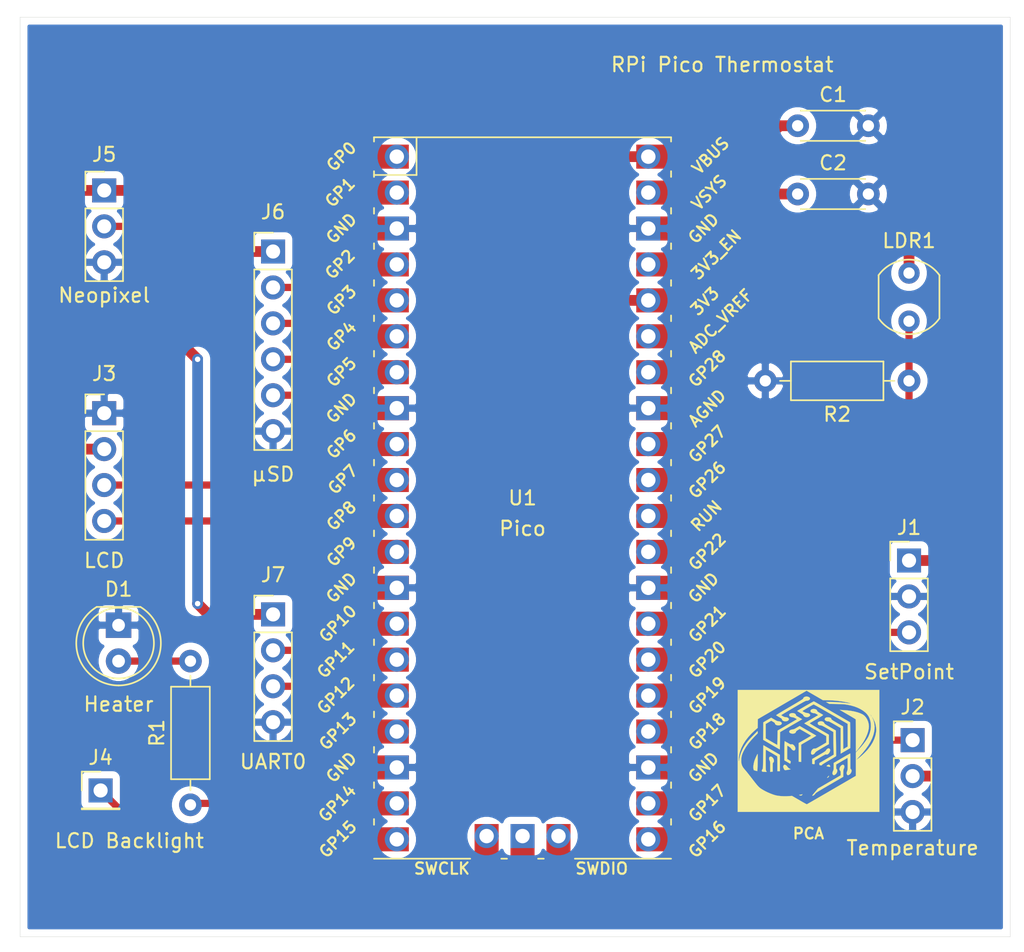
<source format=kicad_pcb>
(kicad_pcb (version 20171130) (host pcbnew "(5.1.10)-1")

  (general
    (thickness 1.6)
    (drawings 7)
    (tracks 105)
    (zones 0)
    (modules 15)
    (nets 38)
  )

  (page A4)
  (layers
    (0 F.Cu signal)
    (31 B.Cu signal)
    (32 B.Adhes user)
    (33 F.Adhes user)
    (34 B.Paste user)
    (35 F.Paste user)
    (36 B.SilkS user)
    (37 F.SilkS user)
    (38 B.Mask user)
    (39 F.Mask user)
    (40 Dwgs.User user)
    (41 Cmts.User user)
    (42 Eco1.User user)
    (43 Eco2.User user)
    (44 Edge.Cuts user)
    (45 Margin user)
    (46 B.CrtYd user)
    (47 F.CrtYd user)
    (48 B.Fab user)
    (49 F.Fab user)
  )

  (setup
    (last_trace_width 0.762)
    (user_trace_width 0.508)
    (user_trace_width 0.762)
    (trace_clearance 0.254)
    (zone_clearance 0.508)
    (zone_45_only no)
    (trace_min 0.2)
    (via_size 0.762)
    (via_drill 0.381)
    (via_min_size 0.4)
    (via_min_drill 0.3)
    (uvia_size 0.762)
    (uvia_drill 0.381)
    (uvias_allowed no)
    (uvia_min_size 0.2)
    (uvia_min_drill 0.1)
    (edge_width 0.05)
    (segment_width 0.2)
    (pcb_text_width 0.3)
    (pcb_text_size 1.5 1.5)
    (mod_edge_width 0.12)
    (mod_text_size 1 1)
    (mod_text_width 0.15)
    (pad_size 1.7 1.7)
    (pad_drill 1.02)
    (pad_to_mask_clearance 0)
    (aux_axis_origin 0 0)
    (visible_elements 7FFFFFFF)
    (pcbplotparams
      (layerselection 0x010fc_ffffffff)
      (usegerberextensions false)
      (usegerberattributes true)
      (usegerberadvancedattributes true)
      (creategerberjobfile true)
      (excludeedgelayer true)
      (linewidth 0.100000)
      (plotframeref false)
      (viasonmask false)
      (mode 1)
      (useauxorigin false)
      (hpglpennumber 1)
      (hpglpenspeed 20)
      (hpglpendiameter 15.000000)
      (psnegative false)
      (psa4output false)
      (plotreference true)
      (plotvalue true)
      (plotinvisibletext false)
      (padsonsilk false)
      (subtractmaskfromsilk false)
      (outputformat 1)
      (mirror false)
      (drillshape 1)
      (scaleselection 1)
      (outputdirectory ""))
  )

  (net 0 "")
  (net 1 +5V)
  (net 2 GND)
  (net 3 +3V3)
  (net 4 "Net-(D1-Pad2)")
  (net 5 /POT)
  (net 6 /Onewire)
  (net 7 /SDA)
  (net 8 /SCL)
  (net 9 /Bckl)
  (net 10 /Neopix)
  (net 11 /LDR)
  (net 12 /Heater)
  (net 13 "Net-(U1-Pad1)")
  (net 14 "Net-(U1-Pad9)")
  (net 15 "Net-(U1-Pad14)")
  (net 16 "Net-(U1-Pad15)")
  (net 17 "Net-(U1-Pad21)")
  (net 18 "Net-(U1-Pad22)")
  (net 19 "Net-(U1-Pad24)")
  (net 20 "Net-(U1-Pad25)")
  (net 21 "Net-(U1-Pad26)")
  (net 22 "Net-(U1-Pad27)")
  (net 23 "Net-(U1-Pad30)")
  (net 24 "Net-(U1-Pad34)")
  (net 25 "Net-(U1-Pad35)")
  (net 26 "Net-(U1-Pad37)")
  (net 27 "Net-(U1-Pad39)")
  (net 28 "Net-(U1-Pad41)")
  (net 29 "Net-(U1-Pad42)")
  (net 30 "Net-(U1-Pad43)")
  (net 31 "Net-(U1-Pad10)")
  (net 32 /SCK)
  (net 33 /MOSI)
  (net 34 /MISO)
  (net 35 /CSn)
  (net 36 /TxD0)
  (net 37 /RxD0)

  (net_class Default "This is the default net class."
    (clearance 0.254)
    (trace_width 0.254)
    (via_dia 0.762)
    (via_drill 0.381)
    (uvia_dia 0.762)
    (uvia_drill 0.381)
    (add_net +3V3)
    (add_net +5V)
    (add_net /Bckl)
    (add_net /CSn)
    (add_net /Heater)
    (add_net /LDR)
    (add_net /MISO)
    (add_net /MOSI)
    (add_net /Neopix)
    (add_net /Onewire)
    (add_net /POT)
    (add_net /RxD0)
    (add_net /SCK)
    (add_net /SCL)
    (add_net /SDA)
    (add_net /TxD0)
    (add_net GND)
    (add_net "Net-(D1-Pad2)")
    (add_net "Net-(U1-Pad1)")
    (add_net "Net-(U1-Pad10)")
    (add_net "Net-(U1-Pad14)")
    (add_net "Net-(U1-Pad15)")
    (add_net "Net-(U1-Pad21)")
    (add_net "Net-(U1-Pad22)")
    (add_net "Net-(U1-Pad24)")
    (add_net "Net-(U1-Pad25)")
    (add_net "Net-(U1-Pad26)")
    (add_net "Net-(U1-Pad27)")
    (add_net "Net-(U1-Pad30)")
    (add_net "Net-(U1-Pad34)")
    (add_net "Net-(U1-Pad35)")
    (add_net "Net-(U1-Pad37)")
    (add_net "Net-(U1-Pad39)")
    (add_net "Net-(U1-Pad41)")
    (add_net "Net-(U1-Pad42)")
    (add_net "Net-(U1-Pad43)")
    (add_net "Net-(U1-Pad9)")
  )

  (module RPi_Pico:RPi_Pico_SMD_TH (layer F.Cu) (tedit 61431938) (tstamp 613EAF44)
    (at 105.52 68.986001)
    (descr "Through hole straight pin header, 2x20, 2.54mm pitch, double rows")
    (tags "Through hole pin header THT 2x20 2.54mm double row")
    (path /613B3F85)
    (fp_text reference U1 (at 0 0) (layer F.SilkS)
      (effects (font (size 1 1) (thickness 0.15)))
    )
    (fp_text value Pico (at 0 2.159) (layer F.SilkS)
      (effects (font (size 1.016 1.016) (thickness 0.1524)))
    )
    (fp_line (start -10.5 -25.5) (end 10.5 -25.5) (layer F.Fab) (width 0.12))
    (fp_line (start 10.5 -25.5) (end 10.5 25.5) (layer F.Fab) (width 0.12))
    (fp_line (start 10.5 25.5) (end -10.5 25.5) (layer F.Fab) (width 0.12))
    (fp_line (start -10.5 25.5) (end -10.5 -25.5) (layer F.Fab) (width 0.12))
    (fp_line (start -10.5 -24.2) (end -9.2 -25.5) (layer F.Fab) (width 0.12))
    (fp_line (start -11 -26) (end 11 -26) (layer F.CrtYd) (width 0.12))
    (fp_line (start 11 -26) (end 11 26) (layer F.CrtYd) (width 0.12))
    (fp_line (start 11 26) (end -11 26) (layer F.CrtYd) (width 0.12))
    (fp_line (start -11 26) (end -11 -26) (layer F.CrtYd) (width 0.12))
    (fp_line (start -10.5 -25.5) (end 10.5 -25.5) (layer F.SilkS) (width 0.12))
    (fp_line (start -3.7 25.5) (end -10.5 25.5) (layer F.SilkS) (width 0.12))
    (fp_line (start -10.5 -22.833) (end -7.493 -22.833) (layer F.SilkS) (width 0.12))
    (fp_line (start -7.493 -22.833) (end -7.493 -25.5) (layer F.SilkS) (width 0.12))
    (fp_line (start -10.5 -25.5) (end -10.5 -25.2) (layer F.SilkS) (width 0.12))
    (fp_line (start -10.5 -23.1) (end -10.5 -22.7) (layer F.SilkS) (width 0.12))
    (fp_line (start -10.5 -20.5) (end -10.5 -20.1) (layer F.SilkS) (width 0.12))
    (fp_line (start -10.5 -18) (end -10.5 -17.6) (layer F.SilkS) (width 0.12))
    (fp_line (start -10.5 -15.4) (end -10.5 -15) (layer F.SilkS) (width 0.12))
    (fp_line (start -10.5 -12.9) (end -10.5 -12.5) (layer F.SilkS) (width 0.12))
    (fp_line (start -10.5 -10.4) (end -10.5 -10) (layer F.SilkS) (width 0.12))
    (fp_line (start -10.5 -7.8) (end -10.5 -7.4) (layer F.SilkS) (width 0.12))
    (fp_line (start -10.5 -5.3) (end -10.5 -4.9) (layer F.SilkS) (width 0.12))
    (fp_line (start -10.5 -2.7) (end -10.5 -2.3) (layer F.SilkS) (width 0.12))
    (fp_line (start -10.5 -0.2) (end -10.5 0.2) (layer F.SilkS) (width 0.12))
    (fp_line (start -10.5 2.3) (end -10.5 2.7) (layer F.SilkS) (width 0.12))
    (fp_line (start -10.5 4.9) (end -10.5 5.3) (layer F.SilkS) (width 0.12))
    (fp_line (start -10.5 7.4) (end -10.5 7.8) (layer F.SilkS) (width 0.12))
    (fp_line (start -10.5 10) (end -10.5 10.4) (layer F.SilkS) (width 0.12))
    (fp_line (start -10.5 12.5) (end -10.5 12.9) (layer F.SilkS) (width 0.12))
    (fp_line (start -10.5 15.1) (end -10.5 15.5) (layer F.SilkS) (width 0.12))
    (fp_line (start -10.5 17.6) (end -10.5 18) (layer F.SilkS) (width 0.12))
    (fp_line (start -10.5 20.1) (end -10.5 20.5) (layer F.SilkS) (width 0.12))
    (fp_line (start -10.5 22.7) (end -10.5 23.1) (layer F.SilkS) (width 0.12))
    (fp_line (start 10.5 -10.4) (end 10.5 -10) (layer F.SilkS) (width 0.12))
    (fp_line (start 10.5 -5.3) (end 10.5 -4.9) (layer F.SilkS) (width 0.12))
    (fp_line (start 10.5 2.3) (end 10.5 2.7) (layer F.SilkS) (width 0.12))
    (fp_line (start 10.5 10) (end 10.5 10.4) (layer F.SilkS) (width 0.12))
    (fp_line (start 10.5 -20.5) (end 10.5 -20.1) (layer F.SilkS) (width 0.12))
    (fp_line (start 10.5 -23.1) (end 10.5 -22.7) (layer F.SilkS) (width 0.12))
    (fp_line (start 10.5 -15.4) (end 10.5 -15) (layer F.SilkS) (width 0.12))
    (fp_line (start 10.5 17.6) (end 10.5 18) (layer F.SilkS) (width 0.12))
    (fp_line (start 10.5 22.7) (end 10.5 23.1) (layer F.SilkS) (width 0.12))
    (fp_line (start 10.5 20.1) (end 10.5 20.5) (layer F.SilkS) (width 0.12))
    (fp_line (start 10.5 4.9) (end 10.5 5.3) (layer F.SilkS) (width 0.12))
    (fp_line (start 10.5 -0.2) (end 10.5 0.2) (layer F.SilkS) (width 0.12))
    (fp_line (start 10.5 -12.9) (end 10.5 -12.5) (layer F.SilkS) (width 0.12))
    (fp_line (start 10.5 -7.8) (end 10.5 -7.4) (layer F.SilkS) (width 0.12))
    (fp_line (start 10.5 12.5) (end 10.5 12.9) (layer F.SilkS) (width 0.12))
    (fp_line (start 10.5 -2.7) (end 10.5 -2.3) (layer F.SilkS) (width 0.12))
    (fp_line (start 10.5 -25.5) (end 10.5 -25.2) (layer F.SilkS) (width 0.12))
    (fp_line (start 10.5 -18) (end 10.5 -17.6) (layer F.SilkS) (width 0.12))
    (fp_line (start 10.5 7.4) (end 10.5 7.8) (layer F.SilkS) (width 0.12))
    (fp_line (start 10.5 15.1) (end 10.5 15.5) (layer F.SilkS) (width 0.12))
    (fp_line (start 10.5 25.5) (end 3.7 25.5) (layer F.SilkS) (width 0.12))
    (fp_line (start -1.5 25.5) (end -1.1 25.5) (layer F.SilkS) (width 0.12))
    (fp_line (start 1.1 25.5) (end 1.5 25.5) (layer F.SilkS) (width 0.12))
    (fp_text user %R (at 0 0 180) (layer F.Fab)
      (effects (font (size 1 1) (thickness 0.15)))
    )
    (fp_text user GP1 (at -12.9 -21.6 45) (layer F.SilkS)
      (effects (font (size 0.8 0.8) (thickness 0.15)))
    )
    (fp_text user GP2 (at -12.9 -16.51 45) (layer F.SilkS)
      (effects (font (size 0.8 0.8) (thickness 0.15)))
    )
    (fp_text user GP0 (at -12.8 -24.13 45) (layer F.SilkS)
      (effects (font (size 0.8 0.8) (thickness 0.15)))
    )
    (fp_text user GP3 (at -12.8 -13.97 45) (layer F.SilkS)
      (effects (font (size 0.8 0.8) (thickness 0.15)))
    )
    (fp_text user GP4 (at -12.8 -11.43 45) (layer F.SilkS)
      (effects (font (size 0.8 0.8) (thickness 0.15)))
    )
    (fp_text user GP5 (at -12.8 -8.89 45) (layer F.SilkS)
      (effects (font (size 0.8 0.8) (thickness 0.15)))
    )
    (fp_text user GP6 (at -12.8 -3.81 45) (layer F.SilkS)
      (effects (font (size 0.8 0.8) (thickness 0.15)))
    )
    (fp_text user GP7 (at -12.7 -1.3 45) (layer F.SilkS)
      (effects (font (size 0.8 0.8) (thickness 0.15)))
    )
    (fp_text user GP8 (at -12.8 1.27 45) (layer F.SilkS)
      (effects (font (size 0.8 0.8) (thickness 0.15)))
    )
    (fp_text user GP9 (at -12.8 3.81 45) (layer F.SilkS)
      (effects (font (size 0.8 0.8) (thickness 0.15)))
    )
    (fp_text user GP10 (at -13.054 8.89 45) (layer F.SilkS)
      (effects (font (size 0.8 0.8) (thickness 0.15)))
    )
    (fp_text user GP11 (at -13.2 11.43 45) (layer F.SilkS)
      (effects (font (size 0.8 0.8) (thickness 0.15)))
    )
    (fp_text user GP12 (at -13.2 13.97 45) (layer F.SilkS)
      (effects (font (size 0.8 0.8) (thickness 0.15)))
    )
    (fp_text user GP13 (at -13.054 16.51 45) (layer F.SilkS)
      (effects (font (size 0.8 0.8) (thickness 0.15)))
    )
    (fp_text user GP14 (at -13.1 21.59 45) (layer F.SilkS)
      (effects (font (size 0.8 0.8) (thickness 0.15)))
    )
    (fp_text user GP15 (at -13.054 24.13 45) (layer F.SilkS)
      (effects (font (size 0.8 0.8) (thickness 0.15)))
    )
    (fp_text user GP16 (at 13.054 24.13 45) (layer F.SilkS)
      (effects (font (size 0.8 0.8) (thickness 0.15)))
    )
    (fp_text user GP17 (at 13.054 21.59 45) (layer F.SilkS)
      (effects (font (size 0.8 0.8) (thickness 0.15)))
    )
    (fp_text user GP18 (at 13.054 16.51 45) (layer F.SilkS)
      (effects (font (size 0.8 0.8) (thickness 0.15)))
    )
    (fp_text user GP19 (at 13.054 13.97 45) (layer F.SilkS)
      (effects (font (size 0.8 0.8) (thickness 0.15)))
    )
    (fp_text user GP20 (at 13.054 11.43 45) (layer F.SilkS)
      (effects (font (size 0.8 0.8) (thickness 0.15)))
    )
    (fp_text user GP21 (at 13.054 8.9 45) (layer F.SilkS)
      (effects (font (size 0.8 0.8) (thickness 0.15)))
    )
    (fp_text user GP22 (at 13.054 3.81 45) (layer F.SilkS)
      (effects (font (size 0.8 0.8) (thickness 0.15)))
    )
    (fp_text user RUN (at 13 1.27 45) (layer F.SilkS)
      (effects (font (size 0.8 0.8) (thickness 0.15)))
    )
    (fp_text user GP26 (at 13.054 -1.27 45) (layer F.SilkS)
      (effects (font (size 0.8 0.8) (thickness 0.15)))
    )
    (fp_text user GP27 (at 13.054 -3.8 45) (layer F.SilkS)
      (effects (font (size 0.8 0.8) (thickness 0.15)))
    )
    (fp_text user GP28 (at 13.054 -9.144 45) (layer F.SilkS)
      (effects (font (size 0.8 0.8) (thickness 0.15)))
    )
    (fp_text user ADC_VREF (at 14 -12.5 45) (layer F.SilkS)
      (effects (font (size 0.8 0.8) (thickness 0.15)))
    )
    (fp_text user 3V3 (at 12.9 -13.9 45) (layer F.SilkS)
      (effects (font (size 0.8 0.8) (thickness 0.15)))
    )
    (fp_text user 3V3_EN (at 13.7 -17.2 45) (layer F.SilkS)
      (effects (font (size 0.8 0.8) (thickness 0.15)))
    )
    (fp_text user VSYS (at 13.2 -21.59 45) (layer F.SilkS)
      (effects (font (size 0.8 0.8) (thickness 0.15)))
    )
    (fp_text user VBUS (at 13.3 -24.2 45) (layer F.SilkS)
      (effects (font (size 0.8 0.8) (thickness 0.15)))
    )
    (fp_text user GND (at -12.8 -19.05 45) (layer F.SilkS)
      (effects (font (size 0.8 0.8) (thickness 0.15)))
    )
    (fp_text user GND (at -12.8 -6.35 45) (layer F.SilkS)
      (effects (font (size 0.8 0.8) (thickness 0.15)))
    )
    (fp_text user GND (at -12.8 6.35 45) (layer F.SilkS)
      (effects (font (size 0.8 0.8) (thickness 0.15)))
    )
    (fp_text user GND (at -12.8 19.05 45) (layer F.SilkS)
      (effects (font (size 0.8 0.8) (thickness 0.15)))
    )
    (fp_text user GND (at 12.8 19.05 45) (layer F.SilkS)
      (effects (font (size 0.8 0.8) (thickness 0.15)))
    )
    (fp_text user GND (at 12.8 6.35 45) (layer F.SilkS)
      (effects (font (size 0.8 0.8) (thickness 0.15)))
    )
    (fp_text user GND (at 12.8 -19.05 45) (layer F.SilkS)
      (effects (font (size 0.8 0.8) (thickness 0.15)))
    )
    (fp_text user AGND (at 13.054 -6.35 45) (layer F.SilkS)
      (effects (font (size 0.8 0.8) (thickness 0.15)))
    )
    (fp_text user SWCLK (at -5.7 26.2) (layer F.SilkS)
      (effects (font (size 0.8 0.8) (thickness 0.15)))
    )
    (fp_text user SWDIO (at 5.6 26.2) (layer F.SilkS)
      (effects (font (size 0.8 0.8) (thickness 0.15)))
    )
    (fp_text user "Copper Keepouts shown on Dwgs layer" (at 0.1 -30.2) (layer Cmts.User)
      (effects (font (size 1 1) (thickness 0.15)))
    )
    (pad 1 thru_hole oval (at -8.89 -24.13) (size 1.7 1.7) (drill 1.02) (layers *.Cu *.Mask)
      (net 13 "Net-(U1-Pad1)"))
    (pad 2 thru_hole oval (at -8.89 -21.59) (size 1.7 1.7) (drill 1.02) (layers *.Cu *.Mask)
      (net 10 /Neopix))
    (pad 3 thru_hole rect (at -8.89 -19.05) (size 1.7 1.7) (drill 1.02) (layers *.Cu *.Mask)
      (net 2 GND))
    (pad 4 thru_hole oval (at -8.89 -16.51) (size 1.7 1.7) (drill 1.02) (layers *.Cu *.Mask)
      (net 32 /SCK))
    (pad 5 thru_hole oval (at -8.89 -13.97) (size 1.7 1.7) (drill 1.02) (layers *.Cu *.Mask)
      (net 33 /MOSI))
    (pad 6 thru_hole oval (at -8.89 -11.43) (size 1.7 1.7) (drill 1.02) (layers *.Cu *.Mask)
      (net 34 /MISO))
    (pad 7 thru_hole oval (at -8.89 -8.89) (size 1.7 1.7) (drill 1.02) (layers *.Cu *.Mask)
      (net 35 /CSn))
    (pad 8 thru_hole rect (at -8.89 -6.35) (size 1.7 1.7) (drill 1.02) (layers *.Cu *.Mask)
      (net 2 GND))
    (pad 9 thru_hole oval (at -8.89 -3.81) (size 1.7 1.7) (drill 1.02) (layers *.Cu *.Mask)
      (net 14 "Net-(U1-Pad9)"))
    (pad 10 thru_hole oval (at -8.89 -1.27) (size 1.7 1.7) (drill 1.02) (layers *.Cu *.Mask)
      (net 31 "Net-(U1-Pad10)"))
    (pad 11 thru_hole oval (at -8.89 1.27) (size 1.7 1.7) (drill 1.02) (layers *.Cu *.Mask)
      (net 7 /SDA))
    (pad 12 thru_hole oval (at -8.89 3.81) (size 1.7 1.7) (drill 1.02) (layers *.Cu *.Mask)
      (net 8 /SCL))
    (pad 13 thru_hole rect (at -8.89 6.35) (size 1.7 1.7) (drill 1.02) (layers *.Cu *.Mask)
      (net 2 GND))
    (pad 14 thru_hole oval (at -8.89 8.89) (size 1.7 1.7) (drill 1.02) (layers *.Cu *.Mask)
      (net 15 "Net-(U1-Pad14)"))
    (pad 15 thru_hole oval (at -8.89 11.43) (size 1.7 1.7) (drill 1.02) (layers *.Cu *.Mask)
      (net 16 "Net-(U1-Pad15)"))
    (pad 16 thru_hole oval (at -8.89 13.97) (size 1.7 1.7) (drill 1.02) (layers *.Cu *.Mask)
      (net 36 /TxD0))
    (pad 17 thru_hole oval (at -8.89 16.51) (size 1.7 1.7) (drill 1.02) (layers *.Cu *.Mask)
      (net 37 /RxD0))
    (pad 18 thru_hole rect (at -8.89 19.05) (size 1.7 1.7) (drill 1.02) (layers *.Cu *.Mask)
      (net 2 GND))
    (pad 19 thru_hole oval (at -8.89 21.59) (size 1.7 1.7) (drill 1.02) (layers *.Cu *.Mask)
      (net 12 /Heater))
    (pad 20 thru_hole oval (at -8.89 24.13) (size 1.7 1.7) (drill 1.02) (layers *.Cu *.Mask)
      (net 9 /Bckl))
    (pad 21 thru_hole oval (at 8.89 24.13) (size 1.7 1.7) (drill 1.02) (layers *.Cu *.Mask)
      (net 17 "Net-(U1-Pad21)"))
    (pad 22 thru_hole oval (at 8.89 21.59) (size 1.7 1.7) (drill 1.02) (layers *.Cu *.Mask)
      (net 18 "Net-(U1-Pad22)"))
    (pad 23 thru_hole rect (at 8.89 19.05) (size 1.7 1.7) (drill 1.02) (layers *.Cu *.Mask)
      (net 2 GND))
    (pad 24 thru_hole oval (at 8.89 16.51) (size 1.7 1.7) (drill 1.02) (layers *.Cu *.Mask)
      (net 19 "Net-(U1-Pad24)"))
    (pad 25 thru_hole oval (at 8.89 13.97) (size 1.7 1.7) (drill 1.02) (layers *.Cu *.Mask)
      (net 20 "Net-(U1-Pad25)"))
    (pad 26 thru_hole oval (at 8.89 11.43) (size 1.7 1.7) (drill 1.02) (layers *.Cu *.Mask)
      (net 21 "Net-(U1-Pad26)"))
    (pad 27 thru_hole oval (at 8.89 8.89) (size 1.7 1.7) (drill 1.02) (layers *.Cu *.Mask)
      (net 22 "Net-(U1-Pad27)"))
    (pad 28 thru_hole rect (at 8.89 6.35) (size 1.7 1.7) (drill 1.02) (layers *.Cu *.Mask)
      (net 2 GND))
    (pad 29 thru_hole oval (at 8.89 3.81) (size 1.7 1.7) (drill 1.02) (layers *.Cu *.Mask)
      (net 6 /Onewire))
    (pad 30 thru_hole oval (at 8.89 1.27) (size 1.7 1.7) (drill 1.02) (layers *.Cu *.Mask)
      (net 23 "Net-(U1-Pad30)"))
    (pad 31 thru_hole oval (at 8.89 -1.27) (size 1.7 1.7) (drill 1.02) (layers *.Cu *.Mask)
      (net 5 /POT))
    (pad 32 thru_hole oval (at 8.89 -3.81) (size 1.7 1.7) (drill 1.02) (layers *.Cu *.Mask)
      (net 11 /LDR))
    (pad 33 thru_hole rect (at 8.89 -6.35) (size 1.7 1.7) (drill 1.02) (layers *.Cu *.Mask)
      (net 2 GND))
    (pad 34 thru_hole oval (at 8.89 -8.89) (size 1.7 1.7) (drill 1.02) (layers *.Cu *.Mask)
      (net 24 "Net-(U1-Pad34)"))
    (pad 35 thru_hole oval (at 8.89 -11.43) (size 1.7 1.7) (drill 1.02) (layers *.Cu *.Mask)
      (net 25 "Net-(U1-Pad35)"))
    (pad 36 thru_hole oval (at 8.89 -13.97) (size 1.7 1.7) (drill 1.02) (layers *.Cu *.Mask)
      (net 3 +3V3))
    (pad 37 thru_hole oval (at 8.89 -16.51) (size 1.7 1.7) (drill 1.02) (layers *.Cu *.Mask)
      (net 26 "Net-(U1-Pad37)"))
    (pad 38 thru_hole rect (at 8.89 -19.05) (size 1.7 1.7) (drill 1.02) (layers *.Cu *.Mask)
      (net 2 GND))
    (pad 39 thru_hole oval (at 8.89 -21.59) (size 1.7 1.7) (drill 1.02) (layers *.Cu *.Mask)
      (net 27 "Net-(U1-Pad39)"))
    (pad 40 thru_hole oval (at 8.89 -24.13) (size 1.7 1.7) (drill 1.02) (layers *.Cu *.Mask)
      (net 1 +5V))
    (pad 1 smd rect (at -8.89 -24.13) (size 3.5 1.7) (drill (offset -0.9 0)) (layers F.Cu F.Mask)
      (net 13 "Net-(U1-Pad1)"))
    (pad 2 smd rect (at -8.89 -21.59) (size 3.5 1.7) (drill (offset -0.9 0)) (layers F.Cu F.Mask)
      (net 10 /Neopix))
    (pad 3 smd rect (at -8.89 -19.05) (size 3.5 1.7) (drill (offset -0.9 0)) (layers F.Cu F.Mask)
      (net 2 GND))
    (pad 4 smd rect (at -8.89 -16.51) (size 3.5 1.7) (drill (offset -0.9 0)) (layers F.Cu F.Mask)
      (net 32 /SCK))
    (pad 5 smd rect (at -8.89 -13.97) (size 3.5 1.7) (drill (offset -0.9 0)) (layers F.Cu F.Mask)
      (net 33 /MOSI))
    (pad 6 smd rect (at -8.89 -11.43) (size 3.5 1.7) (drill (offset -0.9 0)) (layers F.Cu F.Mask)
      (net 34 /MISO))
    (pad 7 smd rect (at -8.89 -8.89) (size 3.5 1.7) (drill (offset -0.9 0)) (layers F.Cu F.Mask)
      (net 35 /CSn))
    (pad 8 smd rect (at -8.89 -6.35) (size 3.5 1.7) (drill (offset -0.9 0)) (layers F.Cu F.Mask)
      (net 2 GND))
    (pad 9 smd rect (at -8.89 -3.81) (size 3.5 1.7) (drill (offset -0.9 0)) (layers F.Cu F.Mask)
      (net 14 "Net-(U1-Pad9)"))
    (pad 10 smd rect (at -8.89 -1.27) (size 3.5 1.7) (drill (offset -0.9 0)) (layers F.Cu F.Mask)
      (net 31 "Net-(U1-Pad10)"))
    (pad 11 smd rect (at -8.89 1.27) (size 3.5 1.7) (drill (offset -0.9 0)) (layers F.Cu F.Mask)
      (net 7 /SDA))
    (pad 12 smd rect (at -8.89 3.81) (size 3.5 1.7) (drill (offset -0.9 0)) (layers F.Cu F.Mask)
      (net 8 /SCL))
    (pad 13 smd rect (at -8.89 6.35) (size 3.5 1.7) (drill (offset -0.9 0)) (layers F.Cu F.Mask)
      (net 2 GND))
    (pad 14 smd rect (at -8.89 8.89) (size 3.5 1.7) (drill (offset -0.9 0)) (layers F.Cu F.Mask)
      (net 15 "Net-(U1-Pad14)"))
    (pad 15 smd rect (at -8.89 11.43) (size 3.5 1.7) (drill (offset -0.9 0)) (layers F.Cu F.Mask)
      (net 16 "Net-(U1-Pad15)"))
    (pad 16 smd rect (at -8.89 13.97) (size 3.5 1.7) (drill (offset -0.9 0)) (layers F.Cu F.Mask)
      (net 36 /TxD0))
    (pad 17 smd rect (at -8.89 16.51) (size 3.5 1.7) (drill (offset -0.9 0)) (layers F.Cu F.Mask)
      (net 37 /RxD0))
    (pad 18 smd rect (at -8.89 19.05) (size 3.5 1.7) (drill (offset -0.9 0)) (layers F.Cu F.Mask)
      (net 2 GND))
    (pad 19 smd rect (at -8.89 21.59) (size 3.5 1.7) (drill (offset -0.9 0)) (layers F.Cu F.Mask)
      (net 12 /Heater))
    (pad 20 smd rect (at -8.89 24.13) (size 3.5 1.7) (drill (offset -0.9 0)) (layers F.Cu F.Mask)
      (net 9 /Bckl))
    (pad 40 smd rect (at 8.89 -24.13) (size 3.5 1.7) (drill (offset 0.9 0)) (layers F.Cu F.Mask)
      (net 1 +5V))
    (pad 39 smd rect (at 8.89 -21.59) (size 3.5 1.7) (drill (offset 0.9 0)) (layers F.Cu F.Mask)
      (net 27 "Net-(U1-Pad39)"))
    (pad 38 smd rect (at 8.89 -19.05) (size 3.5 1.7) (drill (offset 0.9 0)) (layers F.Cu F.Mask)
      (net 2 GND))
    (pad 37 smd rect (at 8.89 -16.51) (size 3.5 1.7) (drill (offset 0.9 0)) (layers F.Cu F.Mask)
      (net 26 "Net-(U1-Pad37)"))
    (pad 36 smd rect (at 8.89 -13.97) (size 3.5 1.7) (drill (offset 0.9 0)) (layers F.Cu F.Mask)
      (net 3 +3V3))
    (pad 35 smd rect (at 8.89 -11.43) (size 3.5 1.7) (drill (offset 0.9 0)) (layers F.Cu F.Mask)
      (net 25 "Net-(U1-Pad35)"))
    (pad 34 smd rect (at 8.89 -8.89) (size 3.5 1.7) (drill (offset 0.9 0)) (layers F.Cu F.Mask)
      (net 24 "Net-(U1-Pad34)"))
    (pad 33 smd rect (at 8.89 -6.35) (size 3.5 1.7) (drill (offset 0.9 0)) (layers F.Cu F.Mask)
      (net 2 GND))
    (pad 32 smd rect (at 8.89 -3.81) (size 3.5 1.7) (drill (offset 0.9 0)) (layers F.Cu F.Mask)
      (net 11 /LDR))
    (pad 31 smd rect (at 8.89 -1.27) (size 3.5 1.7) (drill (offset 0.9 0)) (layers F.Cu F.Mask)
      (net 5 /POT))
    (pad 30 smd rect (at 8.89 1.27) (size 3.5 1.7) (drill (offset 0.9 0)) (layers F.Cu F.Mask)
      (net 23 "Net-(U1-Pad30)"))
    (pad 29 smd rect (at 8.89 3.81) (size 3.5 1.7) (drill (offset 0.9 0)) (layers F.Cu F.Mask)
      (net 6 /Onewire))
    (pad 28 smd rect (at 8.89 6.35) (size 3.5 1.7) (drill (offset 0.9 0)) (layers F.Cu F.Mask)
      (net 2 GND))
    (pad 27 smd rect (at 8.89 8.89) (size 3.5 1.7) (drill (offset 0.9 0)) (layers F.Cu F.Mask)
      (net 22 "Net-(U1-Pad27)"))
    (pad 26 smd rect (at 8.89 11.43) (size 3.5 1.7) (drill (offset 0.9 0)) (layers F.Cu F.Mask)
      (net 21 "Net-(U1-Pad26)"))
    (pad 25 smd rect (at 8.89 13.97) (size 3.5 1.7) (drill (offset 0.9 0)) (layers F.Cu F.Mask)
      (net 20 "Net-(U1-Pad25)"))
    (pad 24 smd rect (at 8.89 16.51) (size 3.5 1.7) (drill (offset 0.9 0)) (layers F.Cu F.Mask)
      (net 19 "Net-(U1-Pad24)"))
    (pad 23 smd rect (at 8.89 19.05) (size 3.5 1.7) (drill (offset 0.9 0)) (layers F.Cu F.Mask)
      (net 2 GND))
    (pad 22 smd rect (at 8.89 21.59) (size 3.5 1.7) (drill (offset 0.9 0)) (layers F.Cu F.Mask)
      (net 18 "Net-(U1-Pad22)"))
    (pad 21 smd rect (at 8.89 24.13) (size 3.5 1.7) (drill (offset 0.9 0)) (layers F.Cu F.Mask)
      (net 17 "Net-(U1-Pad21)"))
    (pad 41 smd rect (at -2.54 23.9 90) (size 3.5 1.7) (drill (offset -0.9 0)) (layers F.Cu F.Mask)
      (net 28 "Net-(U1-Pad41)"))
    (pad 41 thru_hole oval (at -2.54 23.9) (size 1.7 1.7) (drill 1.02) (layers *.Cu *.Mask)
      (net 28 "Net-(U1-Pad41)"))
    (pad 42 smd rect (at 0 23.9 90) (size 3.5 1.7) (drill (offset -0.9 0)) (layers F.Cu F.Mask)
      (net 29 "Net-(U1-Pad42)"))
    (pad 42 thru_hole rect (at 0 23.9) (size 1.7 1.7) (drill 1.02) (layers *.Cu *.Mask)
      (net 29 "Net-(U1-Pad42)"))
    (pad 43 smd rect (at 2.54 23.9 90) (size 3.5 1.7) (drill (offset -0.9 0)) (layers F.Cu F.Mask)
      (net 30 "Net-(U1-Pad43)"))
    (pad 43 thru_hole oval (at 2.54 23.9) (size 1.7 1.7) (drill 1.02) (layers *.Cu *.Mask)
      (net 30 "Net-(U1-Pad43)"))
  )

  (module "RPI Pico therm:electro" (layer F.Cu) (tedit 0) (tstamp 61400F59)
    (at 125.73 86.868)
    (fp_text reference G*** (at 0 0) (layer F.SilkS) hide
      (effects (font (size 1.524 1.524) (thickness 0.3)))
    )
    (fp_text value LOGO (at 0.75 0) (layer F.SilkS) hide
      (effects (font (size 1.524 1.524) (thickness 0.3)))
    )
    (fp_poly (pts (xy -0.057205 -3.840274) (xy 0.012786 -3.814874) (xy 0.071458 -3.779601) (xy 0.107205 -3.740018)
      (xy 0.108467 -3.737409) (xy 0.115447 -3.68546) (xy 0.092337 -3.636695) (xy 0.044361 -3.595259)
      (xy -0.023256 -3.565292) (xy -0.105291 -3.55094) (xy -0.127493 -3.550277) (xy -0.146521 -3.548721)
      (xy -0.169845 -3.543186) (xy -0.199986 -3.532318) (xy -0.239464 -3.514763) (xy -0.290798 -3.489169)
      (xy -0.35651 -3.454181) (xy -0.439118 -3.408448) (xy -0.541144 -3.350614) (xy -0.665107 -3.279328)
      (xy -0.813527 -3.193236) (xy -0.988925 -3.090984) (xy -1.058684 -3.050234) (xy -1.217357 -2.95727)
      (xy -1.366657 -2.869338) (xy -1.50383 -2.78809) (xy -1.626123 -2.715178) (xy -1.730783 -2.652257)
      (xy -1.815056 -2.600979) (xy -1.876188 -2.562997) (xy -1.911427 -2.539963) (xy -1.919205 -2.53365)
      (xy -1.907376 -2.517666) (xy -1.87156 -2.490456) (xy -1.818967 -2.457371) (xy -1.807562 -2.450799)
      (xy -1.728507 -2.410495) (xy -1.664594 -2.389727) (xy -1.612089 -2.384562) (xy -1.527748 -2.374573)
      (xy -1.458361 -2.347393) (xy -1.40892 -2.307202) (xy -1.384418 -2.258179) (xy -1.389847 -2.204503)
      (xy -1.391741 -2.200096) (xy -1.431361 -2.15216) (xy -1.495285 -2.116495) (xy -1.573851 -2.095672)
      (xy -1.657392 -2.092263) (xy -1.735599 -2.108598) (xy -1.801725 -2.138192) (xy -1.841775 -2.171572)
      (xy -1.864711 -2.217039) (xy -1.869072 -2.232228) (xy -1.879489 -2.258398) (xy -1.899786 -2.283551)
      (xy -1.935341 -2.311989) (xy -1.991533 -2.348011) (xy -2.07374 -2.39592) (xy -2.073818 -2.395964)
      (xy -2.14836 -2.439019) (xy -2.212169 -2.476946) (xy -2.25865 -2.505753) (xy -2.281209 -2.521445)
      (xy -2.281552 -2.521774) (xy -2.270351 -2.534478) (xy -2.228809 -2.564124) (xy -2.157419 -2.610409)
      (xy -2.056673 -2.673033) (xy -1.927063 -2.751692) (xy -1.769081 -2.846087) (xy -1.58322 -2.955916)
      (xy -1.369972 -3.080877) (xy -1.334871 -3.101365) (xy -1.134248 -3.218578) (xy -0.962267 -3.319489)
      (xy -0.816912 -3.40535) (xy -0.69617 -3.477415) (xy -0.598027 -3.536935) (xy -0.520468 -3.585166)
      (xy -0.461479 -3.623359) (xy -0.419045 -3.652769) (xy -0.391153 -3.674648) (xy -0.375788 -3.690249)
      (xy -0.370936 -3.700827) (xy -0.370932 -3.701092) (xy -0.354567 -3.749684) (xy -0.310665 -3.793415)
      (xy -0.247016 -3.827523) (xy -0.171408 -3.847248) (xy -0.12691 -3.850238) (xy -0.057205 -3.840274)) (layer F.SilkS) (width 0.01))
    (fp_poly (pts (xy -1.053935 -2.671286) (xy -0.981994 -2.648062) (xy -0.924797 -2.612788) (xy -0.890057 -2.56857)
      (xy -0.883171 -2.536939) (xy -0.866976 -2.497119) (xy -0.834597 -2.470249) (xy -0.799623 -2.450012)
      (xy -0.742703 -2.41692) (xy -0.672386 -2.37595) (xy -0.613025 -2.341308) (xy -0.440027 -2.240276)
      (xy -1.222413 -1.786256) (xy -2.004799 -1.332237) (xy -2.009443 -0.719109) (xy -2.010888 -0.575989)
      (xy -2.012908 -0.444795) (xy -2.015387 -0.329529) (xy -2.01821 -0.234193) (xy -2.021261 -0.162789)
      (xy -2.024424 -0.11932) (xy -2.027107 -0.107322) (xy -2.044781 -0.116244) (xy -2.089517 -0.141085)
      (xy -2.157904 -0.179889) (xy -2.246533 -0.230702) (xy -2.351994 -0.291566) (xy -2.470879 -0.360526)
      (xy -2.599776 -0.435627) (xy -2.618824 -0.446752) (xy -3.197523 -0.784839) (xy -3.192885 -1.403005)
      (xy -3.188248 -2.02117) (xy -2.909504 -2.184389) (xy -2.630759 -2.347607) (xy -2.423759 -2.227414)
      (xy -2.334319 -2.176552) (xy -2.266822 -2.141457) (xy -2.213427 -2.118898) (xy -2.166293 -2.105648)
      (xy -2.117578 -2.098475) (xy -2.108609 -2.097631) (xy -2.008639 -2.079604) (xy -1.93854 -2.045352)
      (xy -1.896304 -1.993878) (xy -1.8951 -1.991303) (xy -1.886008 -1.936935) (xy -1.906401 -1.888517)
      (xy -1.950594 -1.848662) (xy -2.012906 -1.819979) (xy -2.08765 -1.80508) (xy -2.169145 -1.806576)
      (xy -2.251706 -1.82708) (xy -2.252167 -1.827256) (xy -2.320826 -1.8633) (xy -2.357911 -1.908548)
      (xy -2.367086 -1.955062) (xy -2.38395 -1.983371) (xy -2.434115 -2.022583) (xy -2.498534 -2.061941)
      (xy -2.629793 -2.136748) (xy -2.825119 -2.021508) (xy -3.020445 -1.906267) (xy -3.020247 -1.399135)
      (xy -3.020048 -0.892002) (xy -2.617295 -0.657962) (xy -2.509293 -0.595454) (xy -2.411337 -0.53924)
      (xy -2.327556 -0.491651) (xy -2.262078 -0.455018) (xy -2.219034 -0.431671) (xy -2.202674 -0.423922)
      (xy -2.199483 -0.44085) (xy -2.196294 -0.488694) (xy -2.19325 -0.563045) (xy -2.190494 -0.659491)
      (xy -2.188171 -0.773622) (xy -2.186425 -0.901029) (xy -2.18612 -0.931745) (xy -2.181433 -1.439569)
      (xy -1.497385 -1.836996) (xy -1.356045 -1.919302) (xy -1.224554 -1.996236) (xy -1.105975 -2.06598)
      (xy -1.003371 -2.126716) (xy -0.919803 -2.176626) (xy -0.858333 -2.213891) (xy -0.822023 -2.236694)
      (xy -0.813137 -2.243254) (xy -0.827298 -2.255481) (xy -0.864782 -2.279423) (xy -0.917773 -2.310119)
      (xy -0.923124 -2.313092) (xy -1.031992 -2.361932) (xy -1.141595 -2.385637) (xy -1.145523 -2.386068)
      (xy -1.241728 -2.404146) (xy -1.307282 -2.435636) (xy -1.344921 -2.482408) (xy -1.356634 -2.530361)
      (xy -1.351236 -2.582434) (xy -1.321914 -2.621722) (xy -1.264362 -2.652336) (xy -1.211201 -2.669146)
      (xy -1.132908 -2.67935) (xy -1.053935 -2.671286)) (layer F.SilkS) (width 0.01))
    (fp_poly (pts (xy 2.455215 -2.888228) (xy 2.734561 -2.867251) (xy 2.997492 -2.833655) (xy 3.240662 -2.788215)
      (xy 3.460727 -2.731708) (xy 3.65434 -2.664913) (xy 3.818158 -2.588607) (xy 3.867231 -2.560168)
      (xy 3.976139 -2.474009) (xy 4.07277 -2.360035) (xy 4.154015 -2.224547) (xy 4.216768 -2.073846)
      (xy 4.257921 -1.914234) (xy 4.274366 -1.752012) (xy 4.274533 -1.734276) (xy 4.261517 -1.573273)
      (xy 4.22374 -1.394252) (xy 4.16304 -1.202441) (xy 4.08126 -1.003067) (xy 3.980237 -0.801358)
      (xy 3.894103 -0.653546) (xy 3.826909 -0.550249) (xy 3.745055 -0.432363) (xy 3.655578 -0.309414)
      (xy 3.565515 -0.190926) (xy 3.481902 -0.086424) (xy 3.431119 -0.026854) (xy 3.35605 0.057964)
      (xy 3.355779 -1.079397) (xy 3.355536 -1.276904) (xy 3.354924 -1.464107) (xy 3.353979 -1.637994)
      (xy 3.352734 -1.795553) (xy 3.351225 -1.933771) (xy 3.349486 -2.049635) (xy 3.347551 -2.140134)
      (xy 3.345455 -2.202253) (xy 3.343233 -2.232981) (xy 3.342532 -2.235649) (xy 3.324743 -2.248572)
      (xy 3.279845 -2.277016) (xy 3.211342 -2.318876) (xy 3.12274 -2.372048) (xy 3.017547 -2.434428)
      (xy 2.899267 -2.503912) (xy 2.773157 -2.57738) (xy 2.216759 -2.900221) (xy 2.455215 -2.888228)) (layer F.SilkS) (width 0.01))
    (fp_poly (pts (xy 0.399386 -3.493919) (xy 0.445409 -3.470469) (xy 0.509857 -3.435466) (xy 0.586732 -3.392118)
      (xy 0.61822 -3.373973) (xy 0.692935 -3.330663) (xy 0.791669 -3.273438) (xy 0.907873 -3.206093)
      (xy 1.035 -3.132421) (xy 1.166501 -3.056217) (xy 1.295829 -2.981278) (xy 1.298261 -2.979868)
      (xy 1.442728 -2.896153) (xy 1.60332 -2.803085) (xy 1.770088 -2.706429) (xy 1.933085 -2.611952)
      (xy 2.082362 -2.525418) (xy 2.172601 -2.473103) (xy 2.293991 -2.402738) (xy 2.415922 -2.332087)
      (xy 2.531857 -2.264933) (xy 2.635261 -2.205063) (xy 2.719598 -2.156261) (xy 2.766831 -2.128955)
      (xy 2.945971 -2.025465) (xy 2.957882 -1.582378) (xy 2.961173 -1.429247) (xy 2.963588 -1.25355)
      (xy 2.965038 -1.068038) (xy 2.965435 -0.885463) (xy 2.964691 -0.718576) (xy 2.964208 -0.671541)
      (xy 2.958623 -0.203792) (xy 2.278581 0.191826) (xy 2.278581 -1.619507) (xy 1.863267 -1.860087)
      (xy 1.746057 -1.927083) (xy 1.641375 -1.985158) (xy 1.552879 -2.032402) (xy 1.484227 -2.066903)
      (xy 1.439078 -2.086751) (xy 1.421887 -2.090664) (xy 1.379957 -2.087832) (xy 1.32101 -2.09882)
      (xy 1.258478 -2.119532) (xy 1.205789 -2.14587) (xy 1.183936 -2.16325) (xy 1.153825 -2.216991)
      (xy 1.156619 -2.273573) (xy 1.191372 -2.325738) (xy 1.206824 -2.338656) (xy 1.24248 -2.359339)
      (xy 1.286696 -2.37082) (xy 1.350402 -2.375355) (xy 1.386578 -2.37573) (xy 1.489624 -2.367436)
      (xy 1.562983 -2.341988) (xy 1.608309 -2.298532) (xy 1.625035 -2.252896) (xy 1.631139 -2.23612)
      (xy 1.645676 -2.21739) (xy 1.672041 -2.194378) (xy 1.713631 -2.164756) (xy 1.773844 -2.126197)
      (xy 1.856076 -2.076372) (xy 1.963725 -2.012953) (xy 2.040125 -1.968456) (xy 2.446384 -1.732463)
      (xy 2.455215 -0.929179) (xy 2.464047 -0.125895) (xy 2.773157 -0.304853) (xy 2.772499 -1.916481)
      (xy 1.579734 -2.605354) (xy 1.391209 -2.71401) (xy 1.211321 -2.817249) (xy 1.04244 -2.913739)
      (xy 0.886936 -3.002146) (xy 0.747176 -3.081136) (xy 0.625531 -3.149378) (xy 0.524369 -3.205537)
      (xy 0.446061 -3.24828) (xy 0.392974 -3.276275) (xy 0.367479 -3.288188) (xy 0.365703 -3.2885)
      (xy 0.342521 -3.277619) (xy 0.295171 -3.252005) (xy 0.228579 -3.214558) (xy 0.147672 -3.168183)
      (xy 0.057377 -3.115779) (xy -0.037378 -3.06025) (xy -0.131668 -3.004497) (xy -0.220564 -2.951422)
      (xy -0.29914 -2.903927) (xy -0.362468 -2.864914) (xy -0.405623 -2.837286) (xy -0.423676 -2.823943)
      (xy -0.423922 -2.823417) (xy -0.408849 -2.805467) (xy -0.369653 -2.779716) (xy -0.315369 -2.750549)
      (xy -0.255035 -2.72235) (xy -0.197687 -2.699504) (xy -0.152359 -2.686394) (xy -0.138321 -2.68484)
      (xy -0.052299 -2.675299) (xy 0.023597 -2.649362) (xy 0.082414 -2.611053) (xy 0.117197 -2.564398)
      (xy 0.123644 -2.533192) (xy 0.108146 -2.491162) (xy 0.068043 -2.448225) (xy 0.012914 -2.412368)
      (xy -0.045798 -2.39192) (xy -0.143763 -2.385409) (xy -0.231348 -2.402008) (xy -0.3021 -2.439071)
      (xy -0.349566 -2.493949) (xy -0.360845 -2.521143) (xy -0.372662 -2.546649) (xy -0.395371 -2.57262)
      (xy -0.433994 -2.602964) (xy -0.493549 -2.64159) (xy -0.579058 -2.692407) (xy -0.58583 -2.696339)
      (xy -0.661783 -2.741019) (xy -0.725301 -2.77958) (xy -0.770828 -2.808555) (xy -0.792808 -2.824481)
      (xy -0.793985 -2.826147) (xy -0.779157 -2.837222) (xy -0.737649 -2.863338) (xy -0.673532 -2.902147)
      (xy -0.590876 -2.951298) (xy -0.49375 -3.008443) (xy -0.386226 -3.071231) (xy -0.272372 -3.137313)
      (xy -0.15626 -3.20434) (xy -0.041958 -3.269961) (xy 0.066463 -3.331827) (xy 0.164933 -3.387588)
      (xy 0.249382 -3.434895) (xy 0.31574 -3.471399) (xy 0.359937 -3.494749) (xy 0.377782 -3.502608)
      (xy 0.399386 -3.493919)) (layer F.SilkS) (width 0.01))
    (fp_poly (pts (xy 0.435045 -2.965523) (xy 0.508626 -2.946068) (xy 0.568309 -2.913338) (xy 0.606167 -2.869043)
      (xy 0.614881 -2.839818) (xy 0.621988 -2.816778) (xy 0.641015 -2.793005) (xy 0.676937 -2.764486)
      (xy 0.734729 -2.727206) (xy 0.809179 -2.683063) (xy 0.884915 -2.638795) (xy 0.951737 -2.599285)
      (xy 1.002431 -2.56883) (xy 1.029781 -2.551723) (xy 1.029845 -2.55168) (xy 1.035906 -2.543768)
      (xy 1.032025 -2.532447) (xy 1.015356 -2.515801) (xy 0.983051 -2.491913) (xy 0.932264 -2.458868)
      (xy 0.860147 -2.414749) (xy 0.763853 -2.357639) (xy 0.640535 -2.285622) (xy 0.597091 -2.260386)
      (xy 0.47954 -2.192055) (xy 0.370813 -2.128651) (xy 0.274971 -2.072557) (xy 0.196074 -2.026159)
      (xy 0.138183 -1.991839) (xy 0.10536 -1.971983) (xy 0.100494 -1.968855) (xy 0.095762 -1.961962)
      (xy 0.099781 -1.951616) (xy 0.11495 -1.936276) (xy 0.143669 -1.914398) (xy 0.188337 -1.88444)
      (xy 0.251352 -1.844858) (xy 0.335115 -1.794109) (xy 0.442023 -1.730652) (xy 0.574477 -1.652942)
      (xy 0.734876 -1.559438) (xy 0.758456 -1.545721) (xy 1.4484 -1.14446) (xy 1.447906 -0.815102)
      (xy 1.447411 -0.485744) (xy 0.980512 -0.215588) (xy 0.846315 -0.137649) (xy 0.739438 -0.074717)
      (xy 0.656419 -0.024466) (xy 0.593799 0.015434) (xy 0.548117 0.047311) (xy 0.515911 0.073493)
      (xy 0.493722 0.096309) (xy 0.478089 0.118088) (xy 0.473856 0.125305) (xy 0.422199 0.194542)
      (xy 0.361108 0.240934) (xy 0.297241 0.261215) (xy 0.237258 0.252117) (xy 0.226589 0.246646)
      (xy 0.195065 0.209251) (xy 0.182903 0.150734) (xy 0.189494 0.079116) (xy 0.214229 0.002416)
      (xy 0.250048 -0.06223) (xy 0.313478 -0.131678) (xy 0.385031 -0.167502) (xy 0.456889 -0.170228)
      (xy 0.479642 -0.168278) (xy 0.504542 -0.171136) (xy 0.535803 -0.180792) (xy 0.577639 -0.199234)
      (xy 0.634266 -0.228453) (xy 0.709896 -0.270436) (xy 0.808746 -0.327174) (xy 0.892381 -0.375784)
      (xy 1.262934 -0.591724) (xy 1.262934 -1.044581) (xy 0.485744 -1.495262) (xy 0.334725 -1.58286)
      (xy 0.193267 -1.664961) (xy 0.064252 -1.739887) (xy -0.049433 -1.805961) (xy -0.144905 -1.861506)
      (xy -0.219279 -1.904843) (xy -0.26967 -1.934295) (xy -0.293194 -1.948186) (xy -0.294575 -1.949059)
      (xy -0.280708 -1.958358) (xy -0.239945 -1.983209) (xy -0.175951 -2.021441) (xy -0.092387 -2.07088)
      (xy 0.007083 -2.129355) (xy 0.118796 -2.194693) (xy 0.170328 -2.224733) (xy 0.288047 -2.293419)
      (xy 0.396752 -2.3571) (xy 0.492444 -2.413414) (xy 0.571126 -2.459998) (xy 0.6288 -2.49449)
      (xy 0.661468 -2.514529) (xy 0.666552 -2.517905) (xy 0.676541 -2.530653) (xy 0.668597 -2.546119)
      (xy 0.638311 -2.568494) (xy 0.581272 -2.601966) (xy 0.573469 -2.606341) (xy 0.511036 -2.638352)
      (xy 0.456407 -2.661221) (xy 0.419859 -2.670747) (xy 0.415978 -2.670719) (xy 0.354171 -2.674072)
      (xy 0.283769 -2.691019) (xy 0.219554 -2.716893) (xy 0.177121 -2.746143) (xy 0.145998 -2.799952)
      (xy 0.148737 -2.855171) (xy 0.184445 -2.906896) (xy 0.210157 -2.927141) (xy 0.277885 -2.95777)
      (xy 0.35549 -2.969994) (xy 0.435045 -2.965523)) (layer F.SilkS) (width 0.01))
    (fp_poly (pts (xy -0.040083 -1.428699) (xy 0.090185 -1.353057) (xy 0.210846 -1.282736) (xy 0.318478 -1.21975)
      (xy 0.409658 -1.166113) (xy 0.480962 -1.123839) (xy 0.52897 -1.094943) (xy 0.550257 -1.081439)
      (xy 0.550886 -1.080916) (xy 0.539258 -1.069419) (xy 0.500509 -1.042773) (xy 0.438266 -1.003218)
      (xy 0.356158 -0.952997) (xy 0.257813 -0.89435) (xy 0.146859 -0.829518) (xy 0.102073 -0.803685)
      (xy -0.017905 -0.734589) (xy -0.131486 -0.66892) (xy -0.234052 -0.609369) (xy -0.320985 -0.558625)
      (xy -0.387667 -0.519379) (xy -0.42948 -0.494319) (xy -0.435566 -0.490549) (xy -0.512239 -0.442363)
      (xy -0.512239 0.777191) (xy -0.560814 0.774785) (xy -0.613823 0.770009) (xy -0.649131 0.764725)
      (xy -0.688874 0.75707) (xy -0.688874 -0.557615) (xy -0.247288 -0.81287) (xy -0.134544 -0.878352)
      (xy -0.03246 -0.938243) (xy 0.055148 -0.990255) (xy 0.124464 -1.0321) (xy 0.171674 -1.061494)
      (xy 0.19296 -1.076147) (xy 0.193788 -1.077212) (xy 0.178971 -1.088077) (xy 0.137473 -1.114059)
      (xy 0.073294 -1.152768) (xy -0.009564 -1.201815) (xy -0.107098 -1.25881) (xy -0.212229 -1.319596)
      (xy -0.617735 -1.552891) (xy -0.744347 -1.478112) (xy -0.814979 -1.43314) (xy -0.857385 -1.397461)
      (xy -0.876078 -1.367103) (xy -0.877416 -1.361015) (xy -0.898304 -1.30414) (xy -0.944727 -1.262115)
      (xy -0.984169 -1.242535) (xy -1.058938 -1.223315) (xy -1.140016 -1.221686) (xy -1.218794 -1.235488)
      (xy -1.28666 -1.262558) (xy -1.335005 -1.300735) (xy -1.35323 -1.335179) (xy -1.35237 -1.395162)
      (xy -1.319685 -1.446064) (xy -1.258018 -1.485585) (xy -1.170213 -1.511425) (xy -1.127859 -1.517473)
      (xy -1.075248 -1.525148) (xy -1.0264 -1.538329) (xy -0.973038 -1.560462) (xy -0.906886 -1.594994)
      (xy -0.819665 -1.645371) (xy -0.817274 -1.646786) (xy -0.6189 -1.764202) (xy -0.040083 -1.428699)) (layer F.SilkS) (width 0.01))
    (fp_poly (pts (xy -1.66312 -0.679972) (xy -1.619311 -0.656743) (xy -1.556961 -0.622105) (xy -1.482019 -0.579318)
      (xy -1.458731 -0.565824) (xy -1.370595 -0.515553) (xy -1.307201 -0.482119) (xy -1.263505 -0.463364)
      (xy -1.234466 -0.457127) (xy -1.21504 -0.461249) (xy -1.214823 -0.461364) (xy -1.160732 -0.472053)
      (xy -1.10174 -0.454383) (xy -1.043185 -0.413807) (xy -0.990407 -0.355778) (xy -0.948743 -0.285748)
      (xy -0.923533 -0.209168) (xy -0.918498 -0.158735) (xy -0.930921 -0.104892) (xy -0.96239 -0.059126)
      (xy -1.004202 -0.030352) (xy -1.046852 -0.027237) (xy -1.124916 -0.064518) (xy -1.189638 -0.128361)
      (xy -1.215721 -0.166338) (xy -1.281108 -0.241377) (xy -1.371927 -0.306206) (xy -1.42686 -0.337933)
      (xy -1.469288 -0.361012) (xy -1.490739 -0.370852) (xy -1.491371 -0.370932) (xy -1.494017 -0.35403)
      (xy -1.49639 -0.306375) (xy -1.498394 -0.232538) (xy -1.499933 -0.13709) (xy -1.500913 -0.024605)
      (xy -1.501237 0.100345) (xy -1.501236 0.101565) (xy -1.501082 0.574062) (xy -1.377747 0.644715)
      (xy -1.320104 0.680832) (xy -1.276873 0.713814) (xy -1.255507 0.737789) (xy -1.254452 0.741864)
      (xy -1.257696 0.785479) (xy -1.265605 0.834532) (xy -1.275611 0.876626) (xy -1.285147 0.899365)
      (xy -1.287325 0.900577) (xy -1.305846 0.892049) (xy -1.348729 0.868907) (xy -1.40992 0.83451)
      (xy -1.483367 0.792213) (xy -1.496975 0.784281) (xy -1.695689 0.668244) (xy -1.695689 -0.010315)
      (xy -1.695356 -0.161207) (xy -1.694409 -0.300418) (xy -1.692921 -0.424137) (xy -1.690966 -0.52855)
      (xy -1.68862 -0.609845) (xy -1.685957 -0.664209) (xy -1.683051 -0.687829) (xy -1.682441 -0.688528)
      (xy -1.66312 -0.679972)) (layer F.SilkS) (width 0.01))
    (fp_poly (pts (xy 1.472104 -0.169597) (xy 1.489783 -0.157998) (xy 1.52479 -0.118786) (xy 1.536179 -0.067464)
      (xy 1.53633 -0.056124) (xy 1.524629 0.022496) (xy 1.493887 0.097874) (xy 1.44924 0.164494)
      (xy 1.395823 0.21684) (xy 1.338773 0.249396) (xy 1.283225 0.256646) (xy 1.253915 0.247188)
      (xy 1.239113 0.242984) (xy 1.217984 0.245353) (xy 1.186808 0.256089) (xy 1.141869 0.276987)
      (xy 1.079447 0.30984) (xy 0.995826 0.356444) (xy 0.887285 0.418594) (xy 0.829326 0.452108)
      (xy 0.441585 0.67675) (xy 0.441585 0.806456) (xy 0.441137 0.875201) (xy 0.435179 0.914975)
      (xy 0.416789 0.932104) (xy 0.379044 0.932916) (xy 0.315023 0.923737) (xy 0.313525 0.92351)
      (xy 0.264951 0.916152) (xy 0.264951 0.570292) (xy 0.734106 0.298394) (xy 0.86895 0.219939)
      (xy 0.976438 0.156517) (xy 1.059998 0.105825) (xy 1.123055 0.065564) (xy 1.169038 0.033432)
      (xy 1.201371 0.007128) (xy 1.223484 -0.015649) (xy 1.238801 -0.0372) (xy 1.24193 -0.042594)
      (xy 1.295004 -0.11654) (xy 1.354203 -0.163821) (xy 1.414808 -0.182239) (xy 1.472104 -0.169597)) (layer F.SilkS) (width 0.01))
    (fp_poly (pts (xy 0.995018 -2.082044) (xy 1.062729 -2.045746) (xy 1.109338 -1.991551) (xy 1.120726 -1.964108)
      (xy 1.128888 -1.945338) (xy 1.144205 -1.925559) (xy 1.170217 -1.902323) (xy 1.210465 -1.873185)
      (xy 1.268489 -1.835697) (xy 1.347831 -1.787412) (xy 1.45203 -1.725883) (xy 1.537891 -1.675812)
      (xy 1.938294 -1.442993) (xy 1.951311 -0.54616) (xy 1.953635 -0.371198) (xy 1.9554 -0.206821)
      (xy 1.956599 -0.056436) (xy 1.957226 0.076551) (xy 1.957272 0.188734) (xy 1.956731 0.276705)
      (xy 1.955594 0.337059) (xy 1.953855 0.366389) (xy 1.9533 0.368517) (xy 1.935851 0.381431)
      (xy 1.891505 0.409735) (xy 1.823975 0.451187) (xy 1.736977 0.503544) (xy 1.634224 0.564564)
      (xy 1.51943 0.632004) (xy 1.448048 0.673612) (xy 1.299147 0.76079) (xy 1.179484 0.832323)
      (xy 1.087231 0.88939) (xy 1.020563 0.93317) (xy 0.977653 0.964841) (xy 0.956676 0.985583)
      (xy 0.953825 0.992671) (xy 0.951646 1.010271) (xy 0.93997 1.018953) (xy 0.911086 1.019947)
      (xy 0.857285 1.014482) (xy 0.834596 1.011701) (xy 0.798478 1.004613) (xy 0.781937 0.988127)
      (xy 0.777368 0.951375) (xy 0.77719 0.929645) (xy 0.77719 0.854712) (xy 1.21436 0.601903)
      (xy 1.330809 0.534415) (xy 1.440529 0.470549) (xy 1.538836 0.413054) (xy 1.621049 0.364676)
      (xy 1.682483 0.328163) (xy 1.718456 0.306262) (xy 1.720471 0.304983) (xy 1.789412 0.260873)
      (xy 1.777931 -0.041782) (xy 1.774745 -0.14523) (xy 1.771894 -0.275055) (xy 1.769507 -0.422309)
      (xy 1.767715 -0.578043) (xy 1.766645 -0.733309) (xy 1.766396 -0.84005) (xy 1.766342 -1.335664)
      (xy 1.364499 -1.566747) (xy 1.24078 -1.637589) (xy 1.143085 -1.692562) (xy 1.067013 -1.733751)
      (xy 1.008164 -1.763241) (xy 0.962138 -1.783119) (xy 0.924534 -1.795469) (xy 0.890953 -1.802378)
      (xy 0.860359 -1.80568) (xy 0.767478 -1.821269) (xy 0.70497 -1.852382) (xy 0.670763 -1.900567)
      (xy 0.662378 -1.953714) (xy 0.66518 -1.996253) (xy 0.679139 -2.023784) (xy 0.712581 -2.047806)
      (xy 0.741863 -2.063464) (xy 0.826925 -2.092912) (xy 0.913863 -2.098435) (xy 0.995018 -2.082044)) (layer F.SilkS) (width 0.01))
    (fp_poly (pts (xy 1.476816 0.986855) (xy 1.514589 1.024638) (xy 1.53544 1.072366) (xy 1.536717 1.086301)
      (xy 1.532228 1.118504) (xy 1.52347 1.127924) (xy 1.500403 1.123775) (xy 1.453054 1.115406)
      (xy 1.39541 1.105286) (xy 1.337382 1.092727) (xy 1.296456 1.079277) (xy 1.281642 1.068079)
      (xy 1.29695 1.045812) (xy 1.332787 1.017603) (xy 1.377089 0.991133) (xy 1.417792 0.974082)
      (xy 1.433349 0.971489) (xy 1.476816 0.986855)) (layer F.SilkS) (width 0.01))
    (fp_poly (pts (xy -1.654187 0.978906) (xy -1.58276 1.010677) (xy -1.513703 1.077137) (xy -1.473505 1.133379)
      (xy -1.429676 1.183469) (xy -1.36804 1.231589) (xy -1.341859 1.247282) (xy -1.251536 1.296442)
      (xy -1.361357 1.318843) (xy -1.490355 1.342491) (xy -1.587183 1.354148) (xy -1.652877 1.353877)
      (xy -1.688473 1.34174) (xy -1.691322 1.33885) (xy -1.719657 1.294122) (xy -1.748334 1.232779)
      (xy -1.771466 1.169371) (xy -1.783165 1.118449) (xy -1.783618 1.110762) (xy -1.773013 1.064642)
      (xy -1.746885 1.017389) (xy -1.746071 1.016343) (xy -1.713064 0.983377) (xy -1.677984 0.975532)
      (xy -1.654187 0.978906)) (layer F.SilkS) (width 0.01))
    (fp_poly (pts (xy -3.590146 0.228796) (xy -3.587789 0.276018) (xy -3.586402 0.348707) (xy -3.585904 0.441944)
      (xy -3.586214 0.550805) (xy -3.587252 0.670372) (xy -3.588938 0.795724) (xy -3.59119 0.921938)
      (xy -3.593929 1.044096) (xy -3.597074 1.157276) (xy -3.600544 1.256557) (xy -3.604259 1.337019)
      (xy -3.608138 1.393741) (xy -3.612101 1.421802) (xy -3.613384 1.423927) (xy -3.637778 1.421521)
      (xy -3.685315 1.411152) (xy -3.740846 1.396411) (xy -3.799005 1.378937) (xy -3.842269 1.364291)
      (xy -3.860516 1.356082) (xy -3.867941 1.335361) (xy -3.878463 1.290306) (xy -3.887804 1.241658)
      (xy -3.8944 1.147685) (xy -3.886986 1.030781) (xy -3.866778 0.899889) (xy -3.834993 0.763953)
      (xy -3.812563 0.688874) (xy -3.79126 0.629545) (xy -3.762104 0.556847) (xy -3.728147 0.477426)
      (xy -3.692441 0.397925) (xy -3.658036 0.32499) (xy -3.627984 0.265266) (xy -3.605337 0.225397)
      (xy -3.593552 0.211961) (xy -3.590146 0.228796)) (layer F.SilkS) (width 0.01))
    (fp_poly (pts (xy -2.628606 0.404332) (xy -2.570855 0.435168) (xy -2.517958 0.486057) (xy -2.474847 0.552384)
      (xy -2.446452 0.629534) (xy -2.437552 0.703399) (xy -2.444108 0.761829) (xy -2.467939 0.802606)
      (xy -2.481711 0.81582) (xy -2.497662 0.830602) (xy -2.509219 0.846657) (xy -2.51709 0.869508)
      (xy -2.521982 0.904674) (xy -2.524603 0.957679) (xy -2.525663 1.034042) (xy -2.525869 1.139286)
      (xy -2.52587 1.16014) (xy -2.52587 1.466064) (xy -2.574444 1.466305) (xy -2.627419 1.470518)
      (xy -2.662761 1.477197) (xy -2.702504 1.487848) (xy -2.702504 1.115866) (xy -2.702708 0.991097)
      (xy -2.703627 0.89638) (xy -2.705722 0.82644) (xy -2.709453 0.776001) (xy -2.71528 0.73979)
      (xy -2.723662 0.712532) (xy -2.735061 0.688952) (xy -2.740594 0.679326) (xy -2.771685 0.605177)
      (xy -2.781434 0.530789) (xy -2.769904 0.465807) (xy -2.738947 0.421284) (xy -2.68628 0.398166)
      (xy -2.628606 0.404332)) (layer F.SilkS) (width 0.01))
    (fp_poly (pts (xy -3.162593 -0.392714) (xy -3.118059 -0.367198) (xy -3.049826 -0.327857) (xy -2.961306 -0.276667)
      (xy -2.855914 -0.215602) (xy -2.737066 -0.146637) (xy -2.608176 -0.071746) (xy -2.591107 -0.061822)
      (xy -2.013965 0.273783) (xy -2.013798 0.85226) (xy -2.01363 1.430737) (xy -2.190264 1.430737)
      (xy -2.190264 0.911829) (xy -2.190641 0.752684) (xy -2.191851 0.625898) (xy -2.194016 0.528511)
      (xy -2.197259 0.457561) (xy -2.2017 0.41009) (xy -2.207463 0.383135) (xy -2.212344 0.374892)
      (xy -2.234118 0.360609) (xy -2.281241 0.331813) (xy -2.348483 0.291558) (xy -2.430617 0.242897)
      (xy -2.522413 0.188886) (xy -2.618644 0.132578) (xy -2.714079 0.077027) (xy -2.803491 0.025289)
      (xy -2.881651 -0.019584) (xy -2.943331 -0.054536) (xy -2.983301 -0.076513) (xy -2.995228 -0.082419)
      (xy -3.001567 -0.080796) (xy -3.006774 -0.06862) (xy -3.010956 -0.042917) (xy -3.014217 -0.000715)
      (xy -3.016665 0.060957) (xy -3.018404 0.145073) (xy -3.019541 0.254604) (xy -3.020181 0.392524)
      (xy -3.020431 0.561804) (xy -3.020445 0.625866) (xy -3.020375 0.804534) (xy -3.020057 0.951399)
      (xy -3.019333 1.069985) (xy -3.018042 1.163816) (xy -3.016024 1.236414) (xy -3.013122 1.291305)
      (xy -3.009174 1.332012) (xy -3.004021 1.362058) (xy -2.997504 1.384968) (xy -2.989462 1.404264)
      (xy -2.984759 1.413778) (xy -2.949074 1.483728) (xy -3.050997 1.480758) (xy -3.121048 1.477821)
      (xy -3.187784 1.473586) (xy -3.217349 1.470968) (xy -3.266566 1.458942) (xy -3.289491 1.433543)
      (xy -3.291261 1.427883) (xy -3.290823 1.374231) (xy -3.270274 1.317045) (xy -3.238448 1.277192)
      (xy -3.231905 1.268789) (xy -3.226346 1.252382) (xy -3.221644 1.225022) (xy -3.217669 1.18376)
      (xy -3.214293 1.125645) (xy -3.211387 1.047728) (xy -3.208823 0.94706) (xy -3.206472 0.82069)
      (xy -3.204206 0.665669) (xy -3.201895 0.479047) (xy -3.201264 0.424345) (xy -3.199111 0.256928)
      (xy -3.196637 0.100981) (xy -3.193929 -0.040078) (xy -3.191075 -0.162829) (xy -3.188164 -0.263856)
      (xy -3.185282 -0.339738) (xy -3.182518 -0.387059) (xy -3.180011 -0.40243) (xy -3.162593 -0.392714)) (layer F.SilkS) (width 0.01))
    (fp_poly (pts (xy 2.958324 0.193584) (xy 2.961072 0.241574) (xy 2.96345 0.31632) (xy 2.965359 0.413538)
      (xy 2.966704 0.528942) (xy 2.967388 0.658247) (xy 2.967455 0.714566) (xy 2.967455 1.252497)
      (xy 3.011613 1.296656) (xy 3.04613 1.354729) (xy 3.051229 1.427357) (xy 3.02745 1.51038)
      (xy 2.975336 1.599635) (xy 2.971518 1.60483) (xy 2.926393 1.650112) (xy 2.86881 1.688163)
      (xy 2.812699 1.710591) (xy 2.791388 1.713352) (xy 2.754754 1.697435) (xy 2.723842 1.656646)
      (xy 2.705189 1.601434) (xy 2.702503 1.571341) (xy 2.711108 1.507929) (xy 2.732352 1.442338)
      (xy 2.73783 1.430737) (xy 2.74892 1.406588) (xy 2.757425 1.379908) (xy 2.763683 1.345876)
      (xy 2.768035 1.299667) (xy 2.770819 1.236458) (xy 2.772374 1.151428) (xy 2.773038 1.039751)
      (xy 2.773157 0.928034) (xy 2.772852 0.808496) (xy 2.771993 0.701582) (xy 2.770668 0.612066)
      (xy 2.768963 0.544722) (xy 2.766964 0.504322) (xy 2.765311 0.494576) (xy 2.748552 0.503086)
      (xy 2.705381 0.527059) (xy 2.639902 0.564158) (xy 2.556216 0.612046) (xy 2.458427 0.668386)
      (xy 2.359052 0.725955) (xy 1.96064 0.957334) (xy 1.96064 1.107303) (xy 1.961595 1.182141)
      (xy 1.96572 1.23033) (xy 1.974904 1.260525) (xy 1.991033 1.28138) (xy 2.000382 1.289476)
      (xy 2.032769 1.336696) (xy 2.042148 1.400831) (xy 2.030818 1.474143) (xy 2.001074 1.548894)
      (xy 1.955214 1.617347) (xy 1.895534 1.671765) (xy 1.884863 1.678649) (xy 1.824257 1.707451)
      (xy 1.776948 1.708384) (xy 1.73448 1.681412) (xy 1.731015 1.678025) (xy 1.702151 1.625285)
      (xy 1.697911 1.553826) (xy 1.718077 1.470047) (xy 1.739773 1.420483) (xy 1.757716 1.382438)
      (xy 1.770022 1.346319) (xy 1.777743 1.304314) (xy 1.781933 1.24861) (xy 1.783642 1.171394)
      (xy 1.783931 1.092651) (xy 1.784005 0.851713) (xy 2.363577 0.514174) (xy 2.493726 0.438556)
      (xy 2.614307 0.368844) (xy 2.721916 0.306979) (xy 2.81315 0.254904) (xy 2.884604 0.214559)
      (xy 2.932875 0.187886) (xy 2.95456 0.176827) (xy 2.955301 0.176635) (xy 2.958324 0.193584)) (layer F.SilkS) (width 0.01))
    (fp_poly (pts (xy 1.45513 1.779008) (xy 1.452894 1.791947) (xy 1.431337 1.832859) (xy 1.389513 1.870474)
      (xy 1.386887 1.872132) (xy 1.339478 1.899166) (xy 1.318949 1.904468) (xy 1.325006 1.887344)
      (xy 1.357355 1.847097) (xy 1.370197 1.83258) (xy 1.416222 1.782645) (xy 1.443349 1.758235)
      (xy 1.455134 1.757606) (xy 1.45513 1.779008)) (layer F.SilkS) (width 0.01))
    (fp_poly (pts (xy 2.471144 0.981433) (xy 2.512813 1.010887) (xy 2.537234 1.06119) (xy 2.542364 1.126371)
      (xy 2.52616 1.200463) (xy 2.505757 1.245953) (xy 2.490579 1.277804) (xy 2.47995 1.312343)
      (xy 2.473008 1.356615) (xy 2.468893 1.41767) (xy 2.466745 1.502554) (xy 2.466014 1.571531)
      (xy 2.464047 1.827136) (xy 1.504192 2.384748) (xy 1.307052 2.499385) (xy 1.138191 2.597887)
      (xy 0.995261 2.681728) (xy 0.875916 2.75238) (xy 0.777806 2.811315) (xy 0.698585 2.860006)
      (xy 0.635905 2.899924) (xy 0.587418 2.932543) (xy 0.550776 2.959334) (xy 0.523632 2.981771)
      (xy 0.503638 3.001324) (xy 0.488446 3.019467) (xy 0.485258 3.023769) (xy 0.422316 3.09985)
      (xy 0.365366 3.144817) (xy 0.310656 3.16151) (xy 0.303025 3.161753) (xy 0.273719 3.15868)
      (xy 0.274606 3.14323) (xy 0.284876 3.127845) (xy 0.30426 3.103097) (xy 0.341979 3.056872)
      (xy 0.39352 2.994636) (xy 0.454368 2.921851) (xy 0.492833 2.876141) (xy 0.676557 2.658345)
      (xy 1.477569 2.192707) (xy 2.278581 1.72707) (xy 2.278581 1.579706) (xy 2.27759 1.505405)
      (xy 2.273157 1.456924) (xy 2.263097 1.424778) (xy 2.245222 1.399483) (xy 2.234423 1.388185)
      (xy 2.19781 1.328724) (xy 2.193231 1.255296) (xy 2.220668 1.167421) (xy 2.225546 1.157047)
      (xy 2.277643 1.074172) (xy 2.340696 1.013099) (xy 2.40794 0.980214) (xy 2.414272 0.978794)
      (xy 2.471144 0.981433)) (layer F.SilkS) (width 0.01))
    (fp_poly (pts (xy -0.444054 3.110471) (xy -0.487032 3.146323) (xy -0.545446 3.157379) (xy -0.607954 3.141888)
      (xy -0.616972 3.137172) (xy -0.659882 3.112961) (xy -0.60814 3.102634) (xy -0.555089 3.092532)
      (xy -0.493594 3.081449) (xy -0.486208 3.080164) (xy -0.416018 3.068021) (xy -0.444054 3.110471)) (layer F.SilkS) (width 0.01))
    (fp_poly (pts (xy 5.016411 4.309875) (xy -4.998748 4.309875) (xy -4.998748 0.636677) (xy -4.927837 0.636677)
      (xy -4.925506 0.688221) (xy -4.918973 0.715233) (xy -4.913039 0.71698) (xy -4.903644 0.695787)
      (xy -4.894153 0.649827) (xy -4.887442 0.59671) (xy -4.864001 0.454087) (xy -4.820626 0.293185)
      (xy -4.760506 0.122437) (xy -4.686826 -0.049725) (xy -4.602776 -0.214871) (xy -4.541396 -0.318745)
      (xy -4.458074 -0.447432) (xy -4.378757 -0.561552) (xy -4.297919 -0.667847) (xy -4.210038 -0.773061)
      (xy -4.109588 -0.883938) (xy -3.991045 -1.007221) (xy -3.912589 -1.0863) (xy -3.594506 -1.404242)
      (xy -3.589377 -1.324756) (xy -3.584248 -1.245271) (xy -3.810382 -1.015646) (xy -4.045089 -0.763908)
      (xy -4.24646 -0.518988) (xy -4.415524 -0.279519) (xy -4.553311 -0.04413) (xy -4.580316 0.008832)
      (xy -4.643903 0.145057) (xy -4.689374 0.264093) (xy -4.719755 0.377053) (xy -4.738069 0.49505)
      (xy -4.74702 0.62129) (xy -4.746462 0.779329) (xy -4.728248 0.91557) (xy -4.689294 1.038201)
      (xy -4.626513 1.155408) (xy -4.536823 1.275378) (xy -4.473596 1.346922) (xy -4.439183 1.386566)
      (xy -4.386567 1.450323) (xy -4.318931 1.53419) (xy -4.239461 1.634162) (xy -4.151339 1.746237)
      (xy -4.057751 1.866411) (xy -3.968288 1.982334) (xy -3.85439 2.130033) (xy -3.758307 2.252801)
      (xy -3.676723 2.354018) (xy -3.606323 2.437063) (xy -3.543789 2.505314) (xy -3.485806 2.562151)
      (xy -3.429058 2.610954) (xy -3.370227 2.6551) (xy -3.305999 2.69797) (xy -3.233057 2.742943)
      (xy -3.205911 2.759176) (xy -3.04812 2.846393) (xy -2.874453 2.930822) (xy -2.694733 3.008353)
      (xy -2.518783 3.074875) (xy -2.356427 3.126276) (xy -2.284865 3.144683) (xy -2.123095 3.174103)
      (xy -1.936575 3.193771) (xy -1.734666 3.203126) (xy -1.526728 3.201604) (xy -1.422503 3.19653)
      (xy -1.158565 3.179802) (xy -0.989957 3.276778) (xy -0.922634 3.315657) (xy -0.83243 3.367977)
      (xy -0.726942 3.42932) (xy -0.613769 3.495266) (xy -0.500508 3.561396) (xy -0.476913 3.575191)
      (xy -0.376721 3.632934) (xy -0.285987 3.683611) (xy -0.209349 3.724761) (xy -0.151445 3.753926)
      (xy -0.116914 3.768645) (xy -0.109878 3.769824) (xy -0.091453 3.760095) (xy -0.044801 3.733925)
      (xy 0.027773 3.692644) (xy 0.123962 3.637578) (xy 0.241462 3.570055) (xy 0.377965 3.491404)
      (xy 0.531167 3.402952) (xy 0.698761 3.306027) (xy 0.878442 3.201957) (xy 1.067903 3.09207)
      (xy 1.17072 3.032375) (xy 1.378024 2.911958) (xy 1.586692 2.79072) (xy 1.793218 2.6707)
      (xy 1.994096 2.553937) (xy 2.18582 2.442468) (xy 2.364884 2.338334) (xy 2.527783 2.243571)
      (xy 2.671009 2.16022) (xy 2.791057 2.090319) (xy 2.884422 2.035906) (xy 2.892385 2.031261)
      (xy 3.35605 1.760792) (xy 3.35605 0.614146) (xy 3.402854 0.614146) (xy 3.417124 0.608614)
      (xy 3.454594 0.582957) (xy 3.514985 0.538223) (xy 3.559104 0.504931) (xy 3.649556 0.431858)
      (xy 3.755196 0.339072) (xy 3.868441 0.233867) (xy 3.981706 0.123538) (xy 4.08741 0.01538)
      (xy 4.177967 -0.083312) (xy 4.21255 -0.123644) (xy 4.394658 -0.362723) (xy 4.542253 -0.601835)
      (xy 4.656113 -0.842631) (xy 4.737015 -1.086765) (xy 4.785737 -1.335889) (xy 4.78689 -1.344886)
      (xy 4.796562 -1.435141) (xy 4.799351 -1.509684) (xy 4.794934 -1.584193) (xy 4.78299 -1.674343)
      (xy 4.779699 -1.695447) (xy 4.76361 -1.785608) (xy 4.744486 -1.875765) (xy 4.72543 -1.951832)
      (xy 4.717134 -1.97946) (xy 4.697539 -2.031662) (xy 4.669429 -2.097155) (xy 4.63614 -2.169244)
      (xy 4.601011 -2.241234) (xy 4.56738 -2.306431) (xy 4.538585 -2.358142) (xy 4.517964 -2.389673)
      (xy 4.50952 -2.395797) (xy 4.511376 -2.376501) (xy 4.52644 -2.339855) (xy 4.529075 -2.334651)
      (xy 4.60469 -2.152467) (xy 4.65416 -1.95219) (xy 4.676618 -1.74041) (xy 4.671193 -1.523715)
      (xy 4.653571 -1.390495) (xy 4.595593 -1.145522) (xy 4.506567 -0.897467) (xy 4.385953 -0.645415)
      (xy 4.233209 -0.388455) (xy 4.047795 -0.125676) (xy 3.829169 0.143837) (xy 3.583375 0.414111)
      (xy 3.502046 0.499537) (xy 3.445036 0.560654) (xy 3.412065 0.598508) (xy 3.402854 0.614146)
      (xy 3.35605 0.614146) (xy 3.35605 0.103238) (xy 3.558618 -0.111768) (xy 3.716178 -0.285281)
      (xy 3.861711 -0.457992) (xy 3.992059 -0.625659) (xy 4.104067 -0.784042) (xy 4.194578 -0.928899)
      (xy 4.259019 -1.05285) (xy 4.343218 -1.274076) (xy 4.397006 -1.496907) (xy 4.420413 -1.717835)
      (xy 4.41347 -1.933355) (xy 4.376206 -2.139958) (xy 4.308651 -2.334139) (xy 4.246944 -2.454717)
      (xy 4.168496 -2.563749) (xy 4.379681 -2.563749) (xy 4.39165 -2.541662) (xy 4.41684 -2.505731)
      (xy 4.452421 -2.460835) (xy 4.47659 -2.4356) (xy 4.48612 -2.431682) (xy 4.477786 -2.450738)
      (xy 4.453933 -2.486678) (xy 4.419866 -2.529345) (xy 4.387731 -2.561962) (xy 4.386754 -2.562765)
      (xy 4.379681 -2.563749) (xy 4.168496 -2.563749) (xy 4.147016 -2.593603) (xy 4.015566 -2.725628)
      (xy 3.85607 -2.84874) (xy 3.672003 -2.960884) (xy 3.466841 -3.060006) (xy 3.24406 -3.144052)
      (xy 3.007137 -3.210967) (xy 2.942551 -3.225541) (xy 2.831633 -3.248647) (xy 2.734422 -3.26706)
      (xy 2.644288 -3.281413) (xy 2.554603 -3.292338) (xy 2.458734 -3.300468) (xy 2.350054 -3.306438)
      (xy 2.22193 -3.310878) (xy 2.067735 -3.314424) (xy 1.998037 -3.315719) (xy 1.479037 -3.324953)
      (xy 1.245271 -3.461405) (xy 1.548108 -3.461718) (xy 1.728249 -3.458904) (xy 1.933143 -3.45057)
      (xy 2.152765 -3.437389) (xy 2.377088 -3.420033) (xy 2.596085 -3.399175) (xy 2.761015 -3.380381)
      (xy 2.846354 -3.370498) (xy 2.918294 -3.363449) (xy 2.969994 -3.359812) (xy 2.994612 -3.360161)
      (xy 2.995582 -3.360626) (xy 2.98385 -3.36834) (xy 2.942875 -3.38119) (xy 2.878154 -3.397907)
      (xy 2.795186 -3.417221) (xy 2.699467 -3.437861) (xy 2.596496 -3.458557) (xy 2.49177 -3.47804)
      (xy 2.472879 -3.481369) (xy 2.273518 -3.513885) (xy 2.088211 -3.538778) (xy 1.905495 -3.55714)
      (xy 1.713908 -3.570064) (xy 1.501988 -3.578644) (xy 1.433311 -3.58052) (xy 1.020794 -3.590757)
      (xy 0.445402 -3.924185) (xy -0.129989 -4.257613) (xy -0.281372 -4.16986) (xy -0.317658 -4.148771)
      (xy -0.382181 -4.111211) (xy -0.47266 -4.058508) (xy -0.586818 -3.991991) (xy -0.722375 -3.912987)
      (xy -0.877052 -3.822826) (xy -1.048571 -3.722836) (xy -1.234651 -3.614345) (xy -1.433016 -3.498681)
      (xy -1.641385 -3.377174) (xy -1.85748 -3.251152) (xy -2.004799 -3.165232) (xy -3.576843 -2.248357)
      (xy -3.581658 -1.938895) (xy -3.586472 -1.629433) (xy -3.750288 -1.487408) (xy -4.014663 -1.241152)
      (xy -4.246526 -0.989207) (xy -4.44541 -0.732308) (xy -4.610845 -0.471192) (xy -4.742361 -0.206596)
      (xy -4.839491 0.060744) (xy -4.899574 0.317104) (xy -4.911833 0.400814) (xy -4.920778 0.486377)
      (xy -4.926187 0.567197) (xy -4.927837 0.636677) (xy -4.998748 0.636677) (xy -4.998748 -4.309874)
      (xy 5.016411 -4.309874) (xy 5.016411 4.309875)) (layer F.SilkS) (width 0.01))
  )

  (module Capacitor_THT:C_Disc_D4.3mm_W1.9mm_P5.00mm (layer F.Cu) (tedit 5AE50EF0) (tstamp 613EAD97)
    (at 124.968 42.672)
    (descr "C, Disc series, Radial, pin pitch=5.00mm, , diameter*width=4.3*1.9mm^2, Capacitor, http://www.vishay.com/docs/45233/krseries.pdf")
    (tags "C Disc series Radial pin pitch 5.00mm  diameter 4.3mm width 1.9mm Capacitor")
    (path /613DB407)
    (fp_text reference C1 (at 2.5 -2.2) (layer F.SilkS)
      (effects (font (size 1 1) (thickness 0.15)))
    )
    (fp_text value 100nF (at 2.5 2.2) (layer F.Fab)
      (effects (font (size 1 1) (thickness 0.15)))
    )
    (fp_line (start 6.05 -1.2) (end -1.05 -1.2) (layer F.CrtYd) (width 0.05))
    (fp_line (start 6.05 1.2) (end 6.05 -1.2) (layer F.CrtYd) (width 0.05))
    (fp_line (start -1.05 1.2) (end 6.05 1.2) (layer F.CrtYd) (width 0.05))
    (fp_line (start -1.05 -1.2) (end -1.05 1.2) (layer F.CrtYd) (width 0.05))
    (fp_line (start 4.77 1.055) (end 4.77 1.07) (layer F.SilkS) (width 0.12))
    (fp_line (start 4.77 -1.07) (end 4.77 -1.055) (layer F.SilkS) (width 0.12))
    (fp_line (start 0.23 1.055) (end 0.23 1.07) (layer F.SilkS) (width 0.12))
    (fp_line (start 0.23 -1.07) (end 0.23 -1.055) (layer F.SilkS) (width 0.12))
    (fp_line (start 0.23 1.07) (end 4.77 1.07) (layer F.SilkS) (width 0.12))
    (fp_line (start 0.23 -1.07) (end 4.77 -1.07) (layer F.SilkS) (width 0.12))
    (fp_line (start 4.65 -0.95) (end 0.35 -0.95) (layer F.Fab) (width 0.1))
    (fp_line (start 4.65 0.95) (end 4.65 -0.95) (layer F.Fab) (width 0.1))
    (fp_line (start 0.35 0.95) (end 4.65 0.95) (layer F.Fab) (width 0.1))
    (fp_line (start 0.35 -0.95) (end 0.35 0.95) (layer F.Fab) (width 0.1))
    (fp_text user %R (at 2.5 0) (layer F.Fab)
      (effects (font (size 0.86 0.86) (thickness 0.129)))
    )
    (pad 1 thru_hole circle (at 0 0) (size 1.6 1.6) (drill 0.8) (layers *.Cu *.Mask)
      (net 1 +5V))
    (pad 2 thru_hole circle (at 5 0) (size 1.6 1.6) (drill 0.8) (layers *.Cu *.Mask)
      (net 2 GND))
    (model ${KISYS3DMOD}/Capacitor_THT.3dshapes/C_Disc_D4.3mm_W1.9mm_P5.00mm.wrl
      (at (xyz 0 0 0))
      (scale (xyz 1 1 1))
      (rotate (xyz 0 0 0))
    )
  )

  (module Capacitor_THT:C_Disc_D4.3mm_W1.9mm_P5.00mm (layer F.Cu) (tedit 5AE50EF0) (tstamp 613EADAC)
    (at 124.968 47.498)
    (descr "C, Disc series, Radial, pin pitch=5.00mm, , diameter*width=4.3*1.9mm^2, Capacitor, http://www.vishay.com/docs/45233/krseries.pdf")
    (tags "C Disc series Radial pin pitch 5.00mm  diameter 4.3mm width 1.9mm Capacitor")
    (path /613F6B8A)
    (fp_text reference C2 (at 2.5 -2.2) (layer F.SilkS)
      (effects (font (size 1 1) (thickness 0.15)))
    )
    (fp_text value 100nF (at 2.5 2.2) (layer F.Fab)
      (effects (font (size 1 1) (thickness 0.15)))
    )
    (fp_line (start 0.35 -0.95) (end 0.35 0.95) (layer F.Fab) (width 0.1))
    (fp_line (start 0.35 0.95) (end 4.65 0.95) (layer F.Fab) (width 0.1))
    (fp_line (start 4.65 0.95) (end 4.65 -0.95) (layer F.Fab) (width 0.1))
    (fp_line (start 4.65 -0.95) (end 0.35 -0.95) (layer F.Fab) (width 0.1))
    (fp_line (start 0.23 -1.07) (end 4.77 -1.07) (layer F.SilkS) (width 0.12))
    (fp_line (start 0.23 1.07) (end 4.77 1.07) (layer F.SilkS) (width 0.12))
    (fp_line (start 0.23 -1.07) (end 0.23 -1.055) (layer F.SilkS) (width 0.12))
    (fp_line (start 0.23 1.055) (end 0.23 1.07) (layer F.SilkS) (width 0.12))
    (fp_line (start 4.77 -1.07) (end 4.77 -1.055) (layer F.SilkS) (width 0.12))
    (fp_line (start 4.77 1.055) (end 4.77 1.07) (layer F.SilkS) (width 0.12))
    (fp_line (start -1.05 -1.2) (end -1.05 1.2) (layer F.CrtYd) (width 0.05))
    (fp_line (start -1.05 1.2) (end 6.05 1.2) (layer F.CrtYd) (width 0.05))
    (fp_line (start 6.05 1.2) (end 6.05 -1.2) (layer F.CrtYd) (width 0.05))
    (fp_line (start 6.05 -1.2) (end -1.05 -1.2) (layer F.CrtYd) (width 0.05))
    (fp_text user %R (at 2.5 0) (layer F.Fab)
      (effects (font (size 0.86 0.86) (thickness 0.129)))
    )
    (pad 2 thru_hole circle (at 5 0) (size 1.6 1.6) (drill 0.8) (layers *.Cu *.Mask)
      (net 2 GND))
    (pad 1 thru_hole circle (at 0 0) (size 1.6 1.6) (drill 0.8) (layers *.Cu *.Mask)
      (net 3 +3V3))
    (model ${KISYS3DMOD}/Capacitor_THT.3dshapes/C_Disc_D4.3mm_W1.9mm_P5.00mm.wrl
      (at (xyz 0 0 0))
      (scale (xyz 1 1 1))
      (rotate (xyz 0 0 0))
    )
  )

  (module LED_THT:LED_D5.0mm (layer F.Cu) (tedit 5995936A) (tstamp 613EADBE)
    (at 76.962 77.978 270)
    (descr "LED, diameter 5.0mm, 2 pins, http://cdn-reichelt.de/documents/datenblatt/A500/LL-504BC2E-009.pdf")
    (tags "LED diameter 5.0mm 2 pins")
    (path /613DBCBC)
    (fp_text reference D1 (at -2.54 0 180) (layer F.SilkS)
      (effects (font (size 1 1) (thickness 0.15)))
    )
    (fp_text value LED (at 1.27 3.96 90) (layer F.Fab)
      (effects (font (size 1 1) (thickness 0.15)))
    )
    (fp_circle (center 1.27 0) (end 3.77 0) (layer F.Fab) (width 0.1))
    (fp_circle (center 1.27 0) (end 3.77 0) (layer F.SilkS) (width 0.12))
    (fp_line (start -1.23 -1.469694) (end -1.23 1.469694) (layer F.Fab) (width 0.1))
    (fp_line (start -1.29 -1.545) (end -1.29 1.545) (layer F.SilkS) (width 0.12))
    (fp_line (start -1.95 -3.25) (end -1.95 3.25) (layer F.CrtYd) (width 0.05))
    (fp_line (start -1.95 3.25) (end 4.5 3.25) (layer F.CrtYd) (width 0.05))
    (fp_line (start 4.5 3.25) (end 4.5 -3.25) (layer F.CrtYd) (width 0.05))
    (fp_line (start 4.5 -3.25) (end -1.95 -3.25) (layer F.CrtYd) (width 0.05))
    (fp_text user %R (at 1.25 0 90) (layer F.Fab)
      (effects (font (size 0.8 0.8) (thickness 0.2)))
    )
    (fp_arc (start 1.27 0) (end -1.29 1.54483) (angle -148.9) (layer F.SilkS) (width 0.12))
    (fp_arc (start 1.27 0) (end -1.29 -1.54483) (angle 148.9) (layer F.SilkS) (width 0.12))
    (fp_arc (start 1.27 0) (end -1.23 -1.469694) (angle 299.1) (layer F.Fab) (width 0.1))
    (pad 2 thru_hole circle (at 2.54 0 270) (size 1.8 1.8) (drill 0.9) (layers *.Cu *.Mask)
      (net 4 "Net-(D1-Pad2)"))
    (pad 1 thru_hole rect (at 0 0 270) (size 1.8 1.8) (drill 0.9) (layers *.Cu *.Mask)
      (net 2 GND))
    (model ${KISYS3DMOD}/LED_THT.3dshapes/LED_D5.0mm.wrl
      (at (xyz 0 0 0))
      (scale (xyz 1 1 1))
      (rotate (xyz 0 0 0))
    )
  )

  (module Connector_PinHeader_2.54mm:PinHeader_1x03_P2.54mm_Vertical (layer F.Cu) (tedit 59FED5CC) (tstamp 613EADD5)
    (at 132.842 73.406)
    (descr "Through hole straight pin header, 1x03, 2.54mm pitch, single row")
    (tags "Through hole pin header THT 1x03 2.54mm single row")
    (path /613F0D34)
    (fp_text reference J1 (at 0 -2.33) (layer F.SilkS)
      (effects (font (size 1 1) (thickness 0.15)))
    )
    (fp_text value SetPoint (at 0 7.874) (layer F.SilkS)
      (effects (font (size 1.016 1.016) (thickness 0.1524)))
    )
    (fp_line (start 1.8 -1.8) (end -1.8 -1.8) (layer F.CrtYd) (width 0.05))
    (fp_line (start 1.8 6.85) (end 1.8 -1.8) (layer F.CrtYd) (width 0.05))
    (fp_line (start -1.8 6.85) (end 1.8 6.85) (layer F.CrtYd) (width 0.05))
    (fp_line (start -1.8 -1.8) (end -1.8 6.85) (layer F.CrtYd) (width 0.05))
    (fp_line (start -1.33 -1.33) (end 0 -1.33) (layer F.SilkS) (width 0.12))
    (fp_line (start -1.33 0) (end -1.33 -1.33) (layer F.SilkS) (width 0.12))
    (fp_line (start -1.33 1.27) (end 1.33 1.27) (layer F.SilkS) (width 0.12))
    (fp_line (start 1.33 1.27) (end 1.33 6.41) (layer F.SilkS) (width 0.12))
    (fp_line (start -1.33 1.27) (end -1.33 6.41) (layer F.SilkS) (width 0.12))
    (fp_line (start -1.33 6.41) (end 1.33 6.41) (layer F.SilkS) (width 0.12))
    (fp_line (start -1.27 -0.635) (end -0.635 -1.27) (layer F.Fab) (width 0.1))
    (fp_line (start -1.27 6.35) (end -1.27 -0.635) (layer F.Fab) (width 0.1))
    (fp_line (start 1.27 6.35) (end -1.27 6.35) (layer F.Fab) (width 0.1))
    (fp_line (start 1.27 -1.27) (end 1.27 6.35) (layer F.Fab) (width 0.1))
    (fp_line (start -0.635 -1.27) (end 1.27 -1.27) (layer F.Fab) (width 0.1))
    (fp_text user %R (at 0 2.54 90) (layer F.Fab)
      (effects (font (size 1 1) (thickness 0.15)))
    )
    (pad 1 thru_hole rect (at 0 0) (size 1.7 1.7) (drill 1) (layers *.Cu *.Mask)
      (net 3 +3V3))
    (pad 2 thru_hole oval (at 0 2.54) (size 1.7 1.7) (drill 1) (layers *.Cu *.Mask)
      (net 2 GND))
    (pad 3 thru_hole oval (at 0 5.08) (size 1.7 1.7) (drill 1) (layers *.Cu *.Mask)
      (net 5 /POT))
    (model ${KISYS3DMOD}/Connector_PinHeader_2.54mm.3dshapes/PinHeader_1x03_P2.54mm_Vertical.wrl
      (at (xyz 0 0 0))
      (scale (xyz 1 1 1))
      (rotate (xyz 0 0 0))
    )
  )

  (module Connector_PinHeader_2.54mm:PinHeader_1x03_P2.54mm_Vertical (layer F.Cu) (tedit 59FED5CC) (tstamp 613EADEC)
    (at 133.096 86.106)
    (descr "Through hole straight pin header, 1x03, 2.54mm pitch, single row")
    (tags "Through hole pin header THT 1x03 2.54mm single row")
    (path /613F1E11)
    (fp_text reference J2 (at 0 -2.33) (layer F.SilkS)
      (effects (font (size 1 1) (thickness 0.15)))
    )
    (fp_text value Temperature (at 0 7.62) (layer F.SilkS)
      (effects (font (size 1.016 1.016) (thickness 0.1524)))
    )
    (fp_line (start -0.635 -1.27) (end 1.27 -1.27) (layer F.Fab) (width 0.1))
    (fp_line (start 1.27 -1.27) (end 1.27 6.35) (layer F.Fab) (width 0.1))
    (fp_line (start 1.27 6.35) (end -1.27 6.35) (layer F.Fab) (width 0.1))
    (fp_line (start -1.27 6.35) (end -1.27 -0.635) (layer F.Fab) (width 0.1))
    (fp_line (start -1.27 -0.635) (end -0.635 -1.27) (layer F.Fab) (width 0.1))
    (fp_line (start -1.33 6.41) (end 1.33 6.41) (layer F.SilkS) (width 0.12))
    (fp_line (start -1.33 1.27) (end -1.33 6.41) (layer F.SilkS) (width 0.12))
    (fp_line (start 1.33 1.27) (end 1.33 6.41) (layer F.SilkS) (width 0.12))
    (fp_line (start -1.33 1.27) (end 1.33 1.27) (layer F.SilkS) (width 0.12))
    (fp_line (start -1.33 0) (end -1.33 -1.33) (layer F.SilkS) (width 0.12))
    (fp_line (start -1.33 -1.33) (end 0 -1.33) (layer F.SilkS) (width 0.12))
    (fp_line (start -1.8 -1.8) (end -1.8 6.85) (layer F.CrtYd) (width 0.05))
    (fp_line (start -1.8 6.85) (end 1.8 6.85) (layer F.CrtYd) (width 0.05))
    (fp_line (start 1.8 6.85) (end 1.8 -1.8) (layer F.CrtYd) (width 0.05))
    (fp_line (start 1.8 -1.8) (end -1.8 -1.8) (layer F.CrtYd) (width 0.05))
    (fp_text user %R (at 0 2.54 90) (layer F.Fab)
      (effects (font (size 1 1) (thickness 0.15)))
    )
    (pad 3 thru_hole oval (at 0 5.08) (size 1.7 1.7) (drill 1) (layers *.Cu *.Mask)
      (net 2 GND))
    (pad 2 thru_hole oval (at 0 2.54) (size 1.7 1.7) (drill 1) (layers *.Cu *.Mask)
      (net 3 +3V3))
    (pad 1 thru_hole rect (at 0 0) (size 1.7 1.7) (drill 1) (layers *.Cu *.Mask)
      (net 6 /Onewire))
    (model ${KISYS3DMOD}/Connector_PinHeader_2.54mm.3dshapes/PinHeader_1x03_P2.54mm_Vertical.wrl
      (at (xyz 0 0 0))
      (scale (xyz 1 1 1))
      (rotate (xyz 0 0 0))
    )
  )

  (module Connector_PinHeader_2.54mm:PinHeader_1x04_P2.54mm_Vertical (layer F.Cu) (tedit 59FED5CC) (tstamp 613EAE04)
    (at 75.946 62.992)
    (descr "Through hole straight pin header, 1x04, 2.54mm pitch, single row")
    (tags "Through hole pin header THT 1x04 2.54mm single row")
    (path /613F288C)
    (fp_text reference J3 (at 0 -2.794) (layer F.SilkS)
      (effects (font (size 1 1) (thickness 0.15)))
    )
    (fp_text value LCD (at 0 10.414) (layer F.SilkS)
      (effects (font (size 1.016 1.016) (thickness 0.1524)))
    )
    (fp_line (start 1.8 -1.8) (end -1.8 -1.8) (layer F.CrtYd) (width 0.05))
    (fp_line (start 1.8 9.4) (end 1.8 -1.8) (layer F.CrtYd) (width 0.05))
    (fp_line (start -1.8 9.4) (end 1.8 9.4) (layer F.CrtYd) (width 0.05))
    (fp_line (start -1.8 -1.8) (end -1.8 9.4) (layer F.CrtYd) (width 0.05))
    (fp_line (start -1.33 -1.33) (end 0 -1.33) (layer F.SilkS) (width 0.12))
    (fp_line (start -1.33 0) (end -1.33 -1.33) (layer F.SilkS) (width 0.12))
    (fp_line (start -1.33 1.27) (end 1.33 1.27) (layer F.SilkS) (width 0.12))
    (fp_line (start 1.33 1.27) (end 1.33 8.95) (layer F.SilkS) (width 0.12))
    (fp_line (start -1.33 1.27) (end -1.33 8.95) (layer F.SilkS) (width 0.12))
    (fp_line (start -1.33 8.95) (end 1.33 8.95) (layer F.SilkS) (width 0.12))
    (fp_line (start -1.27 -0.635) (end -0.635 -1.27) (layer F.Fab) (width 0.1))
    (fp_line (start -1.27 8.89) (end -1.27 -0.635) (layer F.Fab) (width 0.1))
    (fp_line (start 1.27 8.89) (end -1.27 8.89) (layer F.Fab) (width 0.1))
    (fp_line (start 1.27 -1.27) (end 1.27 8.89) (layer F.Fab) (width 0.1))
    (fp_line (start -0.635 -1.27) (end 1.27 -1.27) (layer F.Fab) (width 0.1))
    (fp_text user %R (at 0 3.81 90) (layer F.Fab)
      (effects (font (size 1 1) (thickness 0.15)))
    )
    (pad 1 thru_hole rect (at 0 0) (size 1.7 1.7) (drill 1) (layers *.Cu *.Mask)
      (net 2 GND))
    (pad 2 thru_hole oval (at 0 2.54) (size 1.7 1.7) (drill 1) (layers *.Cu *.Mask)
      (net 1 +5V))
    (pad 3 thru_hole oval (at 0 5.08) (size 1.7 1.7) (drill 1) (layers *.Cu *.Mask)
      (net 7 /SDA))
    (pad 4 thru_hole oval (at 0 7.62) (size 1.7 1.7) (drill 1) (layers *.Cu *.Mask)
      (net 8 /SCL))
    (model ${KISYS3DMOD}/Connector_PinHeader_2.54mm.3dshapes/PinHeader_1x04_P2.54mm_Vertical.wrl
      (at (xyz 0 0 0))
      (scale (xyz 1 1 1))
      (rotate (xyz 0 0 0))
    )
  )

  (module Connector_PinHeader_2.54mm:PinHeader_1x01_P2.54mm_Vertical (layer F.Cu) (tedit 59FED5CC) (tstamp 613EAE19)
    (at 75.692 89.662)
    (descr "Through hole straight pin header, 1x01, 2.54mm pitch, single row")
    (tags "Through hole pin header THT 1x01 2.54mm single row")
    (path /613EF710)
    (fp_text reference J4 (at 0 -2.33) (layer F.SilkS)
      (effects (font (size 1 1) (thickness 0.15)))
    )
    (fp_text value "LCD Backlight" (at 2.032 3.556) (layer F.SilkS)
      (effects (font (size 1 1) (thickness 0.15)))
    )
    (fp_line (start 1.8 -1.8) (end -1.8 -1.8) (layer F.CrtYd) (width 0.05))
    (fp_line (start 1.8 1.8) (end 1.8 -1.8) (layer F.CrtYd) (width 0.05))
    (fp_line (start -1.8 1.8) (end 1.8 1.8) (layer F.CrtYd) (width 0.05))
    (fp_line (start -1.8 -1.8) (end -1.8 1.8) (layer F.CrtYd) (width 0.05))
    (fp_line (start -1.33 -1.33) (end 0 -1.33) (layer F.SilkS) (width 0.12))
    (fp_line (start -1.33 0) (end -1.33 -1.33) (layer F.SilkS) (width 0.12))
    (fp_line (start -1.33 1.27) (end 1.33 1.27) (layer F.SilkS) (width 0.12))
    (fp_line (start 1.33 1.27) (end 1.33 1.33) (layer F.SilkS) (width 0.12))
    (fp_line (start -1.33 1.27) (end -1.33 1.33) (layer F.SilkS) (width 0.12))
    (fp_line (start -1.33 1.33) (end 1.33 1.33) (layer F.SilkS) (width 0.12))
    (fp_line (start -1.27 -0.635) (end -0.635 -1.27) (layer F.Fab) (width 0.1))
    (fp_line (start -1.27 1.27) (end -1.27 -0.635) (layer F.Fab) (width 0.1))
    (fp_line (start 1.27 1.27) (end -1.27 1.27) (layer F.Fab) (width 0.1))
    (fp_line (start 1.27 -1.27) (end 1.27 1.27) (layer F.Fab) (width 0.1))
    (fp_line (start -0.635 -1.27) (end 1.27 -1.27) (layer F.Fab) (width 0.1))
    (fp_text user %R (at 0 0 90) (layer F.Fab)
      (effects (font (size 1 1) (thickness 0.15)))
    )
    (pad 1 thru_hole rect (at 0 0) (size 1.7 1.7) (drill 1) (layers *.Cu *.Mask)
      (net 9 /Bckl))
    (model ${KISYS3DMOD}/Connector_PinHeader_2.54mm.3dshapes/PinHeader_1x01_P2.54mm_Vertical.wrl
      (at (xyz 0 0 0))
      (scale (xyz 1 1 1))
      (rotate (xyz 0 0 0))
    )
  )

  (module Connector_PinHeader_2.54mm:PinHeader_1x03_P2.54mm_Vertical (layer F.Cu) (tedit 59FED5CC) (tstamp 613EAE30)
    (at 75.946 47.244)
    (descr "Through hole straight pin header, 1x03, 2.54mm pitch, single row")
    (tags "Through hole pin header THT 1x03 2.54mm single row")
    (path /613F3092)
    (fp_text reference J5 (at 0 -2.54) (layer F.SilkS)
      (effects (font (size 1 1) (thickness 0.15)))
    )
    (fp_text value Neopixel (at 0 7.41) (layer F.SilkS)
      (effects (font (size 1.016 1.016) (thickness 0.1524)))
    )
    (fp_line (start 1.8 -1.8) (end -1.8 -1.8) (layer F.CrtYd) (width 0.05))
    (fp_line (start 1.8 6.85) (end 1.8 -1.8) (layer F.CrtYd) (width 0.05))
    (fp_line (start -1.8 6.85) (end 1.8 6.85) (layer F.CrtYd) (width 0.05))
    (fp_line (start -1.8 -1.8) (end -1.8 6.85) (layer F.CrtYd) (width 0.05))
    (fp_line (start -1.33 -1.33) (end 0 -1.33) (layer F.SilkS) (width 0.12))
    (fp_line (start -1.33 0) (end -1.33 -1.33) (layer F.SilkS) (width 0.12))
    (fp_line (start -1.33 1.27) (end 1.33 1.27) (layer F.SilkS) (width 0.12))
    (fp_line (start 1.33 1.27) (end 1.33 6.41) (layer F.SilkS) (width 0.12))
    (fp_line (start -1.33 1.27) (end -1.33 6.41) (layer F.SilkS) (width 0.12))
    (fp_line (start -1.33 6.41) (end 1.33 6.41) (layer F.SilkS) (width 0.12))
    (fp_line (start -1.27 -0.635) (end -0.635 -1.27) (layer F.Fab) (width 0.1))
    (fp_line (start -1.27 6.35) (end -1.27 -0.635) (layer F.Fab) (width 0.1))
    (fp_line (start 1.27 6.35) (end -1.27 6.35) (layer F.Fab) (width 0.1))
    (fp_line (start 1.27 -1.27) (end 1.27 6.35) (layer F.Fab) (width 0.1))
    (fp_line (start -0.635 -1.27) (end 1.27 -1.27) (layer F.Fab) (width 0.1))
    (fp_text user %R (at 0 2.54 90) (layer F.Fab)
      (effects (font (size 1 1) (thickness 0.15)))
    )
    (pad 1 thru_hole rect (at 0 0) (size 1.7 1.7) (drill 1) (layers *.Cu *.Mask)
      (net 3 +3V3))
    (pad 2 thru_hole oval (at 0 2.54) (size 1.7 1.7) (drill 1) (layers *.Cu *.Mask)
      (net 10 /Neopix))
    (pad 3 thru_hole oval (at 0 5.08) (size 1.7 1.7) (drill 1) (layers *.Cu *.Mask)
      (net 2 GND))
    (model ${KISYS3DMOD}/Connector_PinHeader_2.54mm.3dshapes/PinHeader_1x03_P2.54mm_Vertical.wrl
      (at (xyz 0 0 0))
      (scale (xyz 1 1 1))
      (rotate (xyz 0 0 0))
    )
  )

  (module OptoDevice:R_LDR_5.1x4.3mm_P3.4mm_Vertical (layer F.Cu) (tedit 5B8603DB) (tstamp 613EAE50)
    (at 132.842 53.086 270)
    (descr "Resistor, LDR 5.1x3.4mm, see http://yourduino.com/docs/Photoresistor-5516-datasheet.pdf")
    (tags "Resistor LDR5.1x3.4mm")
    (path /613DDC3B)
    (fp_text reference LDR1 (at -2.286 0 180) (layer F.SilkS)
      (effects (font (size 1 1) (thickness 0.15)))
    )
    (fp_text value LDR07 (at 1.5 3 90) (layer F.Fab)
      (effects (font (size 1 1) (thickness 0.15)))
    )
    (fp_line (start 4.53 2.35) (end -1.13 2.35) (layer F.CrtYd) (width 0.05))
    (fp_line (start 4.53 2.35) (end 4.53 -2.35) (layer F.CrtYd) (width 0.05))
    (fp_line (start -1.13 -2.35) (end -1.13 2.35) (layer F.CrtYd) (width 0.05))
    (fp_line (start -1.13 -2.35) (end 4.53 -2.35) (layer F.CrtYd) (width 0.05))
    (fp_line (start 0.2 -2.1) (end 3.2 -2.1) (layer F.Fab) (width 0.1))
    (fp_line (start 3.2 2.1) (end 0.2 2.1) (layer F.Fab) (width 0.1))
    (fp_line (start 0.8 1.8) (end 2.6 1.8) (layer F.Fab) (width 0.1))
    (fp_line (start 0.8 1.2) (end 0.8 1.8) (layer F.Fab) (width 0.1))
    (fp_line (start 2.6 1.2) (end 0.8 1.2) (layer F.Fab) (width 0.1))
    (fp_line (start 2.6 0.6) (end 2.6 1.2) (layer F.Fab) (width 0.1))
    (fp_line (start 1 0) (end 1 0.6) (layer F.Fab) (width 0.1))
    (fp_line (start 0.8 -1.2) (end 0.8 -0.6) (layer F.Fab) (width 0.1))
    (fp_line (start 2.6 -1.2) (end 0.8 -1.2) (layer F.Fab) (width 0.1))
    (fp_line (start 2.6 -1.8) (end 2.6 -1.2) (layer F.Fab) (width 0.1))
    (fp_line (start 0.8 -1.8) (end 2.6 -1.8) (layer F.Fab) (width 0.1))
    (fp_line (start 2.6 0.6) (end 1 0.6) (layer F.Fab) (width 0.1))
    (fp_line (start 2.3 -0.6) (end 0.8 -0.6) (layer F.Fab) (width 0.1))
    (fp_line (start 2.3 0) (end 2.3 -0.6) (layer F.Fab) (width 0.1))
    (fp_line (start 1 0) (end 2.3 0) (layer F.Fab) (width 0.1))
    (fp_line (start 0.15 -2.15) (end 3.2 -2.15) (layer F.SilkS) (width 0.12))
    (fp_line (start 0.15 2.15) (end 3.2 2.15) (layer F.SilkS) (width 0.12))
    (fp_text user %R (at 1.7 -2.9 90) (layer F.Fab)
      (effects (font (size 1 1) (thickness 0.15)))
    )
    (fp_arc (start 1.7 0) (end 0.15 2.15) (angle 109) (layer F.SilkS) (width 0.12))
    (fp_arc (start 1.7 0) (end 3.2 -2.15) (angle 109) (layer F.SilkS) (width 0.12))
    (fp_arc (start 1.7 0) (end 3.2 -2.1) (angle 109) (layer F.Fab) (width 0.1))
    (fp_arc (start 1.7 0) (end 0.2 2.1) (angle 109) (layer F.Fab) (width 0.1))
    (pad 1 thru_hole circle (at 0 0 270) (size 1.5 1.5) (drill 0.8) (layers *.Cu *.Mask)
      (net 3 +3V3))
    (pad 2 thru_hole circle (at 3.4 0 270) (size 1.5 1.5) (drill 0.8) (layers *.Cu *.Mask)
      (net 11 /LDR))
    (model ${KISYS3DMOD}/OptoDevice.3dshapes/R_LDR_5.1x4.3mm_P3.4mm_Vertical.wrl
      (at (xyz 0 0 0))
      (scale (xyz 1 1 1))
      (rotate (xyz 0 0 0))
    )
  )

  (module Resistor_THT:R_Axial_DIN0207_L6.3mm_D2.5mm_P10.16mm_Horizontal (layer F.Cu) (tedit 5AE5139B) (tstamp 613EAE67)
    (at 82.042 90.678 90)
    (descr "Resistor, Axial_DIN0207 series, Axial, Horizontal, pin pitch=10.16mm, 0.25W = 1/4W, length*diameter=6.3*2.5mm^2, http://cdn-reichelt.de/documents/datenblatt/B400/1_4W%23YAG.pdf")
    (tags "Resistor Axial_DIN0207 series Axial Horizontal pin pitch 10.16mm 0.25W = 1/4W length 6.3mm diameter 2.5mm")
    (path /613DD114)
    (fp_text reference R1 (at 5.08 -2.37 90) (layer F.SilkS)
      (effects (font (size 1 1) (thickness 0.15)))
    )
    (fp_text value 560R (at 5.08 2.37 90) (layer F.Fab)
      (effects (font (size 1 1) (thickness 0.15)))
    )
    (fp_line (start 1.93 -1.25) (end 1.93 1.25) (layer F.Fab) (width 0.1))
    (fp_line (start 1.93 1.25) (end 8.23 1.25) (layer F.Fab) (width 0.1))
    (fp_line (start 8.23 1.25) (end 8.23 -1.25) (layer F.Fab) (width 0.1))
    (fp_line (start 8.23 -1.25) (end 1.93 -1.25) (layer F.Fab) (width 0.1))
    (fp_line (start 0 0) (end 1.93 0) (layer F.Fab) (width 0.1))
    (fp_line (start 10.16 0) (end 8.23 0) (layer F.Fab) (width 0.1))
    (fp_line (start 1.81 -1.37) (end 1.81 1.37) (layer F.SilkS) (width 0.12))
    (fp_line (start 1.81 1.37) (end 8.35 1.37) (layer F.SilkS) (width 0.12))
    (fp_line (start 8.35 1.37) (end 8.35 -1.37) (layer F.SilkS) (width 0.12))
    (fp_line (start 8.35 -1.37) (end 1.81 -1.37) (layer F.SilkS) (width 0.12))
    (fp_line (start 1.04 0) (end 1.81 0) (layer F.SilkS) (width 0.12))
    (fp_line (start 9.12 0) (end 8.35 0) (layer F.SilkS) (width 0.12))
    (fp_line (start -1.05 -1.5) (end -1.05 1.5) (layer F.CrtYd) (width 0.05))
    (fp_line (start -1.05 1.5) (end 11.21 1.5) (layer F.CrtYd) (width 0.05))
    (fp_line (start 11.21 1.5) (end 11.21 -1.5) (layer F.CrtYd) (width 0.05))
    (fp_line (start 11.21 -1.5) (end -1.05 -1.5) (layer F.CrtYd) (width 0.05))
    (fp_text user %R (at 5.08 0 90) (layer F.Fab)
      (effects (font (size 1 1) (thickness 0.15)))
    )
    (pad 2 thru_hole oval (at 10.16 0 90) (size 1.6 1.6) (drill 0.8) (layers *.Cu *.Mask)
      (net 4 "Net-(D1-Pad2)"))
    (pad 1 thru_hole circle (at 0 0 90) (size 1.6 1.6) (drill 0.8) (layers *.Cu *.Mask)
      (net 12 /Heater))
    (model ${KISYS3DMOD}/Resistor_THT.3dshapes/R_Axial_DIN0207_L6.3mm_D2.5mm_P10.16mm_Horizontal.wrl
      (at (xyz 0 0 0))
      (scale (xyz 1 1 1))
      (rotate (xyz 0 0 0))
    )
  )

  (module Resistor_THT:R_Axial_DIN0207_L6.3mm_D2.5mm_P10.16mm_Horizontal (layer F.Cu) (tedit 5AE5139B) (tstamp 613EAE7E)
    (at 132.842 60.706 180)
    (descr "Resistor, Axial_DIN0207 series, Axial, Horizontal, pin pitch=10.16mm, 0.25W = 1/4W, length*diameter=6.3*2.5mm^2, http://cdn-reichelt.de/documents/datenblatt/B400/1_4W%23YAG.pdf")
    (tags "Resistor Axial_DIN0207 series Axial Horizontal pin pitch 10.16mm 0.25W = 1/4W length 6.3mm diameter 2.5mm")
    (path /613DC7D6)
    (fp_text reference R2 (at 5.08 -2.37) (layer F.SilkS)
      (effects (font (size 1 1) (thickness 0.15)))
    )
    (fp_text value 10k (at 5.08 2.37) (layer F.Fab)
      (effects (font (size 1 1) (thickness 0.15)))
    )
    (fp_line (start 11.21 -1.5) (end -1.05 -1.5) (layer F.CrtYd) (width 0.05))
    (fp_line (start 11.21 1.5) (end 11.21 -1.5) (layer F.CrtYd) (width 0.05))
    (fp_line (start -1.05 1.5) (end 11.21 1.5) (layer F.CrtYd) (width 0.05))
    (fp_line (start -1.05 -1.5) (end -1.05 1.5) (layer F.CrtYd) (width 0.05))
    (fp_line (start 9.12 0) (end 8.35 0) (layer F.SilkS) (width 0.12))
    (fp_line (start 1.04 0) (end 1.81 0) (layer F.SilkS) (width 0.12))
    (fp_line (start 8.35 -1.37) (end 1.81 -1.37) (layer F.SilkS) (width 0.12))
    (fp_line (start 8.35 1.37) (end 8.35 -1.37) (layer F.SilkS) (width 0.12))
    (fp_line (start 1.81 1.37) (end 8.35 1.37) (layer F.SilkS) (width 0.12))
    (fp_line (start 1.81 -1.37) (end 1.81 1.37) (layer F.SilkS) (width 0.12))
    (fp_line (start 10.16 0) (end 8.23 0) (layer F.Fab) (width 0.1))
    (fp_line (start 0 0) (end 1.93 0) (layer F.Fab) (width 0.1))
    (fp_line (start 8.23 -1.25) (end 1.93 -1.25) (layer F.Fab) (width 0.1))
    (fp_line (start 8.23 1.25) (end 8.23 -1.25) (layer F.Fab) (width 0.1))
    (fp_line (start 1.93 1.25) (end 8.23 1.25) (layer F.Fab) (width 0.1))
    (fp_line (start 1.93 -1.25) (end 1.93 1.25) (layer F.Fab) (width 0.1))
    (fp_text user %R (at 5.08 0) (layer F.Fab)
      (effects (font (size 1 1) (thickness 0.15)))
    )
    (pad 1 thru_hole circle (at 0 0 180) (size 1.6 1.6) (drill 0.8) (layers *.Cu *.Mask)
      (net 11 /LDR))
    (pad 2 thru_hole oval (at 10.16 0 180) (size 1.6 1.6) (drill 0.8) (layers *.Cu *.Mask)
      (net 2 GND))
    (model ${KISYS3DMOD}/Resistor_THT.3dshapes/R_Axial_DIN0207_L6.3mm_D2.5mm_P10.16mm_Horizontal.wrl
      (at (xyz 0 0 0))
      (scale (xyz 1 1 1))
      (rotate (xyz 0 0 0))
    )
  )

  (module Connector_PinHeader_2.54mm:PinHeader_1x06_P2.54mm_Vertical (layer F.Cu) (tedit 59FED5CC) (tstamp 614311F2)
    (at 87.884 51.562)
    (descr "Through hole straight pin header, 1x06, 2.54mm pitch, single row")
    (tags "Through hole pin header THT 1x06 2.54mm single row")
    (path /61431E8B)
    (fp_text reference J6 (at 0 -2.794) (layer F.SilkS)
      (effects (font (size 1 1) (thickness 0.15)))
    )
    (fp_text value µSD (at 0 15.748) (layer F.SilkS)
      (effects (font (size 1 1) (thickness 0.15)))
    )
    (fp_line (start 1.8 -1.8) (end -1.8 -1.8) (layer F.CrtYd) (width 0.05))
    (fp_line (start 1.8 14.5) (end 1.8 -1.8) (layer F.CrtYd) (width 0.05))
    (fp_line (start -1.8 14.5) (end 1.8 14.5) (layer F.CrtYd) (width 0.05))
    (fp_line (start -1.8 -1.8) (end -1.8 14.5) (layer F.CrtYd) (width 0.05))
    (fp_line (start -1.33 -1.33) (end 0 -1.33) (layer F.SilkS) (width 0.12))
    (fp_line (start -1.33 0) (end -1.33 -1.33) (layer F.SilkS) (width 0.12))
    (fp_line (start -1.33 1.27) (end 1.33 1.27) (layer F.SilkS) (width 0.12))
    (fp_line (start 1.33 1.27) (end 1.33 14.03) (layer F.SilkS) (width 0.12))
    (fp_line (start -1.33 1.27) (end -1.33 14.03) (layer F.SilkS) (width 0.12))
    (fp_line (start -1.33 14.03) (end 1.33 14.03) (layer F.SilkS) (width 0.12))
    (fp_line (start -1.27 -0.635) (end -0.635 -1.27) (layer F.Fab) (width 0.1))
    (fp_line (start -1.27 13.97) (end -1.27 -0.635) (layer F.Fab) (width 0.1))
    (fp_line (start 1.27 13.97) (end -1.27 13.97) (layer F.Fab) (width 0.1))
    (fp_line (start 1.27 -1.27) (end 1.27 13.97) (layer F.Fab) (width 0.1))
    (fp_line (start -0.635 -1.27) (end 1.27 -1.27) (layer F.Fab) (width 0.1))
    (fp_text user %R (at 0 6.35 90) (layer F.Fab)
      (effects (font (size 1 1) (thickness 0.15)))
    )
    (pad 1 thru_hole rect (at 0 0) (size 1.7 1.7) (drill 1) (layers *.Cu *.Mask)
      (net 3 +3V3))
    (pad 2 thru_hole oval (at 0 2.54) (size 1.7 1.7) (drill 1) (layers *.Cu *.Mask)
      (net 32 /SCK))
    (pad 3 thru_hole oval (at 0 5.08) (size 1.7 1.7) (drill 1) (layers *.Cu *.Mask)
      (net 33 /MOSI))
    (pad 4 thru_hole oval (at 0 7.62) (size 1.7 1.7) (drill 1) (layers *.Cu *.Mask)
      (net 34 /MISO))
    (pad 5 thru_hole oval (at 0 10.16) (size 1.7 1.7) (drill 1) (layers *.Cu *.Mask)
      (net 35 /CSn))
    (pad 6 thru_hole oval (at 0 12.7) (size 1.7 1.7) (drill 1) (layers *.Cu *.Mask)
      (net 2 GND))
    (model ${KISYS3DMOD}/Connector_PinHeader_2.54mm.3dshapes/PinHeader_1x06_P2.54mm_Vertical.wrl
      (at (xyz 0 0 0))
      (scale (xyz 1 1 1))
      (rotate (xyz 0 0 0))
    )
  )

  (module Connector_PinHeader_2.54mm:PinHeader_1x04_P2.54mm_Vertical (layer F.Cu) (tedit 59FED5CC) (tstamp 6143120A)
    (at 87.884 77.216)
    (descr "Through hole straight pin header, 1x04, 2.54mm pitch, single row")
    (tags "Through hole pin header THT 1x04 2.54mm single row")
    (path /6143CD5C)
    (fp_text reference J7 (at 0 -2.794) (layer F.SilkS)
      (effects (font (size 1 1) (thickness 0.15)))
    )
    (fp_text value UART0 (at 0 10.414) (layer F.SilkS)
      (effects (font (size 1.016 1.016) (thickness 0.1524)))
    )
    (fp_line (start 1.8 -1.8) (end -1.8 -1.8) (layer F.CrtYd) (width 0.05))
    (fp_line (start 1.8 9.4) (end 1.8 -1.8) (layer F.CrtYd) (width 0.05))
    (fp_line (start -1.8 9.4) (end 1.8 9.4) (layer F.CrtYd) (width 0.05))
    (fp_line (start -1.8 -1.8) (end -1.8 9.4) (layer F.CrtYd) (width 0.05))
    (fp_line (start -1.33 -1.33) (end 0 -1.33) (layer F.SilkS) (width 0.12))
    (fp_line (start -1.33 0) (end -1.33 -1.33) (layer F.SilkS) (width 0.12))
    (fp_line (start -1.33 1.27) (end 1.33 1.27) (layer F.SilkS) (width 0.12))
    (fp_line (start 1.33 1.27) (end 1.33 8.95) (layer F.SilkS) (width 0.12))
    (fp_line (start -1.33 1.27) (end -1.33 8.95) (layer F.SilkS) (width 0.12))
    (fp_line (start -1.33 8.95) (end 1.33 8.95) (layer F.SilkS) (width 0.12))
    (fp_line (start -1.27 -0.635) (end -0.635 -1.27) (layer F.Fab) (width 0.1))
    (fp_line (start -1.27 8.89) (end -1.27 -0.635) (layer F.Fab) (width 0.1))
    (fp_line (start 1.27 8.89) (end -1.27 8.89) (layer F.Fab) (width 0.1))
    (fp_line (start 1.27 -1.27) (end 1.27 8.89) (layer F.Fab) (width 0.1))
    (fp_line (start -0.635 -1.27) (end 1.27 -1.27) (layer F.Fab) (width 0.1))
    (fp_text user %R (at 0 3.81 90) (layer F.Fab)
      (effects (font (size 1 1) (thickness 0.15)))
    )
    (pad 1 thru_hole rect (at 0 0) (size 1.7 1.7) (drill 1) (layers *.Cu *.Mask)
      (net 3 +3V3))
    (pad 2 thru_hole oval (at 0 2.54) (size 1.7 1.7) (drill 1) (layers *.Cu *.Mask)
      (net 36 /TxD0))
    (pad 3 thru_hole oval (at 0 5.08) (size 1.7 1.7) (drill 1) (layers *.Cu *.Mask)
      (net 37 /RxD0))
    (pad 4 thru_hole oval (at 0 7.62) (size 1.7 1.7) (drill 1) (layers *.Cu *.Mask)
      (net 2 GND))
    (model ${KISYS3DMOD}/Connector_PinHeader_2.54mm.3dshapes/PinHeader_1x04_P2.54mm_Vertical.wrl
      (at (xyz 0 0 0))
      (scale (xyz 1 1 1))
      (rotate (xyz 0 0 0))
    )
  )

  (gr_text Heater (at 76.962 83.566) (layer F.SilkS)
    (effects (font (size 1.016 1.016) (thickness 0.1524)))
  )
  (gr_text "RPi Pico Thermostat" (at 119.634 38.354) (layer F.SilkS)
    (effects (font (size 1.016 1.016) (thickness 0.1524)))
  )
  (gr_text PCA (at 125.73 92.71) (layer F.SilkS)
    (effects (font (size 0.762 0.762) (thickness 0.1524)))
  )
  (gr_line (start 70 100) (end 70 35) (layer Edge.Cuts) (width 0.0254))
  (gr_line (start 140 100) (end 70 100) (layer Edge.Cuts) (width 0.0254))
  (gr_line (start 140 35) (end 140 100) (layer Edge.Cuts) (width 0.0254))
  (gr_line (start 70 35) (end 140 35) (layer Edge.Cuts) (width 0.0254))

  (segment (start 124.968 42.672) (end 123.698 42.672) (width 0.762) (layer F.Cu) (net 1))
  (segment (start 121.513999 44.856001) (end 114.41 44.856001) (width 0.762) (layer F.Cu) (net 1))
  (segment (start 123.698 42.672) (end 121.513999 44.856001) (width 0.762) (layer F.Cu) (net 1))
  (segment (start 71.374 64.008) (end 72.898 65.532) (width 0.762) (layer F.Cu) (net 1))
  (segment (start 72.898 65.532) (end 75.946 65.532) (width 0.762) (layer F.Cu) (net 1))
  (segment (start 73.914 38.608) (end 71.374 41.148) (width 0.762) (layer F.Cu) (net 1))
  (segment (start 107.696 38.608) (end 73.914 38.608) (width 0.762) (layer F.Cu) (net 1))
  (segment (start 109.728 40.64) (end 107.696 38.608) (width 0.762) (layer F.Cu) (net 1))
  (segment (start 109.728 43.18) (end 109.728 40.64) (width 0.762) (layer F.Cu) (net 1))
  (segment (start 71.374 41.148) (end 71.374 64.008) (width 0.762) (layer F.Cu) (net 1))
  (segment (start 111.404001 44.856001) (end 109.728 43.18) (width 0.762) (layer F.Cu) (net 1))
  (segment (start 114.41 44.856001) (end 111.404001 44.856001) (width 0.762) (layer F.Cu) (net 1))
  (segment (start 121.412 50.546) (end 131.064 50.546) (width 0.762) (layer F.Cu) (net 3))
  (segment (start 135.382 50.546) (end 136.652 51.816) (width 0.762) (layer F.Cu) (net 3))
  (segment (start 136.652 51.816) (end 136.652 72.39) (width 0.762) (layer F.Cu) (net 3))
  (segment (start 135.636 73.406) (end 132.842 73.406) (width 0.762) (layer F.Cu) (net 3))
  (segment (start 136.652 72.39) (end 135.636 73.406) (width 0.762) (layer F.Cu) (net 3))
  (segment (start 133.096 88.646) (end 135.89 88.646) (width 0.762) (layer F.Cu) (net 3))
  (segment (start 136.652 87.884) (end 136.652 72.39) (width 0.762) (layer F.Cu) (net 3))
  (segment (start 135.89 88.646) (end 136.652 87.884) (width 0.762) (layer F.Cu) (net 3))
  (segment (start 132.842 53.086) (end 132.842 50.546) (width 0.762) (layer F.Cu) (net 3))
  (segment (start 132.842 50.546) (end 135.382 50.546) (width 0.762) (layer F.Cu) (net 3))
  (segment (start 131.064 50.546) (end 132.842 50.546) (width 0.762) (layer F.Cu) (net 3))
  (segment (start 122.174 47.498) (end 124.968 47.498) (width 0.762) (layer F.Cu) (net 3))
  (segment (start 121.412 48.26) (end 122.174 47.498) (width 0.762) (layer F.Cu) (net 3))
  (segment (start 121.412 50.546) (end 121.412 48.26) (width 0.762) (layer F.Cu) (net 3))
  (segment (start 120.243999 55.016001) (end 121.412 53.848) (width 0.762) (layer F.Cu) (net 3))
  (segment (start 121.412 53.848) (end 121.412 50.546) (width 0.762) (layer F.Cu) (net 3))
  (segment (start 114.41 55.016001) (end 120.243999 55.016001) (width 0.762) (layer F.Cu) (net 3))
  (segment (start 79.756 56.642) (end 84.836 51.562) (width 0.762) (layer F.Cu) (net 3))
  (segment (start 73.66 56.642) (end 79.756 56.642) (width 0.762) (layer F.Cu) (net 3))
  (segment (start 73.152 56.134) (end 73.66 56.642) (width 0.762) (layer F.Cu) (net 3))
  (segment (start 73.152 47.498) (end 73.152 56.134) (width 0.762) (layer F.Cu) (net 3))
  (segment (start 73.406 47.244) (end 73.152 47.498) (width 0.762) (layer F.Cu) (net 3))
  (segment (start 84.836 51.562) (end 87.884 51.562) (width 0.762) (layer F.Cu) (net 3))
  (segment (start 75.946 47.244) (end 73.406 47.244) (width 0.762) (layer F.Cu) (net 3))
  (segment (start 87.884 77.216) (end 83.312 77.216) (width 0.762) (layer F.Cu) (net 3))
  (segment (start 83.312 77.216) (end 82.55 76.454) (width 0.762) (layer F.Cu) (net 3))
  (segment (start 82.55 76.454) (end 82.55 76.454) (width 0.762) (layer F.Cu) (net 3) (tstamp 614313C2))
  (via (at 82.55 76.454) (size 0.762) (drill 0.381) (layers F.Cu B.Cu) (net 3))
  (segment (start 82.55 76.454) (end 82.55 59.182) (width 0.762) (layer B.Cu) (net 3))
  (segment (start 82.55 59.182) (end 82.55 59.182) (width 0.762) (layer B.Cu) (net 3) (tstamp 614313C8))
  (via (at 82.55 59.182) (size 0.762) (drill 0.381) (layers F.Cu B.Cu) (net 3))
  (segment (start 80.01 56.642) (end 79.756 56.642) (width 0.762) (layer F.Cu) (net 3))
  (segment (start 82.55 59.182) (end 80.01 56.642) (width 0.762) (layer F.Cu) (net 3))
  (segment (start 81.534 43.18) (end 81.534 45.212) (width 0.762) (layer F.Cu) (net 3))
  (segment (start 83.312 41.402) (end 81.534 43.18) (width 0.762) (layer F.Cu) (net 3))
  (segment (start 98.806 41.402) (end 83.312 41.402) (width 0.762) (layer F.Cu) (net 3))
  (segment (start 79.502 47.244) (end 75.946 47.244) (width 0.762) (layer F.Cu) (net 3))
  (segment (start 100.584 54.356) (end 100.584 43.18) (width 0.762) (layer F.Cu) (net 3))
  (segment (start 81.534 45.212) (end 79.502 47.244) (width 0.762) (layer F.Cu) (net 3))
  (segment (start 100.584 43.18) (end 98.806 41.402) (width 0.762) (layer F.Cu) (net 3))
  (segment (start 101.244001 55.016001) (end 100.584 54.356) (width 0.762) (layer F.Cu) (net 3))
  (segment (start 114.41 55.016001) (end 101.244001 55.016001) (width 0.762) (layer F.Cu) (net 3))
  (segment (start 82.042 80.518) (end 76.962 80.518) (width 0.508) (layer F.Cu) (net 4))
  (segment (start 114.41 67.716001) (end 125.374001 67.716001) (width 0.508) (layer F.Cu) (net 5))
  (segment (start 125.374001 67.716001) (end 128.524 70.866) (width 0.508) (layer F.Cu) (net 5))
  (segment (start 128.524 70.866) (end 128.524 77.216) (width 0.508) (layer F.Cu) (net 5))
  (segment (start 129.794 78.486) (end 132.842 78.486) (width 0.508) (layer F.Cu) (net 5))
  (segment (start 128.524 77.216) (end 129.794 78.486) (width 0.508) (layer F.Cu) (net 5))
  (segment (start 130.556 86.106) (end 133.096 86.106) (width 0.508) (layer F.Cu) (net 6))
  (segment (start 128.778 84.328) (end 130.556 86.106) (width 0.508) (layer F.Cu) (net 6))
  (segment (start 128.778 80.01) (end 128.778 84.328) (width 0.508) (layer F.Cu) (net 6))
  (segment (start 121.564001 72.796001) (end 128.778 80.01) (width 0.508) (layer F.Cu) (net 6))
  (segment (start 114.41 72.796001) (end 121.564001 72.796001) (width 0.508) (layer F.Cu) (net 6))
  (segment (start 88.493999 70.256001) (end 96.63 70.256001) (width 0.508) (layer F.Cu) (net 7))
  (segment (start 86.766001 70.256001) (end 88.493999 70.256001) (width 0.508) (layer F.Cu) (net 7))
  (segment (start 84.582 68.072) (end 86.766001 70.256001) (width 0.508) (layer F.Cu) (net 7))
  (segment (start 75.946 68.072) (end 84.582 68.072) (width 0.508) (layer F.Cu) (net 7))
  (segment (start 96.63 72.796001) (end 86.512001 72.796001) (width 0.508) (layer F.Cu) (net 8))
  (segment (start 86.512001 72.796001) (end 84.328 70.612) (width 0.508) (layer F.Cu) (net 8))
  (segment (start 84.328 70.612) (end 75.946 70.612) (width 0.508) (layer F.Cu) (net 8))
  (segment (start 75.692 89.662) (end 79.248 93.218) (width 0.508) (layer F.Cu) (net 9))
  (segment (start 79.349999 93.116001) (end 96.63 93.116001) (width 0.508) (layer F.Cu) (net 9))
  (segment (start 79.248 93.218) (end 79.349999 93.116001) (width 0.508) (layer F.Cu) (net 9))
  (segment (start 75.946 49.784) (end 80.264 49.784) (width 0.508) (layer F.Cu) (net 10))
  (segment (start 80.264 49.784) (end 80.518 49.784) (width 0.254) (layer F.Cu) (net 10))
  (segment (start 80.264 49.784) (end 81.026 49.784) (width 0.508) (layer F.Cu) (net 10))
  (segment (start 83.413999 47.396001) (end 96.63 47.396001) (width 0.508) (layer F.Cu) (net 10))
  (segment (start 81.026 49.784) (end 83.413999 47.396001) (width 0.508) (layer F.Cu) (net 10))
  (segment (start 132.842 64.262) (end 132.842 60.706) (width 0.508) (layer F.Cu) (net 11))
  (segment (start 131.927999 65.176001) (end 132.842 64.262) (width 0.508) (layer F.Cu) (net 11))
  (segment (start 114.41 65.176001) (end 131.927999 65.176001) (width 0.508) (layer F.Cu) (net 11))
  (segment (start 132.842 56.486) (end 132.842 60.706) (width 0.508) (layer F.Cu) (net 11))
  (segment (start 96.528001 90.678) (end 96.63 90.576001) (width 0.508) (layer F.Cu) (net 12))
  (segment (start 82.143999 90.576001) (end 82.042 90.678) (width 0.508) (layer F.Cu) (net 12))
  (segment (start 96.63 90.576001) (end 82.143999 90.576001) (width 0.508) (layer F.Cu) (net 12))
  (segment (start 96.63 52.476001) (end 92.049999 52.476001) (width 0.508) (layer F.Cu) (net 32))
  (segment (start 90.424 54.102) (end 87.884 54.102) (width 0.508) (layer F.Cu) (net 32))
  (segment (start 92.049999 52.476001) (end 90.424 54.102) (width 0.508) (layer F.Cu) (net 32))
  (segment (start 92.049999 55.016001) (end 90.424 56.642) (width 0.508) (layer F.Cu) (net 33))
  (segment (start 90.424 56.642) (end 87.884 56.642) (width 0.508) (layer F.Cu) (net 33))
  (segment (start 96.63 55.016001) (end 92.049999 55.016001) (width 0.508) (layer F.Cu) (net 33))
  (segment (start 96.63 57.556001) (end 92.303999 57.556001) (width 0.508) (layer F.Cu) (net 34))
  (segment (start 92.303999 57.556001) (end 90.678 59.182) (width 0.508) (layer F.Cu) (net 34))
  (segment (start 90.678 59.182) (end 87.884 59.182) (width 0.508) (layer F.Cu) (net 34))
  (segment (start 90.932 61.722) (end 87.884 61.722) (width 0.508) (layer F.Cu) (net 35))
  (segment (start 92.557999 60.096001) (end 90.932 61.722) (width 0.508) (layer F.Cu) (net 35))
  (segment (start 96.63 60.096001) (end 92.557999 60.096001) (width 0.508) (layer F.Cu) (net 35))
  (segment (start 89.865998 79.756) (end 87.884 79.756) (width 0.508) (layer F.Cu) (net 36))
  (segment (start 93.065999 82.956001) (end 89.865998 79.756) (width 0.508) (layer F.Cu) (net 36))
  (segment (start 96.63 82.956001) (end 93.065999 82.956001) (width 0.508) (layer F.Cu) (net 36))
  (segment (start 89.916 82.296) (end 87.884 82.296) (width 0.508) (layer F.Cu) (net 37))
  (segment (start 93.116001 85.496001) (end 89.916 82.296) (width 0.508) (layer F.Cu) (net 37))
  (segment (start 96.63 85.496001) (end 93.116001 85.496001) (width 0.508) (layer F.Cu) (net 37))

  (zone (net 2) (net_name GND) (layer B.Cu) (tstamp 0) (hatch edge 0.508)
    (connect_pads (clearance 0.508))
    (min_thickness 0.254)
    (fill yes (arc_segments 32) (thermal_gap 0.508) (thermal_bridge_width 0.508))
    (polygon
      (pts
        (xy 140.97 101.092) (xy 68.58 101.092) (xy 68.58 33.782) (xy 140.97 33.782)
      )
    )
    (filled_polygon
      (pts
        (xy 139.352301 99.3523) (xy 70.6477 99.3523) (xy 70.6477 88.812) (xy 74.203928 88.812) (xy 74.203928 90.512)
        (xy 74.216188 90.636482) (xy 74.252498 90.75618) (xy 74.311463 90.866494) (xy 74.390815 90.963185) (xy 74.487506 91.042537)
        (xy 74.59782 91.101502) (xy 74.717518 91.137812) (xy 74.842 91.150072) (xy 76.542 91.150072) (xy 76.666482 91.137812)
        (xy 76.78618 91.101502) (xy 76.896494 91.042537) (xy 76.993185 90.963185) (xy 77.072537 90.866494) (xy 77.131502 90.75618)
        (xy 77.167812 90.636482) (xy 77.177642 90.536665) (xy 80.607 90.536665) (xy 80.607 90.819335) (xy 80.662147 91.096574)
        (xy 80.77032 91.357727) (xy 80.927363 91.592759) (xy 81.127241 91.792637) (xy 81.362273 91.94968) (xy 81.623426 92.057853)
        (xy 81.900665 92.113) (xy 82.183335 92.113) (xy 82.460574 92.057853) (xy 82.721727 91.94968) (xy 82.956759 91.792637)
        (xy 83.156637 91.592759) (xy 83.31368 91.357727) (xy 83.421853 91.096574) (xy 83.477 90.819335) (xy 83.477 90.536665)
        (xy 83.421853 90.259426) (xy 83.31368 89.998273) (xy 83.156637 89.763241) (xy 82.956759 89.563363) (xy 82.721727 89.40632)
        (xy 82.460574 89.298147) (xy 82.183335 89.243) (xy 81.900665 89.243) (xy 81.623426 89.298147) (xy 81.362273 89.40632)
        (xy 81.127241 89.563363) (xy 80.927363 89.763241) (xy 80.77032 89.998273) (xy 80.662147 90.259426) (xy 80.607 90.536665)
        (xy 77.177642 90.536665) (xy 77.180072 90.512) (xy 77.180072 88.886001) (xy 95.141928 88.886001) (xy 95.154188 89.010483)
        (xy 95.190498 89.130181) (xy 95.249463 89.240495) (xy 95.328815 89.337186) (xy 95.425506 89.416538) (xy 95.53582 89.475503)
        (xy 95.60838 89.497514) (xy 95.476525 89.629369) (xy 95.31401 89.87259) (xy 95.202068 90.142843) (xy 95.145 90.429741)
        (xy 95.145 90.722261) (xy 95.202068 91.009159) (xy 95.31401 91.279412) (xy 95.476525 91.522633) (xy 95.683368 91.729476)
        (xy 95.85776 91.846001) (xy 95.683368 91.962526) (xy 95.476525 92.169369) (xy 95.31401 92.41259) (xy 95.202068 92.682843)
        (xy 95.145 92.969741) (xy 95.145 93.262261) (xy 95.202068 93.549159) (xy 95.31401 93.819412) (xy 95.476525 94.062633)
        (xy 95.683368 94.269476) (xy 95.926589 94.431991) (xy 96.196842 94.543933) (xy 96.48374 94.601001) (xy 96.77626 94.601001)
        (xy 97.063158 94.543933) (xy 97.333411 94.431991) (xy 97.576632 94.269476) (xy 97.783475 94.062633) (xy 97.94599 93.819412)
        (xy 98.057932 93.549159) (xy 98.115 93.262261) (xy 98.115 92.969741) (xy 98.06925 92.739741) (xy 101.495 92.739741)
        (xy 101.495 93.032261) (xy 101.552068 93.319159) (xy 101.66401 93.589412) (xy 101.826525 93.832633) (xy 102.033368 94.039476)
        (xy 102.276589 94.201991) (xy 102.546842 94.313933) (xy 102.83374 94.371001) (xy 103.12626 94.371001) (xy 103.413158 94.313933)
        (xy 103.683411 94.201991) (xy 103.926632 94.039476) (xy 104.058487 93.907621) (xy 104.080498 93.980181) (xy 104.139463 94.090495)
        (xy 104.218815 94.187186) (xy 104.315506 94.266538) (xy 104.42582 94.325503) (xy 104.545518 94.361813) (xy 104.67 94.374073)
        (xy 106.37 94.374073) (xy 106.494482 94.361813) (xy 106.61418 94.325503) (xy 106.724494 94.266538) (xy 106.821185 94.187186)
        (xy 106.900537 94.090495) (xy 106.959502 93.980181) (xy 106.981513 93.907621) (xy 107.113368 94.039476) (xy 107.356589 94.201991)
        (xy 107.626842 94.313933) (xy 107.91374 94.371001) (xy 108.20626 94.371001) (xy 108.493158 94.313933) (xy 108.763411 94.201991)
        (xy 109.006632 94.039476) (xy 109.213475 93.832633) (xy 109.37599 93.589412) (xy 109.487932 93.319159) (xy 109.545 93.032261)
        (xy 109.545 92.739741) (xy 109.487932 92.452843) (xy 109.37599 92.18259) (xy 109.213475 91.939369) (xy 109.006632 91.732526)
        (xy 108.763411 91.570011) (xy 108.493158 91.458069) (xy 108.20626 91.401001) (xy 107.91374 91.401001) (xy 107.626842 91.458069)
        (xy 107.356589 91.570011) (xy 107.113368 91.732526) (xy 106.981513 91.864381) (xy 106.959502 91.791821) (xy 106.900537 91.681507)
        (xy 106.821185 91.584816) (xy 106.724494 91.505464) (xy 106.61418 91.446499) (xy 106.494482 91.410189) (xy 106.37 91.397929)
        (xy 104.67 91.397929) (xy 104.545518 91.410189) (xy 104.42582 91.446499) (xy 104.315506 91.505464) (xy 104.218815 91.584816)
        (xy 104.139463 91.681507) (xy 104.080498 91.791821) (xy 104.058487 91.864381) (xy 103.926632 91.732526) (xy 103.683411 91.570011)
        (xy 103.413158 91.458069) (xy 103.12626 91.401001) (xy 102.83374 91.401001) (xy 102.546842 91.458069) (xy 102.276589 91.570011)
        (xy 102.033368 91.732526) (xy 101.826525 91.939369) (xy 101.66401 92.18259) (xy 101.552068 92.452843) (xy 101.495 92.739741)
        (xy 98.06925 92.739741) (xy 98.057932 92.682843) (xy 97.94599 92.41259) (xy 97.783475 92.169369) (xy 97.576632 91.962526)
        (xy 97.40224 91.846001) (xy 97.576632 91.729476) (xy 97.783475 91.522633) (xy 97.94599 91.279412) (xy 98.057932 91.009159)
        (xy 98.115 90.722261) (xy 98.115 90.429741) (xy 98.057932 90.142843) (xy 97.94599 89.87259) (xy 97.783475 89.629369)
        (xy 97.65162 89.497514) (xy 97.72418 89.475503) (xy 97.834494 89.416538) (xy 97.931185 89.337186) (xy 98.010537 89.240495)
        (xy 98.069502 89.130181) (xy 98.105812 89.010483) (xy 98.118072 88.886001) (xy 112.921928 88.886001) (xy 112.934188 89.010483)
        (xy 112.970498 89.130181) (xy 113.029463 89.240495) (xy 113.108815 89.337186) (xy 113.205506 89.416538) (xy 113.31582 89.475503)
        (xy 113.38838 89.497514) (xy 113.256525 89.629369) (xy 113.09401 89.87259) (xy 112.982068 90.142843) (xy 112.925 90.429741)
        (xy 112.925 90.722261) (xy 112.982068 91.009159) (xy 113.09401 91.279412) (xy 113.256525 91.522633) (xy 113.463368 91.729476)
        (xy 113.63776 91.846001) (xy 113.463368 91.962526) (xy 113.256525 92.169369) (xy 113.09401 92.41259) (xy 112.982068 92.682843)
        (xy 112.925 92.969741) (xy 112.925 93.262261) (xy 112.982068 93.549159) (xy 113.09401 93.819412) (xy 113.256525 94.062633)
        (xy 113.463368 94.269476) (xy 113.706589 94.431991) (xy 113.976842 94.543933) (xy 114.26374 94.601001) (xy 114.55626 94.601001)
        (xy 114.843158 94.543933) (xy 115.113411 94.431991) (xy 115.356632 94.269476) (xy 115.563475 94.062633) (xy 115.72599 93.819412)
        (xy 115.837932 93.549159) (xy 115.895 93.262261) (xy 115.895 92.969741) (xy 115.837932 92.682843) (xy 115.72599 92.41259)
        (xy 115.563475 92.169369) (xy 115.356632 91.962526) (xy 115.18224 91.846001) (xy 115.356632 91.729476) (xy 115.543218 91.54289)
        (xy 131.654524 91.54289) (xy 131.699175 91.690099) (xy 131.824359 91.95292) (xy 131.998412 92.186269) (xy 132.214645 92.381178)
        (xy 132.464748 92.530157) (xy 132.739109 92.627481) (xy 132.969 92.506814) (xy 132.969 91.313) (xy 133.223 91.313)
        (xy 133.223 92.506814) (xy 133.452891 92.627481) (xy 133.727252 92.530157) (xy 133.977355 92.381178) (xy 134.193588 92.186269)
        (xy 134.367641 91.95292) (xy 134.492825 91.690099) (xy 134.537476 91.54289) (xy 134.416155 91.313) (xy 133.223 91.313)
        (xy 132.969 91.313) (xy 131.775845 91.313) (xy 131.654524 91.54289) (xy 115.543218 91.54289) (xy 115.563475 91.522633)
        (xy 115.72599 91.279412) (xy 115.837932 91.009159) (xy 115.895 90.722261) (xy 115.895 90.429741) (xy 115.837932 90.142843)
        (xy 115.72599 89.87259) (xy 115.563475 89.629369) (xy 115.43162 89.497514) (xy 115.50418 89.475503) (xy 115.614494 89.416538)
        (xy 115.711185 89.337186) (xy 115.790537 89.240495) (xy 115.849502 89.130181) (xy 115.885812 89.010483) (xy 115.898072 88.886001)
        (xy 115.895 88.321751) (xy 115.73625 88.163001) (xy 114.537 88.163001) (xy 114.537 88.183001) (xy 114.283 88.183001)
        (xy 114.283 88.163001) (xy 113.08375 88.163001) (xy 112.925 88.321751) (xy 112.921928 88.886001) (xy 98.118072 88.886001)
        (xy 98.115 88.321751) (xy 97.95625 88.163001) (xy 96.757 88.163001) (xy 96.757 88.183001) (xy 96.503 88.183001)
        (xy 96.503 88.163001) (xy 95.30375 88.163001) (xy 95.145 88.321751) (xy 95.141928 88.886001) (xy 77.180072 88.886001)
        (xy 77.180072 88.812) (xy 77.167812 88.687518) (xy 77.131502 88.56782) (xy 77.072537 88.457506) (xy 76.993185 88.360815)
        (xy 76.896494 88.281463) (xy 76.78618 88.222498) (xy 76.666482 88.186188) (xy 76.542 88.173928) (xy 74.842 88.173928)
        (xy 74.717518 88.186188) (xy 74.59782 88.222498) (xy 74.487506 88.281463) (xy 74.390815 88.360815) (xy 74.311463 88.457506)
        (xy 74.252498 88.56782) (xy 74.216188 88.687518) (xy 74.203928 88.812) (xy 70.6477 88.812) (xy 70.6477 85.19289)
        (xy 86.442524 85.19289) (xy 86.487175 85.340099) (xy 86.612359 85.60292) (xy 86.786412 85.836269) (xy 87.002645 86.031178)
        (xy 87.252748 86.180157) (xy 87.527109 86.277481) (xy 87.757 86.156814) (xy 87.757 84.963) (xy 88.011 84.963)
        (xy 88.011 86.156814) (xy 88.240891 86.277481) (xy 88.515252 86.180157) (xy 88.765355 86.031178) (xy 88.981588 85.836269)
        (xy 89.155641 85.60292) (xy 89.280825 85.340099) (xy 89.325476 85.19289) (xy 89.204155 84.963) (xy 88.011 84.963)
        (xy 87.757 84.963) (xy 86.563845 84.963) (xy 86.442524 85.19289) (xy 70.6477 85.19289) (xy 70.6477 78.878)
        (xy 75.423928 78.878) (xy 75.436188 79.002482) (xy 75.472498 79.12218) (xy 75.531463 79.232494) (xy 75.610815 79.329185)
        (xy 75.707506 79.408537) (xy 75.81782 79.467502) (xy 75.836127 79.473056) (xy 75.769688 79.539495) (xy 75.601701 79.790905)
        (xy 75.485989 80.070257) (xy 75.427 80.366816) (xy 75.427 80.669184) (xy 75.485989 80.965743) (xy 75.601701 81.245095)
        (xy 75.769688 81.496505) (xy 75.983495 81.710312) (xy 76.234905 81.878299) (xy 76.514257 81.994011) (xy 76.810816 82.053)
        (xy 77.113184 82.053) (xy 77.409743 81.994011) (xy 77.689095 81.878299) (xy 77.940505 81.710312) (xy 78.154312 81.496505)
        (xy 78.322299 81.245095) (xy 78.438011 80.965743) (xy 78.497 80.669184) (xy 78.497 80.376665) (xy 80.607 80.376665)
        (xy 80.607 80.659335) (xy 80.662147 80.936574) (xy 80.77032 81.197727) (xy 80.927363 81.432759) (xy 81.127241 81.632637)
        (xy 81.362273 81.78968) (xy 81.623426 81.897853) (xy 81.900665 81.953) (xy 82.183335 81.953) (xy 82.460574 81.897853)
        (xy 82.721727 81.78968) (xy 82.956759 81.632637) (xy 83.156637 81.432759) (xy 83.31368 81.197727) (xy 83.421853 80.936574)
        (xy 83.477 80.659335) (xy 83.477 80.376665) (xy 83.421853 80.099426) (xy 83.31368 79.838273) (xy 83.156637 79.603241)
        (xy 82.956759 79.403363) (xy 82.721727 79.24632) (xy 82.460574 79.138147) (xy 82.183335 79.083) (xy 81.900665 79.083)
        (xy 81.623426 79.138147) (xy 81.362273 79.24632) (xy 81.127241 79.403363) (xy 80.927363 79.603241) (xy 80.77032 79.838273)
        (xy 80.662147 80.099426) (xy 80.607 80.376665) (xy 78.497 80.376665) (xy 78.497 80.366816) (xy 78.438011 80.070257)
        (xy 78.322299 79.790905) (xy 78.154312 79.539495) (xy 78.087873 79.473056) (xy 78.10618 79.467502) (xy 78.216494 79.408537)
        (xy 78.313185 79.329185) (xy 78.392537 79.232494) (xy 78.451502 79.12218) (xy 78.487812 79.002482) (xy 78.500072 78.878)
        (xy 78.497 78.26375) (xy 78.33825 78.105) (xy 77.089 78.105) (xy 77.089 78.125) (xy 76.835 78.125)
        (xy 76.835 78.105) (xy 75.58575 78.105) (xy 75.427 78.26375) (xy 75.423928 78.878) (xy 70.6477 78.878)
        (xy 70.6477 77.078) (xy 75.423928 77.078) (xy 75.427 77.69225) (xy 75.58575 77.851) (xy 76.835 77.851)
        (xy 76.835 76.60175) (xy 77.089 76.60175) (xy 77.089 77.851) (xy 78.33825 77.851) (xy 78.497 77.69225)
        (xy 78.500072 77.078) (xy 78.487812 76.953518) (xy 78.451502 76.83382) (xy 78.392537 76.723506) (xy 78.313185 76.626815)
        (xy 78.216494 76.547463) (xy 78.10618 76.488498) (xy 77.986482 76.452188) (xy 77.862 76.439928) (xy 77.24775 76.443)
        (xy 77.089 76.60175) (xy 76.835 76.60175) (xy 76.67625 76.443) (xy 76.062 76.439928) (xy 75.937518 76.452188)
        (xy 75.81782 76.488498) (xy 75.707506 76.547463) (xy 75.610815 76.626815) (xy 75.531463 76.723506) (xy 75.472498 76.83382)
        (xy 75.436188 76.953518) (xy 75.423928 77.078) (xy 70.6477 77.078) (xy 70.6477 63.842) (xy 74.457928 63.842)
        (xy 74.470188 63.966482) (xy 74.506498 64.08618) (xy 74.565463 64.196494) (xy 74.644815 64.293185) (xy 74.741506 64.372537)
        (xy 74.85182 64.431502) (xy 74.92438 64.453513) (xy 74.792525 64.585368) (xy 74.63001 64.828589) (xy 74.518068 65.098842)
        (xy 74.461 65.38574) (xy 74.461 65.67826) (xy 74.518068 65.965158) (xy 74.63001 66.235411) (xy 74.792525 66.478632)
        (xy 74.999368 66.685475) (xy 75.17376 66.802) (xy 74.999368 66.918525) (xy 74.792525 67.125368) (xy 74.63001 67.368589)
        (xy 74.518068 67.638842) (xy 74.461 67.92574) (xy 74.461 68.21826) (xy 74.518068 68.505158) (xy 74.63001 68.775411)
        (xy 74.792525 69.018632) (xy 74.999368 69.225475) (xy 75.17376 69.342) (xy 74.999368 69.458525) (xy 74.792525 69.665368)
        (xy 74.63001 69.908589) (xy 74.518068 70.178842) (xy 74.461 70.46574) (xy 74.461 70.75826) (xy 74.518068 71.045158)
        (xy 74.63001 71.315411) (xy 74.792525 71.558632) (xy 74.999368 71.765475) (xy 75.242589 71.92799) (xy 75.512842 72.039932)
        (xy 75.79974 72.097) (xy 76.09226 72.097) (xy 76.379158 72.039932) (xy 76.649411 71.92799) (xy 76.892632 71.765475)
        (xy 77.099475 71.558632) (xy 77.26199 71.315411) (xy 77.373932 71.045158) (xy 77.431 70.75826) (xy 77.431 70.46574)
        (xy 77.373932 70.178842) (xy 77.26199 69.908589) (xy 77.099475 69.665368) (xy 76.892632 69.458525) (xy 76.71824 69.342)
        (xy 76.892632 69.225475) (xy 77.099475 69.018632) (xy 77.26199 68.775411) (xy 77.373932 68.505158) (xy 77.431 68.21826)
        (xy 77.431 67.92574) (xy 77.373932 67.638842) (xy 77.26199 67.368589) (xy 77.099475 67.125368) (xy 76.892632 66.918525)
        (xy 76.71824 66.802) (xy 76.892632 66.685475) (xy 77.099475 66.478632) (xy 77.26199 66.235411) (xy 77.373932 65.965158)
        (xy 77.431 65.67826) (xy 77.431 65.38574) (xy 77.373932 65.098842) (xy 77.26199 64.828589) (xy 77.099475 64.585368)
        (xy 76.96762 64.453513) (xy 77.04018 64.431502) (xy 77.150494 64.372537) (xy 77.247185 64.293185) (xy 77.326537 64.196494)
        (xy 77.385502 64.08618) (xy 77.421812 63.966482) (xy 77.434072 63.842) (xy 77.431 63.27775) (xy 77.27225 63.119)
        (xy 76.073 63.119) (xy 76.073 63.139) (xy 75.819 63.139) (xy 75.819 63.119) (xy 74.61975 63.119)
        (xy 74.461 63.27775) (xy 74.457928 63.842) (xy 70.6477 63.842) (xy 70.6477 62.142) (xy 74.457928 62.142)
        (xy 74.461 62.70625) (xy 74.61975 62.865) (xy 75.819 62.865) (xy 75.819 61.66575) (xy 76.073 61.66575)
        (xy 76.073 62.865) (xy 77.27225 62.865) (xy 77.431 62.70625) (xy 77.434072 62.142) (xy 77.421812 62.017518)
        (xy 77.385502 61.89782) (xy 77.326537 61.787506) (xy 77.247185 61.690815) (xy 77.150494 61.611463) (xy 77.04018 61.552498)
        (xy 76.920482 61.516188) (xy 76.796 61.503928) (xy 76.23175 61.507) (xy 76.073 61.66575) (xy 75.819 61.66575)
        (xy 75.66025 61.507) (xy 75.096 61.503928) (xy 74.971518 61.516188) (xy 74.85182 61.552498) (xy 74.741506 61.611463)
        (xy 74.644815 61.690815) (xy 74.565463 61.787506) (xy 74.506498 61.89782) (xy 74.470188 62.017518) (xy 74.457928 62.142)
        (xy 70.6477 62.142) (xy 70.6477 59.182) (xy 81.529085 59.182) (xy 81.534 59.231902) (xy 81.534 59.282067)
        (xy 81.534001 59.282072) (xy 81.534 76.353933) (xy 81.534 76.554067) (xy 81.543787 76.603272) (xy 81.548702 76.65317)
        (xy 81.563256 76.701148) (xy 81.573044 76.750356) (xy 81.592245 76.796711) (xy 81.606798 76.844686) (xy 81.630431 76.888902)
        (xy 81.649632 76.935256) (xy 81.677504 76.976969) (xy 81.70114 77.02119) (xy 81.732952 77.059953) (xy 81.760821 77.101662)
        (xy 81.796292 77.137133) (xy 81.828104 77.175896) (xy 81.866867 77.207708) (xy 81.902338 77.243179) (xy 81.944047 77.271048)
        (xy 81.98281 77.30286) (xy 82.027032 77.326497) (xy 82.068744 77.354368) (xy 82.115095 77.373567) (xy 82.159313 77.397202)
        (xy 82.207291 77.411756) (xy 82.253644 77.430956) (xy 82.302849 77.440743) (xy 82.350829 77.455298) (xy 82.400729 77.460213)
        (xy 82.449933 77.47) (xy 82.500098 77.47) (xy 82.55 77.474915) (xy 82.599902 77.47) (xy 82.650067 77.47)
        (xy 82.699272 77.460213) (xy 82.74917 77.455298) (xy 82.797148 77.440744) (xy 82.846356 77.430956) (xy 82.892711 77.411755)
        (xy 82.940686 77.397202) (xy 82.984902 77.373569) (xy 83.031256 77.354368) (xy 83.072969 77.326496) (xy 83.11719 77.30286)
        (xy 83.155953 77.271048) (xy 83.197662 77.243179) (xy 83.233133 77.207708) (xy 83.271896 77.175896) (xy 83.303708 77.137133)
        (xy 83.339179 77.101662) (xy 83.367048 77.059953) (xy 83.39886 77.02119) (xy 83.422497 76.976968) (xy 83.450368 76.935256)
        (xy 83.469567 76.888905) (xy 83.493202 76.844687) (xy 83.507756 76.796709) (xy 83.526956 76.750356) (xy 83.536743 76.701151)
        (xy 83.551298 76.653171) (xy 83.556213 76.603271) (xy 83.566 76.554067) (xy 83.566 76.366) (xy 86.395928 76.366)
        (xy 86.395928 78.066) (xy 86.408188 78.190482) (xy 86.444498 78.31018) (xy 86.503463 78.420494) (xy 86.582815 78.517185)
        (xy 86.679506 78.596537) (xy 86.78982 78.655502) (xy 86.86238 78.677513) (xy 86.730525 78.809368) (xy 86.56801 79.052589)
        (xy 86.456068 79.322842) (xy 86.399 79.60974) (xy 86.399 79.90226) (xy 86.456068 80.189158) (xy 86.56801 80.459411)
        (xy 86.730525 80.702632) (xy 86.937368 80.909475) (xy 87.11176 81.026) (xy 86.937368 81.142525) (xy 86.730525 81.349368)
        (xy 86.56801 81.592589) (xy 86.456068 81.862842) (xy 86.399 82.14974) (xy 86.399 82.44226) (xy 86.456068 82.729158)
        (xy 86.56801 82.999411) (xy 86.730525 83.242632) (xy 86.937368 83.449475) (xy 87.119534 83.571195) (xy 87.002645 83.640822)
        (xy 86.786412 83.835731) (xy 86.612359 84.06908) (xy 86.487175 84.331901) (xy 86.442524 84.47911) (xy 86.563845 84.709)
        (xy 87.757 84.709) (xy 87.757 84.689) (xy 88.011 84.689) (xy 88.011 84.709) (xy 89.204155 84.709)
        (xy 89.325476 84.47911) (xy 89.280825 84.331901) (xy 89.155641 84.06908) (xy 88.981588 83.835731) (xy 88.765355 83.640822)
        (xy 88.648466 83.571195) (xy 88.830632 83.449475) (xy 89.037475 83.242632) (xy 89.19999 82.999411) (xy 89.311932 82.729158)
        (xy 89.369 82.44226) (xy 89.369 82.14974) (xy 89.311932 81.862842) (xy 89.19999 81.592589) (xy 89.037475 81.349368)
        (xy 88.830632 81.142525) (xy 88.65624 81.026) (xy 88.830632 80.909475) (xy 89.037475 80.702632) (xy 89.19999 80.459411)
        (xy 89.311932 80.189158) (xy 89.369 79.90226) (xy 89.369 79.60974) (xy 89.311932 79.322842) (xy 89.19999 79.052589)
        (xy 89.037475 78.809368) (xy 88.90562 78.677513) (xy 88.97818 78.655502) (xy 89.088494 78.596537) (xy 89.185185 78.517185)
        (xy 89.264537 78.420494) (xy 89.323502 78.31018) (xy 89.359812 78.190482) (xy 89.372072 78.066) (xy 89.372072 76.366)
        (xy 89.359812 76.241518) (xy 89.342972 76.186001) (xy 95.141928 76.186001) (xy 95.154188 76.310483) (xy 95.190498 76.430181)
        (xy 95.249463 76.540495) (xy 95.328815 76.637186) (xy 95.425506 76.716538) (xy 95.53582 76.775503) (xy 95.60838 76.797514)
        (xy 95.476525 76.929369) (xy 95.31401 77.17259) (xy 95.202068 77.442843) (xy 95.145 77.729741) (xy 95.145 78.022261)
        (xy 95.202068 78.309159) (xy 95.31401 78.579412) (xy 95.476525 78.822633) (xy 95.683368 79.029476) (xy 95.85776 79.146001)
        (xy 95.683368 79.262526) (xy 95.476525 79.469369) (xy 95.31401 79.71259) (xy 95.202068 79.982843) (xy 95.145 80.269741)
        (xy 95.145 80.562261) (xy 95.202068 80.849159) (xy 95.31401 81.119412) (xy 95.476525 81.362633) (xy 95.683368 81.569476)
        (xy 95.85776 81.686001) (xy 95.683368 81.802526) (xy 95.476525 82.009369) (xy 95.31401 82.25259) (xy 95.202068 82.522843)
        (xy 95.145 82.809741) (xy 95.145 83.102261) (xy 95.202068 83.389159) (xy 95.31401 83.659412) (xy 95.476525 83.902633)
        (xy 95.683368 84.109476) (xy 95.85776 84.226001) (xy 95.683368 84.342526) (xy 95.476525 84.549369) (xy 95.31401 84.79259)
        (xy 95.202068 85.062843) (xy 95.145 85.349741) (xy 95.145 85.642261) (xy 95.202068 85.929159) (xy 95.31401 86.199412)
        (xy 95.476525 86.442633) (xy 95.60838 86.574488) (xy 95.53582 86.596499) (xy 95.425506 86.655464) (xy 95.328815 86.734816)
        (xy 95.249463 86.831507) (xy 95.190498 86.941821) (xy 95.154188 87.061519) (xy 95.141928 87.186001) (xy 95.145 87.750251)
        (xy 95.30375 87.909001) (xy 96.503 87.909001) (xy 96.503 87.889001) (xy 96.757 87.889001) (xy 96.757 87.909001)
        (xy 97.95625 87.909001) (xy 98.115 87.750251) (xy 98.118072 87.186001) (xy 98.105812 87.061519) (xy 98.069502 86.941821)
        (xy 98.010537 86.831507) (xy 97.931185 86.734816) (xy 97.834494 86.655464) (xy 97.72418 86.596499) (xy 97.65162 86.574488)
        (xy 97.783475 86.442633) (xy 97.94599 86.199412) (xy 98.057932 85.929159) (xy 98.115 85.642261) (xy 98.115 85.349741)
        (xy 98.057932 85.062843) (xy 97.94599 84.79259) (xy 97.783475 84.549369) (xy 97.576632 84.342526) (xy 97.40224 84.226001)
        (xy 97.576632 84.109476) (xy 97.783475 83.902633) (xy 97.94599 83.659412) (xy 98.057932 83.389159) (xy 98.115 83.102261)
        (xy 98.115 82.809741) (xy 98.057932 82.522843) (xy 97.94599 82.25259) (xy 97.783475 82.009369) (xy 97.576632 81.802526)
        (xy 97.40224 81.686001) (xy 97.576632 81.569476) (xy 97.783475 81.362633) (xy 97.94599 81.119412) (xy 98.057932 80.849159)
        (xy 98.115 80.562261) (xy 98.115 80.269741) (xy 98.057932 79.982843) (xy 97.94599 79.71259) (xy 97.783475 79.469369)
        (xy 97.576632 79.262526) (xy 97.40224 79.146001) (xy 97.576632 79.029476) (xy 97.783475 78.822633) (xy 97.94599 78.579412)
        (xy 98.057932 78.309159) (xy 98.115 78.022261) (xy 98.115 77.729741) (xy 98.057932 77.442843) (xy 97.94599 77.17259)
        (xy 97.783475 76.929369) (xy 97.65162 76.797514) (xy 97.72418 76.775503) (xy 97.834494 76.716538) (xy 97.931185 76.637186)
        (xy 98.010537 76.540495) (xy 98.069502 76.430181) (xy 98.105812 76.310483) (xy 98.118072 76.186001) (xy 112.921928 76.186001)
        (xy 112.934188 76.310483) (xy 112.970498 76.430181) (xy 113.029463 76.540495) (xy 113.108815 76.637186) (xy 113.205506 76.716538)
        (xy 113.31582 76.775503) (xy 113.38838 76.797514) (xy 113.256525 76.929369) (xy 113.09401 77.17259) (xy 112.982068 77.442843)
        (xy 112.925 77.729741) (xy 112.925 78.022261) (xy 112.982068 78.309159) (xy 113.09401 78.579412) (xy 113.256525 78.822633)
        (xy 113.463368 79.029476) (xy 113.63776 79.146001) (xy 113.463368 79.262526) (xy 113.256525 79.469369) (xy 113.09401 79.71259)
        (xy 112.982068 79.982843) (xy 112.925 80.269741) (xy 112.925 80.562261) (xy 112.982068 80.849159) (xy 113.09401 81.119412)
        (xy 113.256525 81.362633) (xy 113.463368 81.569476) (xy 113.63776 81.686001) (xy 113.463368 81.802526) (xy 113.256525 82.009369)
        (xy 113.09401 82.25259) (xy 112.982068 82.522843) (xy 112.925 82.809741) (xy 112.925 83.102261) (xy 112.982068 83.389159)
        (xy 113.09401 83.659412) (xy 113.256525 83.902633) (xy 113.463368 84.109476) (xy 113.63776 84.226001) (xy 113.463368 84.342526)
        (xy 113.256525 84.549369) (xy 113.09401 84.79259) (xy 112.982068 85.062843) (xy 112.925 85.349741) (xy 112.925 85.642261)
        (xy 112.982068 85.929159) (xy 113.09401 86.199412) (xy 113.256525 86.442633) (xy 113.38838 86.574488) (xy 113.31582 86.596499)
        (xy 113.205506 86.655464) (xy 113.108815 86.734816) (xy 113.029463 86.831507) (xy 112.970498 86.941821) (xy 112.934188 87.061519)
        (xy 112.921928 87.186001) (xy 112.925 87.750251) (xy 113.08375 87.909001) (xy 114.283 87.909001) (xy 114.283 87.889001)
        (xy 114.537 87.889001) (xy 114.537 87.909001) (xy 115.73625 87.909001) (xy 115.895 87.750251) (xy 115.898072 87.186001)
        (xy 115.885812 87.061519) (xy 115.849502 86.941821) (xy 115.790537 86.831507) (xy 115.711185 86.734816) (xy 115.614494 86.655464)
        (xy 115.50418 86.596499) (xy 115.43162 86.574488) (xy 115.563475 86.442633) (xy 115.72599 86.199412) (xy 115.837932 85.929159)
        (xy 115.895 85.642261) (xy 115.895 85.349741) (xy 115.876354 85.256) (xy 131.607928 85.256) (xy 131.607928 86.956)
        (xy 131.620188 87.080482) (xy 131.656498 87.20018) (xy 131.715463 87.310494) (xy 131.794815 87.407185) (xy 131.891506 87.486537)
        (xy 132.00182 87.545502) (xy 132.07438 87.567513) (xy 131.942525 87.699368) (xy 131.78001 87.942589) (xy 131.668068 88.212842)
        (xy 131.611 88.49974) (xy 131.611 88.79226) (xy 131.668068 89.079158) (xy 131.78001 89.349411) (xy 131.942525 89.592632)
        (xy 132.149368 89.799475) (xy 132.331534 89.921195) (xy 132.214645 89.990822) (xy 131.998412 90.185731) (xy 131.824359 90.41908)
        (xy 131.699175 90.681901) (xy 131.654524 90.82911) (xy 131.775845 91.059) (xy 132.969 91.059) (xy 132.969 91.039)
        (xy 133.223 91.039) (xy 133.223 91.059) (xy 134.416155 91.059) (xy 134.537476 90.82911) (xy 134.492825 90.681901)
        (xy 134.367641 90.41908) (xy 134.193588 90.185731) (xy 133.977355 89.990822) (xy 133.860466 89.921195) (xy 134.042632 89.799475)
        (xy 134.249475 89.592632) (xy 134.41199 89.349411) (xy 134.523932 89.079158) (xy 134.581 88.79226) (xy 134.581 88.49974)
        (xy 134.523932 88.212842) (xy 134.41199 87.942589) (xy 134.249475 87.699368) (xy 134.11762 87.567513) (xy 134.19018 87.545502)
        (xy 134.300494 87.486537) (xy 134.397185 87.407185) (xy 134.476537 87.310494) (xy 134.535502 87.20018) (xy 134.571812 87.080482)
        (xy 134.584072 86.956) (xy 134.584072 85.256) (xy 134.571812 85.131518) (xy 134.535502 85.01182) (xy 134.476537 84.901506)
        (xy 134.397185 84.804815) (xy 134.300494 84.725463) (xy 134.19018 84.666498) (xy 134.070482 84.630188) (xy 133.946 84.617928)
        (xy 132.246 84.617928) (xy 132.121518 84.630188) (xy 132.00182 84.666498) (xy 131.891506 84.725463) (xy 131.794815 84.804815)
        (xy 131.715463 84.901506) (xy 131.656498 85.01182) (xy 131.620188 85.131518) (xy 131.607928 85.256) (xy 115.876354 85.256)
        (xy 115.837932 85.062843) (xy 115.72599 84.79259) (xy 115.563475 84.549369) (xy 115.356632 84.342526) (xy 115.18224 84.226001)
        (xy 115.356632 84.109476) (xy 115.563475 83.902633) (xy 115.72599 83.659412) (xy 115.837932 83.389159) (xy 115.895 83.102261)
        (xy 115.895 82.809741) (xy 115.837932 82.522843) (xy 115.72599 82.25259) (xy 115.563475 82.009369) (xy 115.356632 81.802526)
        (xy 115.18224 81.686001) (xy 115.356632 81.569476) (xy 115.563475 81.362633) (xy 115.72599 81.119412) (xy 115.837932 80.849159)
        (xy 115.895 80.562261) (xy 115.895 80.269741) (xy 115.837932 79.982843) (xy 115.72599 79.71259) (xy 115.563475 79.469369)
        (xy 115.356632 79.262526) (xy 115.18224 79.146001) (xy 115.356632 79.029476) (xy 115.563475 78.822633) (xy 115.72599 78.579412)
        (xy 115.825264 78.33974) (xy 131.357 78.33974) (xy 131.357 78.63226) (xy 131.414068 78.919158) (xy 131.52601 79.189411)
        (xy 131.688525 79.432632) (xy 131.895368 79.639475) (xy 132.138589 79.80199) (xy 132.408842 79.913932) (xy 132.69574 79.971)
        (xy 132.98826 79.971) (xy 133.275158 79.913932) (xy 133.545411 79.80199) (xy 133.788632 79.639475) (xy 133.995475 79.432632)
        (xy 134.15799 79.189411) (xy 134.269932 78.919158) (xy 134.327 78.63226) (xy 134.327 78.33974) (xy 134.269932 78.052842)
        (xy 134.15799 77.782589) (xy 133.995475 77.539368) (xy 133.788632 77.332525) (xy 133.606466 77.210805) (xy 133.723355 77.141178)
        (xy 133.939588 76.946269) (xy 134.113641 76.71292) (xy 134.238825 76.450099) (xy 134.283476 76.30289) (xy 134.162155 76.073)
        (xy 132.969 76.073) (xy 132.969 76.093) (xy 132.715 76.093) (xy 132.715 76.073) (xy 131.521845 76.073)
        (xy 131.400524 76.30289) (xy 131.445175 76.450099) (xy 131.570359 76.71292) (xy 131.744412 76.946269) (xy 131.960645 77.141178)
        (xy 132.077534 77.210805) (xy 131.895368 77.332525) (xy 131.688525 77.539368) (xy 131.52601 77.782589) (xy 131.414068 78.052842)
        (xy 131.357 78.33974) (xy 115.825264 78.33974) (xy 115.837932 78.309159) (xy 115.895 78.022261) (xy 115.895 77.729741)
        (xy 115.837932 77.442843) (xy 115.72599 77.17259) (xy 115.563475 76.929369) (xy 115.43162 76.797514) (xy 115.50418 76.775503)
        (xy 115.614494 76.716538) (xy 115.711185 76.637186) (xy 115.790537 76.540495) (xy 115.849502 76.430181) (xy 115.885812 76.310483)
        (xy 115.898072 76.186001) (xy 115.895 75.621751) (xy 115.73625 75.463001) (xy 114.537 75.463001) (xy 114.537 75.483001)
        (xy 114.283 75.483001) (xy 114.283 75.463001) (xy 113.08375 75.463001) (xy 112.925 75.621751) (xy 112.921928 76.186001)
        (xy 98.118072 76.186001) (xy 98.115 75.621751) (xy 97.95625 75.463001) (xy 96.757 75.463001) (xy 96.757 75.483001)
        (xy 96.503 75.483001) (xy 96.503 75.463001) (xy 95.30375 75.463001) (xy 95.145 75.621751) (xy 95.141928 76.186001)
        (xy 89.342972 76.186001) (xy 89.323502 76.12182) (xy 89.264537 76.011506) (xy 89.185185 75.914815) (xy 89.088494 75.835463)
        (xy 88.97818 75.776498) (xy 88.858482 75.740188) (xy 88.734 75.727928) (xy 87.034 75.727928) (xy 86.909518 75.740188)
        (xy 86.78982 75.776498) (xy 86.679506 75.835463) (xy 86.582815 75.914815) (xy 86.503463 76.011506) (xy 86.444498 76.12182)
        (xy 86.408188 76.241518) (xy 86.395928 76.366) (xy 83.566 76.366) (xy 83.566 64.61889) (xy 86.442524 64.61889)
        (xy 86.487175 64.766099) (xy 86.612359 65.02892) (xy 86.786412 65.262269) (xy 87.002645 65.457178) (xy 87.252748 65.606157)
        (xy 87.527109 65.703481) (xy 87.757 65.582814) (xy 87.757 64.389) (xy 88.011 64.389) (xy 88.011 65.582814)
        (xy 88.240891 65.703481) (xy 88.515252 65.606157) (xy 88.765355 65.457178) (xy 88.981588 65.262269) (xy 89.155641 65.02892)
        (xy 89.280825 64.766099) (xy 89.325476 64.61889) (xy 89.204155 64.389) (xy 88.011 64.389) (xy 87.757 64.389)
        (xy 86.563845 64.389) (xy 86.442524 64.61889) (xy 83.566 64.61889) (xy 83.566 59.231902) (xy 83.570915 59.182)
        (xy 83.566 59.132098) (xy 83.566 59.081933) (xy 83.556213 59.032729) (xy 83.551298 58.982829) (xy 83.536743 58.934849)
        (xy 83.526956 58.885644) (xy 83.507756 58.839291) (xy 83.493202 58.791313) (xy 83.469567 58.747095) (xy 83.450368 58.700744)
        (xy 83.422497 58.659032) (xy 83.39886 58.61481) (xy 83.367048 58.576047) (xy 83.339179 58.534338) (xy 83.303708 58.498867)
        (xy 83.271896 58.460104) (xy 83.233133 58.428292) (xy 83.197662 58.392821) (xy 83.155953 58.364952) (xy 83.11719 58.33314)
        (xy 83.072968 58.309503) (xy 83.031256 58.281632) (xy 82.984905 58.262433) (xy 82.940687 58.238798) (xy 82.892709 58.224244)
        (xy 82.846356 58.205044) (xy 82.797151 58.195257) (xy 82.749171 58.180702) (xy 82.699271 58.175787) (xy 82.650067 58.166)
        (xy 82.599902 58.166) (xy 82.55 58.161085) (xy 82.500098 58.166) (xy 82.449933 58.166) (xy 82.400729 58.175787)
        (xy 82.350829 58.180702) (xy 82.302849 58.195257) (xy 82.253644 58.205044) (xy 82.207291 58.224244) (xy 82.159313 58.238798)
        (xy 82.115095 58.262433) (xy 82.068744 58.281632) (xy 82.027032 58.309503) (xy 81.98281 58.33314) (xy 81.944047 58.364952)
        (xy 81.902338 58.392821) (xy 81.866867 58.428292) (xy 81.828104 58.460104) (xy 81.796292 58.498867) (xy 81.760821 58.534338)
        (xy 81.732952 58.576047) (xy 81.70114 58.61481) (xy 81.677503 58.659032) (xy 81.649632 58.700744) (xy 81.630433 58.747095)
        (xy 81.606798 58.791313) (xy 81.592244 58.839291) (xy 81.573044 58.885644) (xy 81.563257 58.934849) (xy 81.548702 58.982829)
        (xy 81.543787 59.032729) (xy 81.534 59.081933) (xy 81.534 59.132098) (xy 81.529085 59.182) (xy 70.6477 59.182)
        (xy 70.6477 52.68089) (xy 74.504524 52.68089) (xy 74.549175 52.828099) (xy 74.674359 53.09092) (xy 74.848412 53.324269)
        (xy 75.064645 53.519178) (xy 75.314748 53.668157) (xy 75.589109 53.765481) (xy 75.819 53.644814) (xy 75.819 52.451)
        (xy 76.073 52.451) (xy 76.073 53.644814) (xy 76.302891 53.765481) (xy 76.577252 53.668157) (xy 76.827355 53.519178)
        (xy 77.043588 53.324269) (xy 77.217641 53.09092) (xy 77.342825 52.828099) (xy 77.387476 52.68089) (xy 77.266155 52.451)
        (xy 76.073 52.451) (xy 75.819 52.451) (xy 74.625845 52.451) (xy 74.504524 52.68089) (xy 70.6477 52.68089)
        (xy 70.6477 46.394) (xy 74.457928 46.394) (xy 74.457928 48.094) (xy 74.470188 48.218482) (xy 74.506498 48.33818)
        (xy 74.565463 48.448494) (xy 74.644815 48.545185) (xy 74.741506 48.624537) (xy 74.85182 48.683502) (xy 74.92438 48.705513)
        (xy 74.792525 48.837368) (xy 74.63001 49.080589) (xy 74.518068 49.350842) (xy 74.461 49.63774) (xy 74.461 49.93026)
        (xy 74.518068 50.217158) (xy 74.63001 50.487411) (xy 74.792525 50.730632) (xy 74.999368 50.937475) (xy 75.181534 51.059195)
        (xy 75.064645 51.128822) (xy 74.848412 51.323731) (xy 74.674359 51.55708) (xy 74.549175 51.819901) (xy 74.504524 51.96711)
        (xy 74.625845 52.197) (xy 75.819 52.197) (xy 75.819 52.177) (xy 76.073 52.177) (xy 76.073 52.197)
        (xy 77.266155 52.197) (xy 77.387476 51.96711) (xy 77.342825 51.819901) (xy 77.217641 51.55708) (xy 77.043588 51.323731)
        (xy 76.827355 51.128822) (xy 76.710466 51.059195) (xy 76.892632 50.937475) (xy 77.099475 50.730632) (xy 77.111924 50.712)
        (xy 86.395928 50.712) (xy 86.395928 52.412) (xy 86.408188 52.536482) (xy 86.444498 52.65618) (xy 86.503463 52.766494)
        (xy 86.582815 52.863185) (xy 86.679506 52.942537) (xy 86.78982 53.001502) (xy 86.86238 53.023513) (xy 86.730525 53.155368)
        (xy 86.56801 53.398589) (xy 86.456068 53.668842) (xy 86.399 53.95574) (xy 86.399 54.24826) (xy 86.456068 54.535158)
        (xy 86.56801 54.805411) (xy 86.730525 55.048632) (xy 86.937368 55.255475) (xy 87.11176 55.372) (xy 86.937368 55.488525)
        (xy 86.730525 55.695368) (xy 86.56801 55.938589) (xy 86.456068 56.208842) (xy 86.399 56.49574) (xy 86.399 56.78826)
        (xy 86.456068 57.075158) (xy 86.56801 57.345411) (xy 86.730525 57.588632) (xy 86.937368 57.795475) (xy 87.11176 57.912)
        (xy 86.937368 58.028525) (xy 86.730525 58.235368) (xy 86.56801 58.478589) (xy 86.456068 58.748842) (xy 86.399 59.03574)
        (xy 86.399 59.32826) (xy 86.456068 59.615158) (xy 86.56801 59.885411) (xy 86.730525 60.128632) (xy 86.937368 60.335475)
        (xy 87.11176 60.452) (xy 86.937368 60.568525) (xy 86.730525 60.775368) (xy 86.56801 61.018589) (xy 86.456068 61.288842)
        (xy 86.399 61.57574) (xy 86.399 61.86826) (xy 86.456068 62.155158) (xy 86.56801 62.425411) (xy 86.730525 62.668632)
        (xy 86.937368 62.875475) (xy 87.119534 62.997195) (xy 87.002645 63.066822) (xy 86.786412 63.261731) (xy 86.612359 63.49508)
        (xy 86.487175 63.757901) (xy 86.442524 63.90511) (xy 86.563845 64.135) (xy 87.757 64.135) (xy 87.757 64.115)
        (xy 88.011 64.115) (xy 88.011 64.135) (xy 89.204155 64.135) (xy 89.325476 63.90511) (xy 89.280825 63.757901)
        (xy 89.155641 63.49508) (xy 89.14887 63.486001) (xy 95.141928 63.486001) (xy 95.154188 63.610483) (xy 95.190498 63.730181)
        (xy 95.249463 63.840495) (xy 95.328815 63.937186) (xy 95.425506 64.016538) (xy 95.53582 64.075503) (xy 95.60838 64.097514)
        (xy 95.476525 64.229369) (xy 95.31401 64.47259) (xy 95.202068 64.742843) (xy 95.145 65.029741) (xy 95.145 65.322261)
        (xy 95.202068 65.609159) (xy 95.31401 65.879412) (xy 95.476525 66.122633) (xy 95.683368 66.329476) (xy 95.85776 66.446001)
        (xy 95.683368 66.562526) (xy 95.476525 66.769369) (xy 95.31401 67.01259) (xy 95.202068 67.282843) (xy 95.145 67.569741)
        (xy 95.145 67.862261) (xy 95.202068 68.149159) (xy 95.31401 68.419412) (xy 95.476525 68.662633) (xy 95.683368 68.869476)
        (xy 95.85776 68.986001) (xy 95.683368 69.102526) (xy 95.476525 69.309369) (xy 95.31401 69.55259) (xy 95.202068 69.822843)
        (xy 95.145 70.109741) (xy 95.145 70.402261) (xy 95.202068 70.689159) (xy 95.31401 70.959412) (xy 95.476525 71.202633)
        (xy 95.683368 71.409476) (xy 95.85776 71.526001) (xy 95.683368 71.642526) (xy 95.476525 71.849369) (xy 95.31401 72.09259)
        (xy 95.202068 72.362843) (xy 95.145 72.649741) (xy 95.145 72.942261) (xy 95.202068 73.229159) (xy 95.31401 73.499412)
        (xy 95.476525 73.742633) (xy 95.60838 73.874488) (xy 95.53582 73.896499) (xy 95.425506 73.955464) (xy 95.328815 74.034816)
        (xy 95.249463 74.131507) (xy 95.190498 74.241821) (xy 95.154188 74.361519) (xy 95.141928 74.486001) (xy 95.145 75.050251)
        (xy 95.30375 75.209001) (xy 96.503 75.209001) (xy 96.503 75.189001) (xy 96.757 75.189001) (xy 96.757 75.209001)
        (xy 97.95625 75.209001) (xy 98.115 75.050251) (xy 98.118072 74.486001) (xy 98.105812 74.361519) (xy 98.069502 74.241821)
        (xy 98.010537 74.131507) (xy 97.931185 74.034816) (xy 97.834494 73.955464) (xy 97.72418 73.896499) (xy 97.65162 73.874488)
        (xy 97.783475 73.742633) (xy 97.94599 73.499412) (xy 98.057932 73.229159) (xy 98.115 72.942261) (xy 98.115 72.649741)
        (xy 98.057932 72.362843) (xy 97.94599 72.09259) (xy 97.783475 71.849369) (xy 97.576632 71.642526) (xy 97.40224 71.526001)
        (xy 97.576632 71.409476) (xy 97.783475 71.202633) (xy 97.94599 70.959412) (xy 98.057932 70.689159) (xy 98.115 70.402261)
        (xy 98.115 70.109741) (xy 98.057932 69.822843) (xy 97.94599 69.55259) (xy 97.783475 69.309369) (xy 97.576632 69.102526)
        (xy 97.40224 68.986001) (xy 97.576632 68.869476) (xy 97.783475 68.662633) (xy 97.94599 68.419412) (xy 98.057932 68.149159)
        (xy 98.115 67.862261) (xy 98.115 67.569741) (xy 98.057932 67.282843) (xy 97.94599 67.01259) (xy 97.783475 66.769369)
        (xy 97.576632 66.562526) (xy 97.40224 66.446001) (xy 97.576632 66.329476) (xy 97.783475 66.122633) (xy 97.94599 65.879412)
        (xy 98.057932 65.609159) (xy 98.115 65.322261) (xy 98.115 65.029741) (xy 98.057932 64.742843) (xy 97.94599 64.47259)
        (xy 97.783475 64.229369) (xy 97.65162 64.097514) (xy 97.72418 64.075503) (xy 97.834494 64.016538) (xy 97.931185 63.937186)
        (xy 98.010537 63.840495) (xy 98.069502 63.730181) (xy 98.105812 63.610483) (xy 98.118072 63.486001) (xy 112.921928 63.486001)
        (xy 112.934188 63.610483) (xy 112.970498 63.730181) (xy 113.029463 63.840495) (xy 113.108815 63.937186) (xy 113.205506 64.016538)
        (xy 113.31582 64.075503) (xy 113.38838 64.097514) (xy 113.256525 64.229369) (xy 113.09401 64.47259) (xy 112.982068 64.742843)
        (xy 112.925 65.029741) (xy 112.925 65.322261) (xy 112.982068 65.609159) (xy 113.09401 65.879412) (xy 113.256525 66.122633)
        (xy 113.463368 66.329476) (xy 113.63776 66.446001) (xy 113.463368 66.562526) (xy 113.256525 66.769369) (xy 113.09401 67.01259)
        (xy 112.982068 67.282843) (xy 112.925 67.569741) (xy 112.925 67.862261) (xy 112.982068 68.149159) (xy 113.09401 68.419412)
        (xy 113.256525 68.662633) (xy 113.463368 68.869476) (xy 113.63776 68.986001) (xy 113.463368 69.102526) (xy 113.256525 69.309369)
        (xy 113.09401 69.55259) (xy 112.982068 69.822843) (xy 112.925 70.109741) (xy 112.925 70.402261) (xy 112.982068 70.689159)
        (xy 113.09401 70.959412) (xy 113.256525 71.202633) (xy 113.463368 71.409476) (xy 113.63776 71.526001) (xy 113.463368 71.642526)
        (xy 113.256525 71.849369) (xy 113.09401 72.09259) (xy 112.982068 72.362843) (xy 112.925 72.649741) (xy 112.925 72.942261)
        (xy 112.982068 73.229159) (xy 113.09401 73.499412) (xy 113.256525 73.742633) (xy 113.38838 73.874488) (xy 113.31582 73.896499)
        (xy 113.205506 73.955464) (xy 113.108815 74.034816) (xy 113.029463 74.131507) (xy 112.970498 74.241821) (xy 112.934188 74.361519)
        (xy 112.921928 74.486001) (xy 112.925 75.050251) (xy 113.08375 75.209001) (xy 114.283 75.209001) (xy 114.283 75.189001)
        (xy 114.537 75.189001) (xy 114.537 75.209001) (xy 115.73625 75.209001) (xy 115.895 75.050251) (xy 115.898072 74.486001)
        (xy 115.885812 74.361519) (xy 115.849502 74.241821) (xy 115.790537 74.131507) (xy 115.711185 74.034816) (xy 115.614494 73.955464)
        (xy 115.50418 73.896499) (xy 115.43162 73.874488) (xy 115.563475 73.742633) (xy 115.72599 73.499412) (xy 115.837932 73.229159)
        (xy 115.895 72.942261) (xy 115.895 72.649741) (xy 115.876354 72.556) (xy 131.353928 72.556) (xy 131.353928 74.256)
        (xy 131.366188 74.380482) (xy 131.402498 74.50018) (xy 131.461463 74.610494) (xy 131.540815 74.707185) (xy 131.637506 74.786537)
        (xy 131.74782 74.845502) (xy 131.828466 74.869966) (xy 131.744412 74.945731) (xy 131.570359 75.17908) (xy 131.445175 75.441901)
        (xy 131.400524 75.58911) (xy 131.521845 75.819) (xy 132.715 75.819) (xy 132.715 75.799) (xy 132.969 75.799)
        (xy 132.969 75.819) (xy 134.162155 75.819) (xy 134.283476 75.58911) (xy 134.238825 75.441901) (xy 134.113641 75.17908)
        (xy 133.939588 74.945731) (xy 133.855534 74.869966) (xy 133.93618 74.845502) (xy 134.046494 74.786537) (xy 134.143185 74.707185)
        (xy 134.222537 74.610494) (xy 134.281502 74.50018) (xy 134.317812 74.380482) (xy 134.330072 74.256) (xy 134.330072 72.556)
        (xy 134.317812 72.431518) (xy 134.281502 72.31182) (xy 134.222537 72.201506) (xy 134.143185 72.104815) (xy 134.046494 72.025463)
        (xy 133.93618 71.966498) (xy 133.816482 71.930188) (xy 133.692 71.917928) (xy 131.992 71.917928) (xy 131.867518 71.930188)
        (xy 131.74782 71.966498) (xy 131.637506 72.025463) (xy 131.540815 72.104815) (xy 131.461463 72.201506) (xy 131.402498 72.31182)
        (xy 131.366188 72.431518) (xy 131.353928 72.556) (xy 115.876354 72.556) (xy 115.837932 72.362843) (xy 115.72599 72.09259)
        (xy 115.563475 71.849369) (xy 115.356632 71.642526) (xy 115.18224 71.526001) (xy 115.356632 71.409476) (xy 115.563475 71.202633)
        (xy 115.72599 70.959412) (xy 115.837932 70.689159) (xy 115.895 70.402261) (xy 115.895 70.109741) (xy 115.837932 69.822843)
        (xy 115.72599 69.55259) (xy 115.563475 69.309369) (xy 115.356632 69.102526) (xy 115.18224 68.986001) (xy 115.356632 68.869476)
        (xy 115.563475 68.662633) (xy 115.72599 68.419412) (xy 115.837932 68.149159) (xy 115.895 67.862261) (xy 115.895 67.569741)
        (xy 115.837932 67.282843) (xy 115.72599 67.01259) (xy 115.563475 66.769369) (xy 115.356632 66.562526) (xy 115.18224 66.446001)
        (xy 115.356632 66.329476) (xy 115.563475 66.122633) (xy 115.72599 65.879412) (xy 115.837932 65.609159) (xy 115.895 65.322261)
        (xy 115.895 65.029741) (xy 115.837932 64.742843) (xy 115.72599 64.47259) (xy 115.563475 64.229369) (xy 115.43162 64.097514)
        (xy 115.50418 64.075503) (xy 115.614494 64.016538) (xy 115.711185 63.937186) (xy 115.790537 63.840495) (xy 115.849502 63.730181)
        (xy 115.885812 63.610483) (xy 115.898072 63.486001) (xy 115.895 62.921751) (xy 115.73625 62.763001) (xy 114.537 62.763001)
        (xy 114.537 62.783001) (xy 114.283 62.783001) (xy 114.283 62.763001) (xy 113.08375 62.763001) (xy 112.925 62.921751)
        (xy 112.921928 63.486001) (xy 98.118072 63.486001) (xy 98.115 62.921751) (xy 97.95625 62.763001) (xy 96.757 62.763001)
        (xy 96.757 62.783001) (xy 96.503 62.783001) (xy 96.503 62.763001) (xy 95.30375 62.763001) (xy 95.145 62.921751)
        (xy 95.141928 63.486001) (xy 89.14887 63.486001) (xy 88.981588 63.261731) (xy 88.765355 63.066822) (xy 88.648466 62.997195)
        (xy 88.830632 62.875475) (xy 89.037475 62.668632) (xy 89.19999 62.425411) (xy 89.311932 62.155158) (xy 89.369 61.86826)
        (xy 89.369 61.57574) (xy 89.311932 61.288842) (xy 89.19999 61.018589) (xy 89.037475 60.775368) (xy 88.830632 60.568525)
        (xy 88.65624 60.452) (xy 88.830632 60.335475) (xy 89.037475 60.128632) (xy 89.19999 59.885411) (xy 89.311932 59.615158)
        (xy 89.369 59.32826) (xy 89.369 59.03574) (xy 89.311932 58.748842) (xy 89.19999 58.478589) (xy 89.037475 58.235368)
        (xy 88.830632 58.028525) (xy 88.65624 57.912) (xy 88.830632 57.795475) (xy 89.037475 57.588632) (xy 89.19999 57.345411)
        (xy 89.311932 57.075158) (xy 89.369 56.78826) (xy 89.369 56.49574) (xy 89.311932 56.208842) (xy 89.19999 55.938589)
        (xy 89.037475 55.695368) (xy 88.830632 55.488525) (xy 88.65624 55.372) (xy 88.830632 55.255475) (xy 89.037475 55.048632)
        (xy 89.19999 54.805411) (xy 89.311932 54.535158) (xy 89.369 54.24826) (xy 89.369 53.95574) (xy 89.311932 53.668842)
        (xy 89.19999 53.398589) (xy 89.037475 53.155368) (xy 88.90562 53.023513) (xy 88.97818 53.001502) (xy 89.088494 52.942537)
        (xy 89.185185 52.863185) (xy 89.264537 52.766494) (xy 89.323502 52.65618) (xy 89.359812 52.536482) (xy 89.372072 52.412)
        (xy 89.372072 50.786001) (xy 95.141928 50.786001) (xy 95.154188 50.910483) (xy 95.190498 51.030181) (xy 95.249463 51.140495)
        (xy 95.328815 51.237186) (xy 95.425506 51.316538) (xy 95.53582 51.375503) (xy 95.60838 51.397514) (xy 95.476525 51.529369)
        (xy 95.31401 51.77259) (xy 95.202068 52.042843) (xy 95.145 52.329741) (xy 95.145 52.622261) (xy 95.202068 52.909159)
        (xy 95.31401 53.179412) (xy 95.476525 53.422633) (xy 95.683368 53.629476) (xy 95.85776 53.746001) (xy 95.683368 53.862526)
        (xy 95.476525 54.069369) (xy 95.31401 54.31259) (xy 95.202068 54.582843) (xy 95.145 54.869741) (xy 95.145 55.162261)
        (xy 95.202068 55.449159) (xy 95.31401 55.719412) (xy 95.476525 55.962633) (xy 95.683368 56.169476) (xy 95.85776 56.286001)
        (xy 95.683368 56.402526) (xy 95.476525 56.609369) (xy 95.31401 56.85259) (xy 95.202068 57.122843) (xy 95.145 57.409741)
        (xy 95.145 57.702261) (xy 95.202068 57.989159) (xy 95.31401 58.259412) (xy 95.476525 58.502633) (xy 95.683368 58.709476)
        (xy 95.85776 58.826001) (xy 95.683368 58.942526) (xy 95.476525 59.149369) (xy 95.31401 59.39259) (xy 95.202068 59.662843)
        (xy 95.145 59.949741) (xy 95.145 60.242261) (xy 95.202068 60.529159) (xy 95.31401 60.799412) (xy 95.476525 61.042633)
        (xy 95.60838 61.174488) (xy 95.53582 61.196499) (xy 95.425506 61.255464) (xy 95.328815 61.334816) (xy 95.249463 61.431507)
        (xy 95.190498 61.541821) (xy 95.154188 61.661519) (xy 95.141928 61.786001) (xy 95.145 62.350251) (xy 95.30375 62.509001)
        (xy 96.503 62.509001) (xy 96.503 62.489001) (xy 96.757 62.489001) (xy 96.757 62.509001) (xy 97.95625 62.509001)
        (xy 98.115 62.350251) (xy 98.118072 61.786001) (xy 98.105812 61.661519) (xy 98.069502 61.541821) (xy 98.010537 61.431507)
        (xy 97.931185 61.334816) (xy 97.834494 61.255464) (xy 97.72418 61.196499) (xy 97.65162 61.174488) (xy 97.783475 61.042633)
        (xy 97.94599 60.799412) (xy 98.057932 60.529159) (xy 98.115 60.242261) (xy 98.115 59.949741) (xy 98.057932 59.662843)
        (xy 97.94599 59.39259) (xy 97.783475 59.149369) (xy 97.576632 58.942526) (xy 97.40224 58.826001) (xy 97.576632 58.709476)
        (xy 97.783475 58.502633) (xy 97.94599 58.259412) (xy 98.057932 57.989159) (xy 98.115 57.702261) (xy 98.115 57.409741)
        (xy 98.057932 57.122843) (xy 97.94599 56.85259) (xy 97.783475 56.609369) (xy 97.576632 56.402526) (xy 97.40224 56.286001)
        (xy 97.576632 56.169476) (xy 97.783475 55.962633) (xy 97.94599 55.719412) (xy 98.057932 55.449159) (xy 98.115 55.162261)
        (xy 98.115 54.869741) (xy 98.057932 54.582843) (xy 97.94599 54.31259) (xy 97.783475 54.069369) (xy 97.576632 53.862526)
        (xy 97.40224 53.746001) (xy 97.576632 53.629476) (xy 97.783475 53.422633) (xy 97.94599 53.179412) (xy 98.057932 52.909159)
        (xy 98.115 52.622261) (xy 98.115 52.329741) (xy 98.057932 52.042843) (xy 97.94599 51.77259) (xy 97.783475 51.529369)
        (xy 97.65162 51.397514) (xy 97.72418 51.375503) (xy 97.834494 51.316538) (xy 97.931185 51.237186) (xy 98.010537 51.140495)
        (xy 98.069502 51.030181) (xy 98.105812 50.910483) (xy 98.118072 50.786001) (xy 112.921928 50.786001) (xy 112.934188 50.910483)
        (xy 112.970498 51.030181) (xy 113.029463 51.140495) (xy 113.108815 51.237186) (xy 113.205506 51.316538) (xy 113.31582 51.375503)
        (xy 113.38838 51.397514) (xy 113.256525 51.529369) (xy 113.09401 51.77259) (xy 112.982068 52.042843) (xy 112.925 52.329741)
        (xy 112.925 52.622261) (xy 112.982068 52.909159) (xy 113.09401 53.179412) (xy 113.256525 53.422633) (xy 113.463368 53.629476)
        (xy 113.63776 53.746001) (xy 113.463368 53.862526) (xy 113.256525 54.069369) (xy 113.09401 54.31259) (xy 112.982068 54.582843)
        (xy 112.925 54.869741) (xy 112.925 55.162261) (xy 112.982068 55.449159) (xy 113.09401 55.719412) (xy 113.256525 55.962633)
        (xy 113.463368 56.169476) (xy 113.63776 56.286001) (xy 113.463368 56.402526) (xy 113.256525 56.609369) (xy 113.09401 56.85259)
        (xy 112.982068 57.122843) (xy 112.925 57.409741) (xy 112.925 57.702261) (xy 112.982068 57.989159) (xy 113.09401 58.259412)
        (xy 113.256525 58.502633) (xy 113.463368 58.709476) (xy 113.63776 58.826001) (xy 113.463368 58.942526) (xy 113.256525 59.149369)
        (xy 113.09401 59.39259) (xy 112.982068 59.662843) (xy 112.925 59.949741) (xy 112.925 60.242261) (xy 112.982068 60.529159)
        (xy 113.09401 60.799412) (xy 113.256525 61.042633) (xy 113.38838 61.174488) (xy 113.31582 61.196499) (xy 113.205506 61.255464)
        (xy 113.108815 61.334816) (xy 113.029463 61.431507) (xy 112.970498 61.541821) (xy 112.934188 61.661519) (xy 112.921928 61.786001)
        (xy 112.925 62.350251) (xy 113.08375 62.509001) (xy 114.283 62.509001) (xy 114.283 62.489001) (xy 114.537 62.489001)
        (xy 114.537 62.509001) (xy 115.73625 62.509001) (xy 115.895 62.350251) (xy 115.898072 61.786001) (xy 115.885812 61.661519)
        (xy 115.849502 61.541821) (xy 115.790537 61.431507) (xy 115.711185 61.334816) (xy 115.614494 61.255464) (xy 115.50418 61.196499)
        (xy 115.43162 61.174488) (xy 115.551069 61.055039) (xy 121.290096 61.055039) (xy 121.330754 61.189087) (xy 121.450963 61.44342)
        (xy 121.618481 61.669414) (xy 121.826869 61.858385) (xy 122.068119 62.00307) (xy 122.33296 62.097909) (xy 122.555 61.976624)
        (xy 122.555 60.833) (xy 122.809 60.833) (xy 122.809 61.976624) (xy 123.03104 62.097909) (xy 123.295881 62.00307)
        (xy 123.537131 61.858385) (xy 123.745519 61.669414) (xy 123.913037 61.44342) (xy 124.033246 61.189087) (xy 124.073904 61.055039)
        (xy 123.951915 60.833) (xy 122.809 60.833) (xy 122.555 60.833) (xy 121.412085 60.833) (xy 121.290096 61.055039)
        (xy 115.551069 61.055039) (xy 115.563475 61.042633) (xy 115.72599 60.799412) (xy 115.837932 60.529159) (xy 115.872184 60.356961)
        (xy 121.290096 60.356961) (xy 121.412085 60.579) (xy 122.555 60.579) (xy 122.555 59.435376) (xy 122.809 59.435376)
        (xy 122.809 60.579) (xy 123.951915 60.579) (xy 123.95979 60.564665) (xy 131.407 60.564665) (xy 131.407 60.847335)
        (xy 131.462147 61.124574) (xy 131.57032 61.385727) (xy 131.727363 61.620759) (xy 131.927241 61.820637) (xy 132.162273 61.97768)
        (xy 132.423426 62.085853) (xy 132.700665 62.141) (xy 132.983335 62.141) (xy 133.260574 62.085853) (xy 133.521727 61.97768)
        (xy 133.756759 61.820637) (xy 133.956637 61.620759) (xy 134.11368 61.385727) (xy 134.221853 61.124574) (xy 134.277 60.847335)
        (xy 134.277 60.564665) (xy 134.221853 60.287426) (xy 134.11368 60.026273) (xy 133.956637 59.791241) (xy 133.756759 59.591363)
        (xy 133.521727 59.43432) (xy 133.260574 59.326147) (xy 132.983335 59.271) (xy 132.700665 59.271) (xy 132.423426 59.326147)
        (xy 132.162273 59.43432) (xy 131.927241 59.591363) (xy 131.727363 59.791241) (xy 131.57032 60.026273) (xy 131.462147 60.287426)
        (xy 131.407 60.564665) (xy 123.95979 60.564665) (xy 124.073904 60.356961) (xy 124.033246 60.222913) (xy 123.913037 59.96858)
        (xy 123.745519 59.742586) (xy 123.537131 59.553615) (xy 123.295881 59.40893) (xy 123.03104 59.314091) (xy 122.809 59.435376)
        (xy 122.555 59.435376) (xy 122.33296 59.314091) (xy 122.068119 59.40893) (xy 121.826869 59.553615) (xy 121.618481 59.742586)
        (xy 121.450963 59.96858) (xy 121.330754 60.222913) (xy 121.290096 60.356961) (xy 115.872184 60.356961) (xy 115.895 60.242261)
        (xy 115.895 59.949741) (xy 115.837932 59.662843) (xy 115.72599 59.39259) (xy 115.563475 59.149369) (xy 115.356632 58.942526)
        (xy 115.18224 58.826001) (xy 115.356632 58.709476) (xy 115.563475 58.502633) (xy 115.72599 58.259412) (xy 115.837932 57.989159)
        (xy 115.895 57.702261) (xy 115.895 57.409741) (xy 115.837932 57.122843) (xy 115.72599 56.85259) (xy 115.563475 56.609369)
        (xy 115.356632 56.402526) (xy 115.277407 56.349589) (xy 131.457 56.349589) (xy 131.457 56.622411) (xy 131.510225 56.889989)
        (xy 131.614629 57.142043) (xy 131.766201 57.368886) (xy 131.959114 57.561799) (xy 132.185957 57.713371) (xy 132.438011 57.817775)
        (xy 132.705589 57.871) (xy 132.978411 57.871) (xy 133.245989 57.817775) (xy 133.498043 57.713371) (xy 133.724886 57.561799)
        (xy 133.917799 57.368886) (xy 134.069371 57.142043) (xy 134.173775 56.889989) (xy 134.227 56.622411) (xy 134.227 56.349589)
        (xy 134.173775 56.082011) (xy 134.069371 55.829957) (xy 133.917799 55.603114) (xy 133.724886 55.410201) (xy 133.498043 55.258629)
        (xy 133.245989 55.154225) (xy 132.978411 55.101) (xy 132.705589 55.101) (xy 132.438011 55.154225) (xy 132.185957 55.258629)
        (xy 131.959114 55.410201) (xy 131.766201 55.603114) (xy 131.614629 55.829957) (xy 131.510225 56.082011) (xy 131.457 56.349589)
        (xy 115.277407 56.349589) (xy 115.18224 56.286001) (xy 115.356632 56.169476) (xy 115.563475 55.962633) (xy 115.72599 55.719412)
        (xy 115.837932 55.449159) (xy 115.895 55.162261) (xy 115.895 54.869741) (xy 115.837932 54.582843) (xy 115.72599 54.31259)
        (xy 115.563475 54.069369) (xy 115.356632 53.862526) (xy 115.18224 53.746001) (xy 115.356632 53.629476) (xy 115.563475 53.422633)
        (xy 115.72599 53.179412) (xy 115.821185 52.949589) (xy 131.457 52.949589) (xy 131.457 53.222411) (xy 131.510225 53.489989)
        (xy 131.614629 53.742043) (xy 131.766201 53.968886) (xy 131.959114 54.161799) (xy 132.185957 54.313371) (xy 132.438011 54.417775)
        (xy 132.705589 54.471) (xy 132.978411 54.471) (xy 133.245989 54.417775) (xy 133.498043 54.313371) (xy 133.724886 54.161799)
        (xy 133.917799 53.968886) (xy 134.069371 53.742043) (xy 134.173775 53.489989) (xy 134.227 53.222411) (xy 134.227 52.949589)
        (xy 134.173775 52.682011) (xy 134.069371 52.429957) (xy 133.917799 52.203114) (xy 133.724886 52.010201) (xy 133.498043 51.858629)
        (xy 133.245989 51.754225) (xy 132.978411 51.701) (xy 132.705589 51.701) (xy 132.438011 51.754225) (xy 132.185957 51.858629)
        (xy 131.959114 52.010201) (xy 131.766201 52.203114) (xy 131.614629 52.429957) (xy 131.510225 52.682011) (xy 131.457 52.949589)
        (xy 115.821185 52.949589) (xy 115.837932 52.909159) (xy 115.895 52.622261) (xy 115.895 52.329741) (xy 115.837932 52.042843)
        (xy 115.72599 51.77259) (xy 115.563475 51.529369) (xy 115.43162 51.397514) (xy 115.50418 51.375503) (xy 115.614494 51.316538)
        (xy 115.711185 51.237186) (xy 115.790537 51.140495) (xy 115.849502 51.030181) (xy 115.885812 50.910483) (xy 115.898072 50.786001)
        (xy 115.895 50.221751) (xy 115.73625 50.063001) (xy 114.537 50.063001) (xy 114.537 50.083001) (xy 114.283 50.083001)
        (xy 114.283 50.063001) (xy 113.08375 50.063001) (xy 112.925 50.221751) (xy 112.921928 50.786001) (xy 98.118072 50.786001)
        (xy 98.115 50.221751) (xy 97.95625 50.063001) (xy 96.757 50.063001) (xy 96.757 50.083001) (xy 96.503 50.083001)
        (xy 96.503 50.063001) (xy 95.30375 50.063001) (xy 95.145 50.221751) (xy 95.141928 50.786001) (xy 89.372072 50.786001)
        (xy 89.372072 50.712) (xy 89.359812 50.587518) (xy 89.323502 50.46782) (xy 89.264537 50.357506) (xy 89.185185 50.260815)
        (xy 89.088494 50.181463) (xy 88.97818 50.122498) (xy 88.858482 50.086188) (xy 88.734 50.073928) (xy 87.034 50.073928)
        (xy 86.909518 50.086188) (xy 86.78982 50.122498) (xy 86.679506 50.181463) (xy 86.582815 50.260815) (xy 86.503463 50.357506)
        (xy 86.444498 50.46782) (xy 86.408188 50.587518) (xy 86.395928 50.712) (xy 77.111924 50.712) (xy 77.26199 50.487411)
        (xy 77.373932 50.217158) (xy 77.431 49.93026) (xy 77.431 49.63774) (xy 77.373932 49.350842) (xy 77.264232 49.086001)
        (xy 95.141928 49.086001) (xy 95.145 49.650251) (xy 95.30375 49.809001) (xy 96.503 49.809001) (xy 96.503 49.789001)
        (xy 96.757 49.789001) (xy 96.757 49.809001) (xy 97.95625 49.809001) (xy 98.115 49.650251) (xy 98.118072 49.086001)
        (xy 112.921928 49.086001) (xy 112.925 49.650251) (xy 113.08375 49.809001) (xy 114.283 49.809001) (xy 114.283 49.789001)
        (xy 114.537 49.789001) (xy 114.537 49.809001) (xy 115.73625 49.809001) (xy 115.895 49.650251) (xy 115.898072 49.086001)
        (xy 115.885812 48.961519) (xy 115.849502 48.841821) (xy 115.790537 48.731507) (xy 115.711185 48.634816) (xy 115.614494 48.555464)
        (xy 115.50418 48.496499) (xy 115.43162 48.474488) (xy 115.563475 48.342633) (xy 115.72599 48.099412) (xy 115.837932 47.829159)
        (xy 115.895 47.542261) (xy 115.895 47.356665) (xy 123.533 47.356665) (xy 123.533 47.639335) (xy 123.588147 47.916574)
        (xy 123.69632 48.177727) (xy 123.853363 48.412759) (xy 124.053241 48.612637) (xy 124.288273 48.76968) (xy 124.549426 48.877853)
        (xy 124.826665 48.933) (xy 125.109335 48.933) (xy 125.386574 48.877853) (xy 125.647727 48.76968) (xy 125.882759 48.612637)
        (xy 126.004694 48.490702) (xy 129.154903 48.490702) (xy 129.226486 48.734671) (xy 129.481996 48.855571) (xy 129.756184 48.9243)
        (xy 130.038512 48.938217) (xy 130.31813 48.896787) (xy 130.584292 48.801603) (xy 130.709514 48.734671) (xy 130.781097 48.490702)
        (xy 129.968 47.677605) (xy 129.154903 48.490702) (xy 126.004694 48.490702) (xy 126.082637 48.412759) (xy 126.23968 48.177727)
        (xy 126.347853 47.916574) (xy 126.403 47.639335) (xy 126.403 47.568512) (xy 128.527783 47.568512) (xy 128.569213 47.84813)
        (xy 128.664397 48.114292) (xy 128.731329 48.239514) (xy 128.975298 48.311097) (xy 129.788395 47.498) (xy 130.147605 47.498)
        (xy 130.960702 48.311097) (xy 131.204671 48.239514) (xy 131.325571 47.984004) (xy 131.3943 47.709816) (xy 131.408217 47.427488)
        (xy 131.366787 47.14787) (xy 131.271603 46.881708) (xy 131.204671 46.756486) (xy 130.960702 46.684903) (xy 130.147605 47.498)
        (xy 129.788395 47.498) (xy 128.975298 46.684903) (xy 128.731329 46.756486) (xy 128.610429 47.011996) (xy 128.5417 47.286184)
        (xy 128.527783 47.568512) (xy 126.403 47.568512) (xy 126.403 47.356665) (xy 126.347853 47.079426) (xy 126.23968 46.818273)
        (xy 126.082637 46.583241) (xy 126.004694 46.505298) (xy 129.154903 46.505298) (xy 129.968 47.318395) (xy 130.781097 46.505298)
        (xy 130.709514 46.261329) (xy 130.454004 46.140429) (xy 130.179816 46.0717) (xy 129.897488 46.057783) (xy 129.61787 46.099213)
        (xy 129.351708 46.194397) (xy 129.226486 46.261329) (xy 129.154903 46.505298) (xy 126.004694 46.505298) (xy 125.882759 46.383363)
        (xy 125.647727 46.22632) (xy 125.386574 46.118147) (xy 125.109335 46.063) (xy 124.826665 46.063) (xy 124.549426 46.118147)
        (xy 124.288273 46.22632) (xy 124.053241 46.383363) (xy 123.853363 46.583241) (xy 123.69632 46.818273) (xy 123.588147 47.079426)
        (xy 123.533 47.356665) (xy 115.895 47.356665) (xy 115.895 47.249741) (xy 115.837932 46.962843) (xy 115.72599 46.69259)
        (xy 115.563475 46.449369) (xy 115.356632 46.242526) (xy 115.18224 46.126001) (xy 115.356632 46.009476) (xy 115.563475 45.802633)
        (xy 115.72599 45.559412) (xy 115.837932 45.289159) (xy 115.895 45.002261) (xy 115.895 44.709741) (xy 115.837932 44.422843)
        (xy 115.72599 44.15259) (xy 115.563475 43.909369) (xy 115.356632 43.702526) (xy 115.113411 43.540011) (xy 114.843158 43.428069)
        (xy 114.55626 43.371001) (xy 114.26374 43.371001) (xy 113.976842 43.428069) (xy 113.706589 43.540011) (xy 113.463368 43.702526)
        (xy 113.256525 43.909369) (xy 113.09401 44.15259) (xy 112.982068 44.422843) (xy 112.925 44.709741) (xy 112.925 45.002261)
        (xy 112.982068 45.289159) (xy 113.09401 45.559412) (xy 113.256525 45.802633) (xy 113.463368 46.009476) (xy 113.63776 46.126001)
        (xy 113.463368 46.242526) (xy 113.256525 46.449369) (xy 113.09401 46.69259) (xy 112.982068 46.962843) (xy 112.925 47.249741)
        (xy 112.925 47.542261) (xy 112.982068 47.829159) (xy 113.09401 48.099412) (xy 113.256525 48.342633) (xy 113.38838 48.474488)
        (xy 113.31582 48.496499) (xy 113.205506 48.555464) (xy 113.108815 48.634816) (xy 113.029463 48.731507) (xy 112.970498 48.841821)
        (xy 112.934188 48.961519) (xy 112.921928 49.086001) (xy 98.118072 49.086001) (xy 98.105812 48.961519) (xy 98.069502 48.841821)
        (xy 98.010537 48.731507) (xy 97.931185 48.634816) (xy 97.834494 48.555464) (xy 97.72418 48.496499) (xy 97.65162 48.474488)
        (xy 97.783475 48.342633) (xy 97.94599 48.099412) (xy 98.057932 47.829159) (xy 98.115 47.542261) (xy 98.115 47.249741)
        (xy 98.057932 46.962843) (xy 97.94599 46.69259) (xy 97.783475 46.449369) (xy 97.576632 46.242526) (xy 97.40224 46.126001)
        (xy 97.576632 46.009476) (xy 97.783475 45.802633) (xy 97.94599 45.559412) (xy 98.057932 45.289159) (xy 98.115 45.002261)
        (xy 98.115 44.709741) (xy 98.057932 44.422843) (xy 97.94599 44.15259) (xy 97.783475 43.909369) (xy 97.576632 43.702526)
        (xy 97.333411 43.540011) (xy 97.063158 43.428069) (xy 96.77626 43.371001) (xy 96.48374 43.371001) (xy 96.196842 43.428069)
        (xy 95.926589 43.540011) (xy 95.683368 43.702526) (xy 95.476525 43.909369) (xy 95.31401 44.15259) (xy 95.202068 44.422843)
        (xy 95.145 44.709741) (xy 95.145 45.002261) (xy 95.202068 45.289159) (xy 95.31401 45.559412) (xy 95.476525 45.802633)
        (xy 95.683368 46.009476) (xy 95.85776 46.126001) (xy 95.683368 46.242526) (xy 95.476525 46.449369) (xy 95.31401 46.69259)
        (xy 95.202068 46.962843) (xy 95.145 47.249741) (xy 95.145 47.542261) (xy 95.202068 47.829159) (xy 95.31401 48.099412)
        (xy 95.476525 48.342633) (xy 95.60838 48.474488) (xy 95.53582 48.496499) (xy 95.425506 48.555464) (xy 95.328815 48.634816)
        (xy 95.249463 48.731507) (xy 95.190498 48.841821) (xy 95.154188 48.961519) (xy 95.141928 49.086001) (xy 77.264232 49.086001)
        (xy 77.26199 49.080589) (xy 77.099475 48.837368) (xy 76.96762 48.705513) (xy 77.04018 48.683502) (xy 77.150494 48.624537)
        (xy 77.247185 48.545185) (xy 77.326537 48.448494) (xy 77.385502 48.33818) (xy 77.421812 48.218482) (xy 77.434072 48.094)
        (xy 77.434072 46.394) (xy 77.421812 46.269518) (xy 77.385502 46.14982) (xy 77.326537 46.039506) (xy 77.247185 45.942815)
        (xy 77.150494 45.863463) (xy 77.04018 45.804498) (xy 76.920482 45.768188) (xy 76.796 45.755928) (xy 75.096 45.755928)
        (xy 74.971518 45.768188) (xy 74.85182 45.804498) (xy 74.741506 45.863463) (xy 74.644815 45.942815) (xy 74.565463 46.039506)
        (xy 74.506498 46.14982) (xy 74.470188 46.269518) (xy 74.457928 46.394) (xy 70.6477 46.394) (xy 70.6477 42.530665)
        (xy 123.533 42.530665) (xy 123.533 42.813335) (xy 123.588147 43.090574) (xy 123.69632 43.351727) (xy 123.853363 43.586759)
        (xy 124.053241 43.786637) (xy 124.288273 43.94368) (xy 124.549426 44.051853) (xy 124.826665 44.107) (xy 125.109335 44.107)
        (xy 125.386574 44.051853) (xy 125.647727 43.94368) (xy 125.882759 43.786637) (xy 126.004694 43.664702) (xy 129.154903 43.664702)
        (xy 129.226486 43.908671) (xy 129.481996 44.029571) (xy 129.756184 44.0983) (xy 130.038512 44.112217) (xy 130.31813 44.070787)
        (xy 130.584292 43.975603) (xy 130.709514 43.908671) (xy 130.781097 43.664702) (xy 129.968 42.851605) (xy 129.154903 43.664702)
        (xy 126.004694 43.664702) (xy 126.082637 43.586759) (xy 126.23968 43.351727) (xy 126.347853 43.090574) (xy 126.403 42.813335)
        (xy 126.403 42.742512) (xy 128.527783 42.742512) (xy 128.569213 43.02213) (xy 128.664397 43.288292) (xy 128.731329 43.413514)
        (xy 128.975298 43.485097) (xy 129.788395 42.672) (xy 130.147605 42.672) (xy 130.960702 43.485097) (xy 131.204671 43.413514)
        (xy 131.325571 43.158004) (xy 131.3943 42.883816) (xy 131.408217 42.601488) (xy 131.366787 42.32187) (xy 131.271603 42.055708)
        (xy 131.204671 41.930486) (xy 130.960702 41.858903) (xy 130.147605 42.672) (xy 129.788395 42.672) (xy 128.975298 41.858903)
        (xy 128.731329 41.930486) (xy 128.610429 42.185996) (xy 128.5417 42.460184) (xy 128.527783 42.742512) (xy 126.403 42.742512)
        (xy 126.403 42.530665) (xy 126.347853 42.253426) (xy 126.23968 41.992273) (xy 126.082637 41.757241) (xy 126.004694 41.679298)
        (xy 129.154903 41.679298) (xy 129.968 42.492395) (xy 130.781097 41.679298) (xy 130.709514 41.435329) (xy 130.454004 41.314429)
        (xy 130.179816 41.2457) (xy 129.897488 41.231783) (xy 129.61787 41.273213) (xy 129.351708 41.368397) (xy 129.226486 41.435329)
        (xy 129.154903 41.679298) (xy 126.004694 41.679298) (xy 125.882759 41.557363) (xy 125.647727 41.40032) (xy 125.386574 41.292147)
        (xy 125.109335 41.237) (xy 124.826665 41.237) (xy 124.549426 41.292147) (xy 124.288273 41.40032) (xy 124.053241 41.557363)
        (xy 123.853363 41.757241) (xy 123.69632 41.992273) (xy 123.588147 42.253426) (xy 123.533 42.530665) (xy 70.6477 42.530665)
        (xy 70.6477 35.6477) (xy 139.3523 35.6477)
      )
    )
  )
)

</source>
